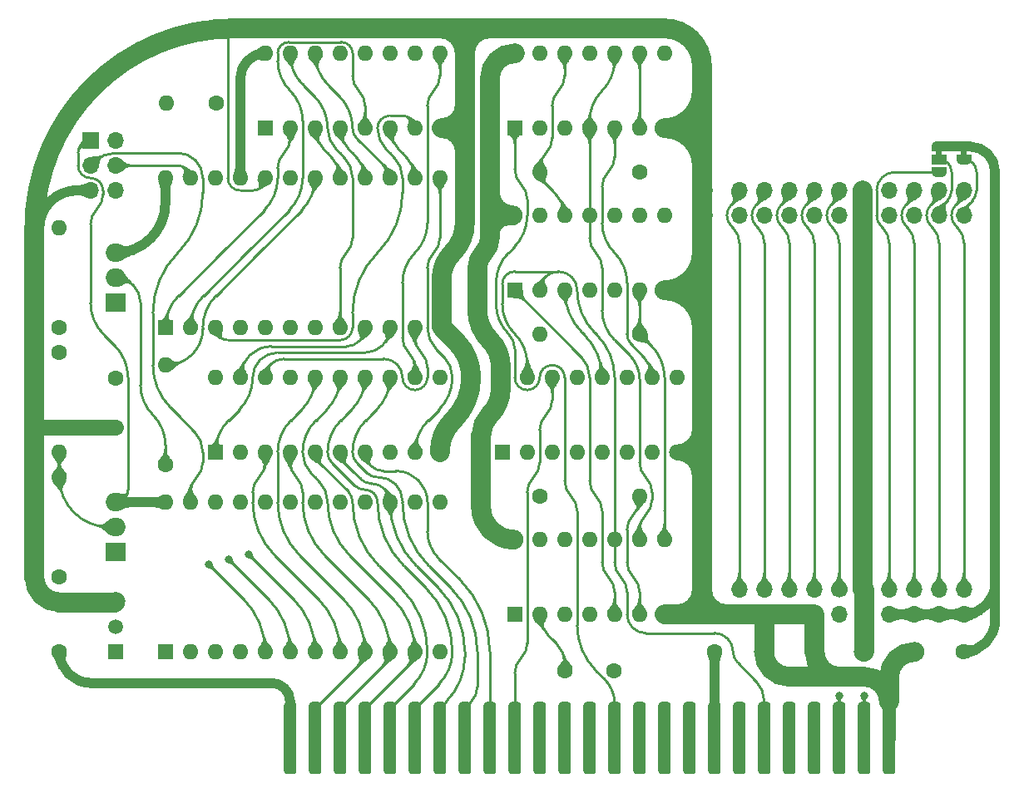
<source format=gbr>
%TF.GenerationSoftware,KiCad,Pcbnew,(6.0.8-1)-1*%
%TF.CreationDate,2022-11-07T14:14:19-08:00*%
%TF.ProjectId,DiskII,4469736b-4949-42e6-9b69-6361645f7063,1*%
%TF.SameCoordinates,Original*%
%TF.FileFunction,Copper,L2,Bot*%
%TF.FilePolarity,Positive*%
%FSLAX46Y46*%
G04 Gerber Fmt 4.6, Leading zero omitted, Abs format (unit mm)*
G04 Created by KiCad (PCBNEW (6.0.8-1)-1) date 2022-11-07 14:14:19*
%MOMM*%
%LPD*%
G01*
G04 APERTURE LIST*
G04 Aperture macros list*
%AMRoundRect*
0 Rectangle with rounded corners*
0 $1 Rounding radius*
0 $2 $3 $4 $5 $6 $7 $8 $9 X,Y pos of 4 corners*
0 Add a 4 corners polygon primitive as box body*
4,1,4,$2,$3,$4,$5,$6,$7,$8,$9,$2,$3,0*
0 Add four circle primitives for the rounded corners*
1,1,$1+$1,$2,$3*
1,1,$1+$1,$4,$5*
1,1,$1+$1,$6,$7*
1,1,$1+$1,$8,$9*
0 Add four rect primitives between the rounded corners*
20,1,$1+$1,$2,$3,$4,$5,0*
20,1,$1+$1,$4,$5,$6,$7,0*
20,1,$1+$1,$6,$7,$8,$9,0*
20,1,$1+$1,$8,$9,$2,$3,0*%
%AMHorizOval*
0 Thick line with rounded ends*
0 $1 width*
0 $2 $3 position (X,Y) of the first rounded end (center of the circle)*
0 $4 $5 position (X,Y) of the second rounded end (center of the circle)*
0 Add line between two ends*
20,1,$1,$2,$3,$4,$5,0*
0 Add two circle primitives to create the rounded ends*
1,1,$1,$2,$3*
1,1,$1,$4,$5*%
%AMFreePoly0*
4,1,20,0.000000,0.744959,0.073905,0.744508,0.209726,0.703889,0.328688,0.626782,0.421226,0.519385,0.479903,0.390333,0.500000,0.250000,0.500000,-0.250000,0.499851,-0.262216,0.476331,-0.402017,0.414519,-0.529596,0.319384,-0.634700,0.198574,-0.708877,0.061801,-0.746166,0.000000,-0.745033,0.000000,-0.750000,-0.550000,-0.750000,-0.550000,0.750000,0.000000,0.750000,0.000000,0.744959,
0.000000,0.744959,$1*%
%AMFreePoly1*
4,1,22,0.550000,-0.750000,0.000000,-0.750000,0.000000,-0.745033,-0.079941,-0.743568,-0.215256,-0.701293,-0.333266,-0.622738,-0.424486,-0.514219,-0.481581,-0.384460,-0.499164,-0.250000,-0.500000,-0.250000,-0.500000,0.250000,-0.499164,0.250000,-0.499963,0.256109,-0.478152,0.396186,-0.417904,0.524511,-0.324060,0.630769,-0.204165,0.706417,-0.067858,0.745374,0.000000,0.744959,0.000000,0.750000,
0.550000,0.750000,0.550000,-0.750000,0.550000,-0.750000,$1*%
%AMFreePoly2*
4,1,22,0.500000,-0.750000,0.000000,-0.750000,0.000000,-0.745033,-0.079941,-0.743568,-0.215256,-0.701293,-0.333266,-0.622738,-0.424486,-0.514219,-0.481581,-0.384460,-0.499164,-0.250000,-0.500000,-0.250000,-0.500000,0.250000,-0.499164,0.250000,-0.499963,0.256109,-0.478152,0.396186,-0.417904,0.524511,-0.324060,0.630769,-0.204165,0.706417,-0.067858,0.745374,0.000000,0.744959,0.000000,0.750000,
0.500000,0.750000,0.500000,-0.750000,0.500000,-0.750000,$1*%
%AMFreePoly3*
4,1,20,0.000000,0.744959,0.073905,0.744508,0.209726,0.703889,0.328688,0.626782,0.421226,0.519385,0.479903,0.390333,0.500000,0.250000,0.500000,-0.250000,0.499851,-0.262216,0.476331,-0.402017,0.414519,-0.529596,0.319384,-0.634700,0.198574,-0.708877,0.061801,-0.746166,0.000000,-0.745033,0.000000,-0.750000,-0.500000,-0.750000,-0.500000,0.750000,0.000000,0.750000,0.000000,0.744959,
0.000000,0.744959,$1*%
G04 Aperture macros list end*
%TA.AperFunction,ComponentPad*%
%ADD10C,1.600000*%
%TD*%
%TA.AperFunction,ComponentPad*%
%ADD11O,1.600000X1.600000*%
%TD*%
%TA.AperFunction,ConnectorPad*%
%ADD12RoundRect,0.317500X-0.317500X-3.365500X0.317500X-3.365500X0.317500X3.365500X-0.317500X3.365500X0*%
%TD*%
%TA.AperFunction,ComponentPad*%
%ADD13R,1.600000X1.600000*%
%TD*%
%TA.AperFunction,ComponentPad*%
%ADD14R,2.000000X1.905000*%
%TD*%
%TA.AperFunction,ComponentPad*%
%ADD15O,2.000000X1.905000*%
%TD*%
%TA.AperFunction,ComponentPad*%
%ADD16R,1.500000X1.500000*%
%TD*%
%TA.AperFunction,ComponentPad*%
%ADD17C,1.500000*%
%TD*%
%TA.AperFunction,ComponentPad*%
%ADD18O,1.700000X1.700000*%
%TD*%
%TA.AperFunction,ComponentPad*%
%ADD19R,1.700000X1.700000*%
%TD*%
%TA.AperFunction,ComponentPad*%
%ADD20C,1.700000*%
%TD*%
%TA.AperFunction,ComponentPad*%
%ADD21HorizOval,1.700000X0.000000X0.000000X0.000000X0.000000X0*%
%TD*%
%TA.AperFunction,SMDPad,CuDef*%
%ADD22FreePoly0,270.000000*%
%TD*%
%TA.AperFunction,SMDPad,CuDef*%
%ADD23R,1.500000X1.000000*%
%TD*%
%TA.AperFunction,SMDPad,CuDef*%
%ADD24FreePoly1,270.000000*%
%TD*%
%TA.AperFunction,SMDPad,CuDef*%
%ADD25FreePoly2,270.000000*%
%TD*%
%TA.AperFunction,SMDPad,CuDef*%
%ADD26FreePoly3,270.000000*%
%TD*%
%TA.AperFunction,ViaPad*%
%ADD27C,1.016000*%
%TD*%
%TA.AperFunction,ViaPad*%
%ADD28C,0.800000*%
%TD*%
%TA.AperFunction,Conductor*%
%ADD29C,1.016000*%
%TD*%
%TA.AperFunction,Conductor*%
%ADD30C,0.250000*%
%TD*%
%TA.AperFunction,Conductor*%
%ADD31C,2.032000*%
%TD*%
%TA.AperFunction,Conductor*%
%ADD32C,1.600000*%
%TD*%
%TA.AperFunction,Conductor*%
%ADD33C,1.270000*%
%TD*%
G04 APERTURE END LIST*
%TO.C,JP17*%
G36*
X204770000Y-77705000D02*
G01*
X204170000Y-77705000D01*
X204170000Y-77205000D01*
X204770000Y-77205000D01*
X204770000Y-77705000D01*
G37*
%TO.C,JP19*%
G36*
X207310000Y-77705000D02*
G01*
X206710000Y-77705000D01*
X206710000Y-77205000D01*
X207310000Y-77205000D01*
X207310000Y-77705000D01*
G37*
%TD*%
D10*
%TO.P,R2,1*%
%TO.N,+5V*%
X114935000Y-97790000D03*
D11*
%TO.P,R2,2*%
%TO.N,Net-(Q2-Pad2)*%
X114935000Y-107950000D03*
%TD*%
D10*
%TO.P,R3,1*%
%TO.N,+5V*%
X173990000Y-79375000D03*
D11*
%TO.P,R3,2*%
%TO.N,Net-(R3-Pad2)*%
X163830000Y-79375000D03*
%TD*%
D10*
%TO.P,C1,1*%
%TO.N,Net-(C1-Pad1)*%
X166410000Y-130175000D03*
%TO.P,C1,2*%
%TO.N,GND*%
X171410000Y-130175000D03*
%TD*%
%TO.P,R4,1*%
%TO.N,+5V*%
X163830000Y-112395000D03*
D11*
%TO.P,R4,2*%
%TO.N,Net-(C1-Pad1)*%
X173990000Y-112395000D03*
%TD*%
D10*
%TO.P,R1,1*%
%TO.N,Net-(Q1-Pad1)*%
X114935000Y-120650000D03*
D11*
%TO.P,R1,2*%
%TO.N,Net-(Q2-Pad2)*%
X114935000Y-110490000D03*
%TD*%
D12*
%TO.P,J1,26,Pin_26*%
%TO.N,GND*%
X199390000Y-137043000D03*
%TO.P,J1,27,Pin_27*%
%TO.N,Net-(J1-Pad24)*%
X196850000Y-137043000D03*
%TO.P,J1,28,Pin_28*%
%TO.N,Net-(J1-Pad23)*%
X194310000Y-137043000D03*
%TO.P,J1,29,Pin_29*%
%TO.N,unconnected-(J1-Pad29)*%
X191770000Y-137043000D03*
%TO.P,J1,30,Pin_30*%
%TO.N,unconnected-(J1-Pad30)*%
X189230000Y-137043000D03*
%TO.P,J1,31,Pin_31*%
%TO.N,/~{RES}*%
X186690000Y-137043000D03*
%TO.P,J1,32,Pin_32*%
%TO.N,unconnected-(J1-Pad32)*%
X184150000Y-137043000D03*
%TO.P,J1,33,Pin_33*%
%TO.N,-12V*%
X181610000Y-137043000D03*
%TO.P,J1,34,Pin_34*%
%TO.N,unconnected-(J1-Pad34)*%
X179070000Y-137043000D03*
%TO.P,J1,35,Pin_35*%
%TO.N,unconnected-(J1-Pad35)*%
X176530000Y-137043000D03*
%TO.P,J1,36,Pin_36*%
%TO.N,unconnected-(J1-Pad36)*%
X173990000Y-137043000D03*
%TO.P,J1,37,Pin_37*%
%TO.N,/Q3*%
X171450000Y-137043000D03*
%TO.P,J1,38,Pin_38*%
%TO.N,unconnected-(J1-Pad38)*%
X168910000Y-137043000D03*
%TO.P,J1,39,Pin_39*%
%TO.N,unconnected-(J1-Pad39)*%
X166370000Y-137043000D03*
%TO.P,J1,40,Pin_40*%
%TO.N,unconnected-(J1-Pad40)*%
X163830000Y-137043000D03*
%TO.P,J1,41,Pin_41*%
%TO.N,/DEV*%
X161290000Y-137043000D03*
%TO.P,J1,42,Pin_42*%
%TO.N,/D7*%
X158750000Y-137043000D03*
%TO.P,J1,43,Pin_43*%
%TO.N,/D6*%
X156210000Y-137043000D03*
%TO.P,J1,44,Pin_44*%
%TO.N,/D5*%
X153670000Y-137043000D03*
%TO.P,J1,45,Pin_45*%
%TO.N,/D4*%
X151130000Y-137043000D03*
%TO.P,J1,46,Pin_46*%
%TO.N,/D3*%
X148590000Y-137043000D03*
%TO.P,J1,47,Pin_47*%
%TO.N,/D2*%
X146050000Y-137043000D03*
%TO.P,J1,48,Pin_48*%
%TO.N,/D1*%
X143510000Y-137043000D03*
%TO.P,J1,49,Pin_49*%
%TO.N,/D0*%
X140970000Y-137043000D03*
%TO.P,J1,50,Pin_50*%
%TO.N,+12V*%
X138430000Y-137043000D03*
%TD*%
D10*
%TO.P,C4,1*%
%TO.N,+12V*%
X114935000Y-128230000D03*
%TO.P,C4,2*%
%TO.N,GND*%
X114935000Y-123230000D03*
%TD*%
D13*
%TO.P,UC2,1,A0*%
%TO.N,/A1*%
X160020000Y-107950000D03*
D11*
%TO.P,UC2,2,A1*%
%TO.N,/A2*%
X162560000Y-107950000D03*
%TO.P,UC2,3,A2*%
%TO.N,/A3*%
X165100000Y-107950000D03*
%TO.P,UC2,4,Q0*%
%TO.N,/PH0*%
X167640000Y-107950000D03*
%TO.P,UC2,5,Q1*%
%TO.N,/PH1*%
X170180000Y-107950000D03*
%TO.P,UC2,6,Q2*%
%TO.N,/PH2*%
X172720000Y-107950000D03*
%TO.P,UC2,7,Q3*%
%TO.N,/PH3*%
X175260000Y-107950000D03*
%TO.P,UC2,8,GND*%
%TO.N,GND*%
X177800000Y-107950000D03*
%TO.P,UC2,9,Q4*%
%TO.N,Net-(UB2-Pad5)*%
X177800000Y-100330000D03*
%TO.P,UC2,10,Q5*%
%TO.N,Net-(UA2-Pad5)*%
X175260000Y-100330000D03*
%TO.P,UC2,11,Q6*%
%TO.N,Net-(UB3-Pad6)*%
X172720000Y-100330000D03*
%TO.P,UC2,12,Q7*%
%TO.N,Net-(UB2-Pad3)*%
X170180000Y-100330000D03*
%TO.P,UC2,13,D*%
%TO.N,/A0*%
X167640000Y-100330000D03*
%TO.P,UC2,14,E*%
%TO.N,/DEV*%
X165100000Y-100330000D03*
%TO.P,UC2,15,Clr*%
%TO.N,/~{RES}*%
X162560000Y-100330000D03*
%TO.P,UC2,16,VCC*%
%TO.N,+5V*%
X160020000Y-100330000D03*
%TD*%
D13*
%TO.P,UD2,1,DIS*%
%TO.N,unconnected-(UD2-Pad1)*%
X161290000Y-124460000D03*
D11*
%TO.P,UD2,2,THR*%
%TO.N,Net-(C1-Pad1)*%
X163830000Y-124460000D03*
%TO.P,UD2,3,CV*%
%TO.N,unconnected-(UD2-Pad3)*%
X166370000Y-124460000D03*
%TO.P,UD2,4,R*%
%TO.N,+5V*%
X168910000Y-124460000D03*
%TO.P,UD2,5,Q*%
%TO.N,Net-(UB2-Pad1)*%
X171450000Y-124460000D03*
%TO.P,UD2,6,TR*%
%TO.N,Net-(C1-Pad1)*%
X173990000Y-124460000D03*
%TO.P,UD2,7,GND*%
%TO.N,GND*%
X176530000Y-124460000D03*
%TO.P,UD2,8,TR*%
%TO.N,Net-(C2-Pad2)*%
X176530000Y-116840000D03*
%TO.P,UD2,9,Q*%
%TO.N,Net-(UA2-Pad10)*%
X173990000Y-116840000D03*
%TO.P,UD2,10,R*%
%TO.N,/~{RES}*%
X171450000Y-116840000D03*
%TO.P,UD2,11,CV*%
%TO.N,unconnected-(UD2-Pad11)*%
X168910000Y-116840000D03*
%TO.P,UD2,12,THR*%
%TO.N,Net-(C2-Pad2)*%
X166370000Y-116840000D03*
%TO.P,UD2,13,DIS*%
%TO.N,unconnected-(UD2-Pad13)*%
X163830000Y-116840000D03*
%TO.P,UD2,14,VCC*%
%TO.N,+5V*%
X161290000Y-116840000D03*
%TD*%
D13*
%TO.P,UD3,1,A7*%
%TO.N,/A7*%
X125735000Y-128270000D03*
D11*
%TO.P,UD3,2,A6*%
%TO.N,/A6*%
X128275000Y-128270000D03*
%TO.P,UD3,3,A5*%
%TO.N,/A5*%
X130815000Y-128270000D03*
%TO.P,UD3,4,A4*%
%TO.N,/A4*%
X133355000Y-128270000D03*
%TO.P,UD3,5,A3*%
%TO.N,/A3*%
X135895000Y-128270000D03*
%TO.P,UD3,6,A2*%
%TO.N,/A2*%
X138435000Y-128270000D03*
%TO.P,UD3,7,A1*%
%TO.N,/A1*%
X140975000Y-128270000D03*
%TO.P,UD3,8,A0*%
%TO.N,/A0*%
X143515000Y-128270000D03*
%TO.P,UD3,9,D0*%
%TO.N,/D0*%
X146055000Y-128270000D03*
%TO.P,UD3,10,D1*%
%TO.N,/D1*%
X148595000Y-128270000D03*
%TO.P,UD3,11,D2*%
%TO.N,/D2*%
X151135000Y-128270000D03*
%TO.P,UD3,12,GND*%
%TO.N,GND*%
X153675000Y-128270000D03*
%TO.P,UD3,13,D3*%
%TO.N,/D3*%
X153675000Y-113030000D03*
%TO.P,UD3,14,D4*%
%TO.N,/D4*%
X151135000Y-113030000D03*
%TO.P,UD3,15,D5*%
%TO.N,/D5*%
X148595000Y-113030000D03*
%TO.P,UD3,16,D6*%
%TO.N,/D6*%
X146055000Y-113030000D03*
%TO.P,UD3,17,D7*%
%TO.N,/D7*%
X143515000Y-113030000D03*
%TO.P,UD3,18,~{CE}/PGM*%
%TO.N,/I{slash}~{OSEL}*%
X140975000Y-113030000D03*
%TO.P,UD3,19,A10*%
%TO.N,Net-(JP5A10-Pad2)*%
X138435000Y-113030000D03*
%TO.P,UD3,20,~{OE}*%
%TO.N,GND*%
X135895000Y-113030000D03*
%TO.P,UD3,21,VPP*%
%TO.N,Net-(JP5A10-Pad3)*%
X133355000Y-113030000D03*
%TO.P,UD3,22,A9*%
%TO.N,Net-(JP5A9-Pad2)*%
X130815000Y-113030000D03*
%TO.P,UD3,23,A8*%
%TO.N,Net-(SWA8-Pad2)*%
X128275000Y-113030000D03*
%TO.P,UD3,24,VCC*%
%TO.N,Net-(JP5A10-Pad3)*%
X125735000Y-113030000D03*
%TD*%
D10*
%TO.P,C6,1*%
%TO.N,+12V*%
X206970000Y-128270000D03*
%TO.P,C6,2*%
%TO.N,GND*%
X201970000Y-128270000D03*
%TD*%
D14*
%TO.P,Q2,1,E*%
%TO.N,+5V*%
X120650000Y-118110000D03*
D15*
%TO.P,Q2,2,B*%
%TO.N,Net-(Q2-Pad2)*%
X120650000Y-115570000D03*
%TO.P,Q2,3,C*%
%TO.N,Net-(JP5A10-Pad3)*%
X120650000Y-113030000D03*
%TD*%
D16*
%TO.P,Q1,1,E*%
%TO.N,Net-(Q1-Pad1)*%
X120650000Y-128270000D03*
D17*
%TO.P,Q1,2,B*%
%TO.N,/I{slash}~{OSEL}*%
X120650000Y-125730000D03*
%TO.P,Q1,3,C*%
%TO.N,GND*%
X120650000Y-123190000D03*
%TD*%
D10*
%TO.P,C7,1*%
%TO.N,-12V*%
X181650000Y-128270000D03*
%TO.P,C7,2*%
%TO.N,GND*%
X186650000Y-128270000D03*
%TD*%
%TO.P,R5,1*%
%TO.N,Net-(C2-Pad2)*%
X173990000Y-95885000D03*
D11*
%TO.P,R5,2*%
%TO.N,+5V*%
X163830000Y-95885000D03*
%TD*%
D18*
%TO.P,J3,1,Pin_1*%
%TO.N,GND*%
X184150000Y-83820000D03*
%TO.P,J3,2,Pin_2*%
%TO.N,/PH0*%
X184150000Y-81280000D03*
%TO.P,J3,3,Pin_3*%
%TO.N,GND*%
X186690000Y-83820000D03*
%TO.P,J3,4,Pin_4*%
%TO.N,/PH1*%
X186690000Y-81280000D03*
%TO.P,J3,5,Pin_5*%
%TO.N,GND*%
X189230000Y-83820000D03*
%TO.P,J3,6,Pin_6*%
%TO.N,/PH2*%
X189230000Y-81280000D03*
%TO.P,J3,7,Pin_7*%
%TO.N,GND*%
X191770000Y-83820000D03*
%TO.P,J3,8,Pin_8*%
%TO.N,/PH3*%
X191770000Y-81280000D03*
%TO.P,J3,9,Pin_9*%
%TO.N,-12V*%
X194310000Y-83820000D03*
%TO.P,J3,10,Pin_10*%
%TO.N,/WR REQ*%
X194310000Y-81280000D03*
%TO.P,J3,11,Pin_11*%
%TO.N,+5V*%
X196850000Y-83820000D03*
%TO.P,J3,12,Pin_12*%
X196850000Y-81280000D03*
%TO.P,J3,13,Pin_13*%
%TO.N,+12V*%
X199390000Y-83820000D03*
%TO.P,J3,14,Pin_14*%
%TO.N,/~{ENBL 1}*%
X199390000Y-81280000D03*
%TO.P,J3,15,Pin_15*%
%TO.N,+12V*%
X201930000Y-83820000D03*
%TO.P,J3,16,Pin_16*%
%TO.N,/RD DATA*%
X201930000Y-81280000D03*
%TO.P,J3,17,Pin_17*%
%TO.N,Net-(J3-Pad17)*%
X204470000Y-83820000D03*
%TO.P,J3,18,Pin_18*%
%TO.N,/WR DATA*%
X204470000Y-81280000D03*
%TO.P,J3,19,Pin_19*%
%TO.N,Net-(J3-Pad19)*%
X207010000Y-83820000D03*
%TO.P,J3,20,Pin_20*%
%TO.N,/W PROT*%
X207010000Y-81280000D03*
%TD*%
D19*
%TO.P,SWA8,1,A*%
%TO.N,Net-(JP5A10-Pad3)*%
X118110000Y-76200000D03*
D18*
%TO.P,SWA8,2,B*%
%TO.N,Net-(SWA8-Pad2)*%
X118110000Y-78740000D03*
%TO.P,SWA8,3,C*%
%TO.N,GND*%
X118110000Y-81280000D03*
%TO.P,SWA8,4,A*%
%TO.N,Net-(JP6A10-Pad3)*%
X120650000Y-76200000D03*
%TO.P,SWA8,5,B*%
%TO.N,Net-(SWA8-Pad5)*%
X120650000Y-78740000D03*
%TO.P,SWA8,6,C*%
%TO.N,GND*%
X120650000Y-81280000D03*
%TD*%
D13*
%TO.P,UA2,1*%
%TO.N,/Q3*%
X161290000Y-74930000D03*
D11*
%TO.P,UA2,2*%
%TO.N,Net-(UA2-Pad10)*%
X163830000Y-74930000D03*
%TO.P,UA2,3*%
%TO.N,Net-(UA2-Pad3)*%
X166370000Y-74930000D03*
%TO.P,UA2,4*%
%TO.N,Net-(UA2-Pad10)*%
X168910000Y-74930000D03*
%TO.P,UA2,5*%
%TO.N,Net-(UA2-Pad5)*%
X171450000Y-74930000D03*
%TO.P,UA2,6*%
%TO.N,/~{ENBL 2}*%
X173990000Y-74930000D03*
%TO.P,UA2,7,GND*%
%TO.N,GND*%
X176530000Y-74930000D03*
%TO.P,UA2,8*%
%TO.N,/~{ENBL 1}*%
X176530000Y-67310000D03*
%TO.P,UA2,9*%
%TO.N,/~{ENBL 2}*%
X173990000Y-67310000D03*
%TO.P,UA2,10*%
%TO.N,Net-(UA2-Pad10)*%
X171450000Y-67310000D03*
%TO.P,UA2,11*%
%TO.N,Net-(UA2-Pad11)*%
X168910000Y-67310000D03*
%TO.P,UA2,12*%
%TO.N,Net-(R3-Pad2)*%
X166370000Y-67310000D03*
%TO.P,UA2,13*%
%TO.N,Net-(UA2-Pad13)*%
X163830000Y-67310000D03*
%TO.P,UA2,14,VCC*%
%TO.N,+5V*%
X161290000Y-67310000D03*
%TD*%
D13*
%TO.P,UC3,1,S0*%
%TO.N,Net-(UB2-Pad8)*%
X130815000Y-107950000D03*
D11*
%TO.P,UC3,2,OE1*%
%TO.N,/DEV*%
X133355000Y-107950000D03*
%TO.P,UC3,3,OE2*%
%TO.N,/A0*%
X135895000Y-107950000D03*
%TO.P,UC3,4,IO6*%
%TO.N,/D1*%
X138435000Y-107950000D03*
%TO.P,UC3,5,IO4*%
%TO.N,/D3*%
X140975000Y-107950000D03*
%TO.P,UC3,6,IO2*%
%TO.N,/D5*%
X143515000Y-107950000D03*
%TO.P,UC3,7,IO0*%
%TO.N,/D7*%
X146055000Y-107950000D03*
%TO.P,UC3,8,Q0*%
%TO.N,Net-(UB3-Pad7)*%
X148595000Y-107950000D03*
%TO.P,UC3,9,SR*%
%TO.N,Net-(UB3-Pad13)*%
X151135000Y-107950000D03*
%TO.P,UC3,10,GND*%
%TO.N,GND*%
X153675000Y-107950000D03*
%TO.P,UC3,11,DS0*%
%TO.N,/W PROT*%
X153675000Y-100330000D03*
%TO.P,UC3,12,Cp*%
%TO.N,Net-(UA2-Pad3)*%
X151135000Y-100330000D03*
%TO.P,UC3,13,IO1*%
%TO.N,/D6*%
X148595000Y-100330000D03*
%TO.P,UC3,14,IO3*%
%TO.N,/D4*%
X146055000Y-100330000D03*
%TO.P,UC3,15,IO5*%
%TO.N,/D2*%
X143515000Y-100330000D03*
%TO.P,UC3,16,IO7*%
%TO.N,/D0*%
X140975000Y-100330000D03*
%TO.P,UC3,17,Q7*%
%TO.N,unconnected-(UC3-Pad17)*%
X138435000Y-100330000D03*
%TO.P,UC3,18,DS7*%
%TO.N,Net-(UB3-Pad11)*%
X135895000Y-100330000D03*
%TO.P,UC3,19,S1*%
%TO.N,Net-(UB3-Pad9)*%
X133355000Y-100330000D03*
%TO.P,UC3,20,VCC*%
%TO.N,+5V*%
X130815000Y-100330000D03*
%TD*%
D13*
%TO.P,UB3,1,A7*%
%TO.N,/WR DATA*%
X125730000Y-95250000D03*
D11*
%TO.P,UB3,2,A6*%
%TO.N,Net-(UA3-Pad5)*%
X128270000Y-95250000D03*
%TO.P,UB3,3,A5*%
%TO.N,Net-(UA3-Pad7)*%
X130810000Y-95250000D03*
%TO.P,UB3,4,A4*%
%TO.N,Net-(UA2-Pad11)*%
X133350000Y-95250000D03*
%TO.P,UB3,5,A3*%
%TO.N,Net-(UB2-Pad3)*%
X135890000Y-95250000D03*
%TO.P,UB3,6,A2*%
%TO.N,Net-(UB3-Pad6)*%
X138430000Y-95250000D03*
%TO.P,UB3,7,A1*%
%TO.N,Net-(UB3-Pad7)*%
X140970000Y-95250000D03*
%TO.P,UB3,8,A0*%
%TO.N,Net-(UA3-Pad15)*%
X143510000Y-95250000D03*
%TO.P,UB3,9,D0*%
%TO.N,Net-(UB3-Pad9)*%
X146050000Y-95250000D03*
%TO.P,UB3,10,D1*%
%TO.N,Net-(UB2-Pad8)*%
X148590000Y-95250000D03*
%TO.P,UB3,11,D2*%
%TO.N,Net-(UB3-Pad11)*%
X151130000Y-95250000D03*
%TO.P,UB3,12,GND*%
%TO.N,GND*%
X153670000Y-95250000D03*
%TO.P,UB3,13,D3*%
%TO.N,Net-(UB3-Pad13)*%
X153670000Y-80010000D03*
%TO.P,UB3,14,D4*%
%TO.N,Net-(UA3-Pad6)*%
X151130000Y-80010000D03*
%TO.P,UB3,15,D5*%
%TO.N,Net-(UA3-Pad14)*%
X148590000Y-80010000D03*
%TO.P,UB3,16,D6*%
%TO.N,Net-(UA3-Pad4)*%
X146050000Y-80010000D03*
%TO.P,UB3,17,D7*%
%TO.N,Net-(UA3-Pad3)*%
X143510000Y-80010000D03*
%TO.P,UB3,18,~{CE}*%
%TO.N,Net-(R6-Pad2)*%
X140970000Y-80010000D03*
%TO.P,UB3,19,AR/A10*%
%TO.N,Net-(JP6A10-Pad2)*%
X138430000Y-80010000D03*
%TO.P,UB3,20,~{OE}*%
%TO.N,GND*%
X135890000Y-80010000D03*
%TO.P,UB3,21,VPP/A11*%
%TO.N,Net-(JP6A10-Pad3)*%
X133350000Y-80010000D03*
%TO.P,UB3,22,A9*%
%TO.N,Net-(JP6A9-Pad2)*%
X130810000Y-80010000D03*
%TO.P,UB3,23,A8*%
%TO.N,Net-(SWA8-Pad5)*%
X128270000Y-80010000D03*
%TO.P,UB3,24,VCC*%
%TO.N,Net-(JP6A10-Pad3)*%
X125730000Y-80010000D03*
%TD*%
D10*
%TO.P,C3,1*%
%TO.N,+5V*%
X196810000Y-128270000D03*
%TO.P,C3,2*%
%TO.N,GND*%
X191810000Y-128270000D03*
%TD*%
%TO.P,R6,1*%
%TO.N,Net-(Q3-Pad2)*%
X125730000Y-109220000D03*
D11*
%TO.P,R6,2*%
%TO.N,Net-(R6-Pad2)*%
X125730000Y-99060000D03*
%TD*%
D14*
%TO.P,Q3,1,E*%
%TO.N,+5V*%
X120650000Y-92710000D03*
D15*
%TO.P,Q3,2,B*%
%TO.N,Net-(Q3-Pad2)*%
X120650000Y-90170000D03*
%TO.P,Q3,3,C*%
%TO.N,Net-(JP6A10-Pad3)*%
X120650000Y-87630000D03*
%TD*%
D10*
%TO.P,C5,1*%
%TO.N,+5V*%
X120650000Y-100370000D03*
%TO.P,C5,2*%
%TO.N,GND*%
X120650000Y-105370000D03*
%TD*%
D13*
%TO.P,UA3,1,~{Mr}*%
%TO.N,Net-(UA2-Pad10)*%
X135890000Y-74930000D03*
D11*
%TO.P,UA3,2,Q0*%
%TO.N,/WR DATA*%
X138430000Y-74930000D03*
%TO.P,UA3,3,D0*%
%TO.N,Net-(UA3-Pad3)*%
X140970000Y-74930000D03*
%TO.P,UA3,4,D1*%
%TO.N,Net-(UA3-Pad4)*%
X143510000Y-74930000D03*
%TO.P,UA3,5,Q1*%
%TO.N,Net-(UA3-Pad5)*%
X146050000Y-74930000D03*
%TO.P,UA3,6,D2*%
%TO.N,Net-(UA3-Pad6)*%
X148590000Y-74930000D03*
%TO.P,UA3,7,Q2*%
%TO.N,Net-(UA3-Pad7)*%
X151130000Y-74930000D03*
%TO.P,UA3,8,GND*%
%TO.N,GND*%
X153670000Y-74930000D03*
%TO.P,UA3,9,Cp*%
%TO.N,Net-(UA2-Pad3)*%
X153670000Y-67310000D03*
%TO.P,UA3,10,Q3*%
%TO.N,Net-(UA2-Pad13)*%
X151130000Y-67310000D03*
%TO.P,UA3,11,D3*%
%TO.N,Net-(UA3-Pad11)*%
X148590000Y-67310000D03*
%TO.P,UA3,12,Q4*%
X146050000Y-67310000D03*
%TO.P,UA3,13,D4*%
%TO.N,/RD DATA*%
X143510000Y-67310000D03*
%TO.P,UA3,14,D5*%
%TO.N,Net-(UA3-Pad14)*%
X140970000Y-67310000D03*
%TO.P,UA3,15,Q5*%
%TO.N,Net-(UA3-Pad15)*%
X138430000Y-67310000D03*
%TO.P,UA3,16,VCC*%
%TO.N,Net-(JP6A10-Pad3)*%
X135890000Y-67310000D03*
%TD*%
%TO.P,C2,1*%
%TO.N,+5V*%
X125867349Y-72390000D03*
D10*
%TO.P,C2,2*%
%TO.N,Net-(C2-Pad2)*%
X130867349Y-72390000D03*
%TD*%
D19*
%TO.P,J2,1,Pin_1*%
%TO.N,GND*%
X184150000Y-124460000D03*
D18*
%TO.P,J2,2,Pin_2*%
%TO.N,/PH0*%
X184150000Y-121920000D03*
%TO.P,J2,3,Pin_3*%
%TO.N,GND*%
X186690000Y-124460000D03*
%TO.P,J2,4,Pin_4*%
%TO.N,/PH1*%
X186690000Y-121920000D03*
%TO.P,J2,5,Pin_5*%
%TO.N,GND*%
X189230000Y-124460000D03*
%TO.P,J2,6,Pin_6*%
%TO.N,/PH2*%
X189230000Y-121920000D03*
%TO.P,J2,7,Pin_7*%
%TO.N,GND*%
X191770000Y-124460000D03*
%TO.P,J2,8,Pin_8*%
%TO.N,/PH3*%
X191770000Y-121920000D03*
%TO.P,J2,9,Pin_9*%
%TO.N,-12V*%
X194310000Y-124460000D03*
D20*
%TO.P,J2,10,Pin_10*%
%TO.N,/WR REQ*%
X194310000Y-121920000D03*
D21*
%TO.P,J2,11,Pin_11*%
%TO.N,+5V*%
X196850000Y-124460000D03*
D20*
%TO.P,J2,12,Pin_12*%
X196850000Y-121920000D03*
D18*
%TO.P,J2,13,Pin_13*%
%TO.N,+12V*%
X199390000Y-124460000D03*
%TO.P,J2,14,Pin_14*%
%TO.N,/~{ENBL 2}*%
X199390000Y-121920000D03*
%TO.P,J2,15,Pin_15*%
%TO.N,+12V*%
X201930000Y-124460000D03*
%TO.P,J2,16,Pin_16*%
%TO.N,/RD DATA*%
X201930000Y-121920000D03*
%TO.P,J2,17,Pin_17*%
%TO.N,+12V*%
X204470000Y-124460000D03*
%TO.P,J2,18,Pin_18*%
%TO.N,/WR DATA*%
X204470000Y-121920000D03*
%TO.P,J2,19,Pin_19*%
%TO.N,+12V*%
X207010000Y-124460000D03*
%TO.P,J2,20,Pin_20*%
%TO.N,/W PROT*%
X207010000Y-121920000D03*
%TD*%
D13*
%TO.P,UB2,1*%
%TO.N,Net-(UB2-Pad1)*%
X161290000Y-91440000D03*
D11*
%TO.P,UB2,2*%
%TO.N,/~{RES}*%
X163830000Y-91440000D03*
%TO.P,UB2,3*%
%TO.N,Net-(UB2-Pad3)*%
X166370000Y-91440000D03*
%TO.P,UB2,4*%
%TO.N,/WR REQ*%
X168910000Y-91440000D03*
%TO.P,UB2,5*%
%TO.N,Net-(UB2-Pad5)*%
X171450000Y-91440000D03*
%TO.P,UB2,6*%
%TO.N,Net-(C2-Pad2)*%
X173990000Y-91440000D03*
%TO.P,UB2,7,GND*%
%TO.N,GND*%
X176530000Y-91440000D03*
%TO.P,UB2,8*%
%TO.N,Net-(UB2-Pad8)*%
X176530000Y-83820000D03*
%TO.P,UB2,9*%
%TO.N,Net-(R6-Pad2)*%
X173990000Y-83820000D03*
%TO.P,UB2,10*%
X171450000Y-83820000D03*
%TO.P,UB2,11*%
%TO.N,Net-(UA2-Pad10)*%
X168910000Y-83820000D03*
%TO.P,UB2,12*%
%TO.N,Net-(R3-Pad2)*%
X166370000Y-83820000D03*
%TO.P,UB2,13*%
%TO.N,Net-(UA3-Pad11)*%
X163830000Y-83820000D03*
%TO.P,UB2,14,VCC*%
%TO.N,+5V*%
X161290000Y-83820000D03*
%TD*%
D10*
%TO.P,R7,1*%
%TO.N,+5V*%
X114935000Y-95250000D03*
D11*
%TO.P,R7,2*%
%TO.N,Net-(Q3-Pad2)*%
X114935000Y-85090000D03*
%TD*%
D22*
%TO.P,JP17,3,B*%
%TO.N,/~{ENBL 2}*%
X204470000Y-79405000D03*
D23*
%TO.P,JP17,2,C*%
%TO.N,Net-(J3-Pad17)*%
X204470000Y-78105000D03*
D24*
%TO.P,JP17,1,A*%
%TO.N,+12V*%
X204470000Y-76805000D03*
%TD*%
D25*
%TO.P,JP19,1,A*%
%TO.N,+12V*%
X207010000Y-76805000D03*
D26*
%TO.P,JP19,2,B*%
%TO.N,Net-(J3-Pad19)*%
X207010000Y-78105000D03*
%TD*%
D27*
%TO.N,GND*%
X180975000Y-83820000D03*
X180975000Y-81280000D03*
D28*
%TO.N,/A1*%
X134239000Y-118364000D03*
%TO.N,/A2*%
X132207000Y-118872000D03*
%TO.N,/A3*%
X130175000Y-119380000D03*
D27*
%TO.N,+12V*%
X210185000Y-81280000D03*
X210185000Y-83820000D03*
D28*
%TO.N,Net-(J1-Pad23)*%
X194310000Y-132715000D03*
%TO.N,Net-(J1-Pad24)*%
X196850000Y-132715000D03*
%TD*%
D29*
%TO.N,+12V*%
X210185000Y-121285000D02*
X210185000Y-125055000D01*
X210185000Y-83820000D02*
X210185000Y-121285000D01*
X210185000Y-81280000D02*
X210185000Y-83820000D01*
X210185000Y-81280000D02*
X210185000Y-79375000D01*
X210185000Y-79375000D02*
G75*
G03*
X207615000Y-76805000I-2570000J0D01*
G01*
X207010000Y-76805000D02*
X207615000Y-76805000D01*
X204470000Y-76805000D02*
X207010000Y-76805000D01*
D30*
%TO.N,Net-(J3-Pad19)*%
X208280007Y-81280000D02*
G75*
G02*
X207830987Y-82364013I-1533007J0D01*
G01*
X208280000Y-81280000D02*
X208280000Y-79375000D01*
X207645000Y-82550000D02*
X207830987Y-82364013D01*
X207010000Y-78105000D02*
G75*
G02*
X208280000Y-79375000I0J-1270000D01*
G01*
X207459013Y-82735987D02*
X207645000Y-82550000D01*
%TO.N,Net-(J3-Pad17)*%
X205740000Y-81280000D02*
X205740000Y-80645000D01*
X205740000Y-80645000D02*
X205740000Y-79375000D01*
X204470000Y-78105000D02*
G75*
G02*
X205740000Y-79375000I0J-1270000D01*
G01*
%TO.N,/~{ENBL 2}*%
X198120000Y-81915000D02*
X198120000Y-81280000D01*
X199995000Y-79405000D02*
G75*
G03*
X198120000Y-81280000I0J-1875000D01*
G01*
X199995000Y-79405000D02*
X204470000Y-79405000D01*
%TO.N,Net-(J3-Pad19)*%
X207459018Y-82735992D02*
G75*
G03*
X207010000Y-83820000I1083982J-1084008D01*
G01*
X207459013Y-82735987D02*
X207830987Y-82364013D01*
%TO.N,/~{ENBL 2}*%
X198120000Y-81915000D02*
X198120000Y-83820000D01*
D29*
%TO.N,GND*%
X180975000Y-81280000D02*
X180340000Y-81280000D01*
D31*
X180340000Y-86360000D02*
X180340000Y-87630000D01*
X180340000Y-84607400D02*
X180340000Y-86360000D01*
D29*
X180340000Y-83820000D02*
X180975000Y-83820000D01*
D30*
%TO.N,/~{ENBL 2}*%
X199389989Y-86623025D02*
G75*
G03*
X198755000Y-85090000I-2167989J25D01*
G01*
X199390000Y-86623025D02*
X199390000Y-121920000D01*
X198569018Y-84904008D02*
G75*
G02*
X198120000Y-83820000I1083982J1084008D01*
G01*
X198569013Y-84904013D02*
X198755000Y-85090000D01*
D31*
%TO.N,GND*%
X156210000Y-74930000D02*
X153875885Y-74930000D01*
X156210000Y-72556944D02*
X156210000Y-74930000D01*
X186690000Y-124460000D02*
X186690000Y-128230000D01*
X191770000Y-124460000D02*
X189230000Y-124460000D01*
X154940000Y-104775000D02*
X155048948Y-104666052D01*
X112395000Y-105410000D02*
X112395000Y-107696000D01*
X180340000Y-99593400D02*
X180340000Y-95250000D01*
X112395000Y-105410000D02*
X112395000Y-85090000D01*
D30*
X134620000Y-81280000D02*
X133350000Y-81280000D01*
D31*
X189230000Y-124460000D02*
X186690000Y-124460000D01*
X156210000Y-72556944D02*
X156210000Y-72595885D01*
X180340000Y-68580000D02*
X180340000Y-81483200D01*
X180340000Y-99593400D02*
X180340000Y-108585000D01*
X176530000Y-124460000D02*
X183881847Y-124460000D01*
X180340000Y-84607400D02*
X180340000Y-89921117D01*
D32*
X120650000Y-105370000D02*
X112435000Y-105370000D01*
D31*
X195580000Y-130810000D02*
X194350000Y-130810000D01*
X156210000Y-64770000D02*
X160655000Y-64770000D01*
X199390000Y-133350000D02*
X199390000Y-130850000D01*
X180340000Y-121920000D02*
X180340000Y-108585000D01*
X153675000Y-107950000D02*
X153675000Y-107828980D01*
D33*
X199390000Y-137043000D02*
X199390000Y-133876051D01*
D32*
X177800000Y-107950000D02*
X179705000Y-107950000D01*
D29*
X118110000Y-81280000D02*
X116713000Y-81280000D01*
D31*
X195580000Y-130810000D02*
X189190000Y-130810000D01*
X191770000Y-124460000D02*
X191770000Y-128230000D01*
X158750000Y-64770000D02*
X160655000Y-64770000D01*
X153670000Y-64770000D02*
X156210000Y-64770000D01*
X156210000Y-79375000D02*
X156210000Y-77264115D01*
X132715000Y-64770000D02*
X153670000Y-64770000D01*
X184150000Y-124460000D02*
X176530000Y-124460000D01*
X155334092Y-96682347D02*
X153839303Y-95187557D01*
X156210000Y-79375000D02*
X156210000Y-84563949D01*
X180340000Y-89921117D02*
X180340000Y-99593400D01*
D30*
X132080000Y-80010000D02*
X132080000Y-64770000D01*
D31*
X160655000Y-64770000D02*
X176530000Y-64770000D01*
X156210000Y-67310000D02*
X156210000Y-72556944D01*
X180340000Y-68580000D02*
X180340000Y-71120000D01*
X112395000Y-115570000D02*
X112395000Y-120690000D01*
X180340000Y-81483200D02*
X180340000Y-78740000D01*
X180340000Y-81483200D02*
X180340000Y-84607400D01*
D33*
X199390000Y-137043000D02*
X199390000Y-133350000D01*
D31*
X114935000Y-123230000D02*
X120610000Y-123230000D01*
X112395000Y-107696000D02*
X112395000Y-115570000D01*
X156210000Y-74930000D02*
X156210000Y-79375000D01*
X196850000Y-130810000D02*
X195580000Y-130810000D01*
X185420000Y-124460000D02*
X184150000Y-124460000D01*
X199390000Y-133350000D02*
X199390000Y-130810000D01*
X186690000Y-124460000D02*
X185420000Y-124460000D01*
X153839303Y-90287317D02*
X153839303Y-95187557D01*
X154940006Y-104775006D02*
G75*
G03*
X153675000Y-107828980I3053994J-3053994D01*
G01*
X154939986Y-87629986D02*
G75*
G03*
X156210000Y-84563949I-3066086J3066086D01*
G01*
X155334101Y-96682338D02*
G75*
G02*
X156845000Y-100330000I-3647701J-3647662D01*
G01*
X153875885Y-74930000D02*
G75*
G02*
X156210000Y-77264115I15J-2334100D01*
G01*
D32*
X112395000Y-105410000D02*
G75*
G02*
X112435000Y-105370000I40000J0D01*
G01*
X180136800Y-105613200D02*
G75*
G02*
X177800000Y-107950000I-2336800J0D01*
G01*
D31*
X196850000Y-130810000D02*
G75*
G02*
X199390000Y-133350000I0J-2540000D01*
G01*
D32*
X180340000Y-108585000D02*
G75*
G03*
X179705000Y-107950000I-635000J0D01*
G01*
D31*
X180340000Y-68580000D02*
G75*
G03*
X176530000Y-64770000I-3810000J0D01*
G01*
X176530000Y-74930000D02*
G75*
G02*
X180340000Y-78740000I0J-3810000D01*
G01*
X153839311Y-90287317D02*
G75*
G02*
X154940000Y-87630000I3757989J17D01*
G01*
X191810000Y-128270000D02*
G75*
G02*
X191770000Y-128230000I0J40000D01*
G01*
X153875885Y-74930000D02*
G75*
G03*
X156210000Y-72595885I15J2334100D01*
G01*
D30*
X134620000Y-81280000D02*
G75*
G03*
X135890000Y-80010000I0J1270000D01*
G01*
D31*
X156210000Y-67310000D02*
G75*
G03*
X153670000Y-64770000I-2540000J0D01*
G01*
X176530000Y-74930000D02*
G75*
G03*
X180340000Y-71120000I0J3810000D01*
G01*
D32*
X180111400Y-110261400D02*
G75*
G03*
X177800000Y-107950000I-2311400J0D01*
G01*
D31*
X158750000Y-64770000D02*
G75*
G03*
X156210000Y-67310000I0J-2540000D01*
G01*
X201970000Y-128270000D02*
G75*
G03*
X199390000Y-130850000I0J-2580000D01*
G01*
X176530000Y-91440000D02*
G75*
G02*
X180340000Y-95250000I0J-3810000D01*
G01*
D30*
X132080000Y-80010000D02*
G75*
G03*
X133350000Y-81280000I1270000J0D01*
G01*
D31*
X132715000Y-64770000D02*
G75*
G03*
X112395000Y-85090000I0J-20320000D01*
G01*
X153863400Y-74917483D02*
G75*
G03*
X153875885Y-74930000I12500J-17D01*
G01*
D29*
X112903000Y-85090000D02*
G75*
G02*
X116713000Y-81280000I3810000J0D01*
G01*
D31*
X186650000Y-128270000D02*
G75*
G03*
X189190000Y-130810000I2540000J0D01*
G01*
X180340000Y-121920000D02*
G75*
G03*
X182880000Y-124460000I2540000J0D01*
G01*
X156845000Y-100330000D02*
G75*
G02*
X155048947Y-104666051I-6132100J0D01*
G01*
X176530000Y-91440000D02*
G75*
G03*
X180340000Y-87630000I0J3810000D01*
G01*
X191810000Y-128270000D02*
G75*
G03*
X194350000Y-130810000I2540000J0D01*
G01*
X186650000Y-128270000D02*
G75*
G03*
X186690000Y-128230000I0J40000D01*
G01*
X114935000Y-123230000D02*
G75*
G02*
X112395000Y-120690000I0J2540000D01*
G01*
X180340000Y-121920000D02*
G75*
G02*
X177800000Y-124460000I-2540000J0D01*
G01*
D29*
X111887000Y-120182000D02*
G75*
G03*
X114935000Y-123230000I3048000J0D01*
G01*
D31*
X120650000Y-123190000D02*
G75*
G02*
X120610000Y-123230000I-40000J0D01*
G01*
D30*
%TO.N,Net-(Q2-Pad2)*%
X114935000Y-107950000D02*
X114935000Y-110490000D01*
X120650000Y-115570000D02*
X120015000Y-115570000D01*
X114935000Y-110490000D02*
G75*
G03*
X120015000Y-115570000I5080000J0D01*
G01*
D31*
%TO.N,+5V*%
X157861000Y-113538000D02*
X157861000Y-107696000D01*
X157480000Y-89163025D02*
X157480000Y-91440000D01*
X196723000Y-116078000D02*
X196723000Y-121613395D01*
X196850000Y-124460000D02*
X196850000Y-121920000D01*
X196850000Y-124460000D02*
X196850000Y-125300518D01*
X196850000Y-125300518D02*
X196850000Y-128230000D01*
X196723000Y-121920000D02*
X196723000Y-116078000D01*
X157861000Y-107696000D02*
X157861000Y-106286235D01*
X158750000Y-83820000D02*
X158750000Y-86096975D01*
X158750000Y-83820000D02*
X160655000Y-83820000D01*
X157480000Y-91440000D02*
X157480000Y-93453949D01*
X160655000Y-83820000D02*
X161074931Y-83820000D01*
X159858887Y-99197090D02*
X159858887Y-100331832D01*
X159863572Y-101451600D02*
X159863572Y-100327452D01*
X158750000Y-69850000D02*
X158750000Y-81440832D01*
X158750000Y-86096975D02*
X158750000Y-85725000D01*
X196723000Y-116078000D02*
X196723000Y-83820000D01*
X158750000Y-81440832D02*
X158750000Y-81495069D01*
X158750000Y-81440832D02*
X158750000Y-83820000D01*
X196723000Y-83820000D02*
X196723000Y-81280000D01*
X159863571Y-101451600D02*
G75*
G02*
X158749999Y-104139999I-3801971J0D01*
G01*
X160655000Y-83820000D02*
G75*
G03*
X158750000Y-85725000I0J-1905000D01*
G01*
X158115008Y-87630008D02*
G75*
G03*
X158750000Y-86096975I-1533008J1533008D01*
G01*
X196810000Y-128270000D02*
G75*
G03*
X196850000Y-128230000I0J40000D01*
G01*
X161075699Y-83819656D02*
G75*
G02*
X161074931Y-83820000I-799J756D01*
G01*
X161290000Y-67310000D02*
G75*
G03*
X158750000Y-69850000I0J-2540000D01*
G01*
X158750014Y-96519986D02*
G75*
G02*
X157480000Y-93453949I3066086J3066086D01*
G01*
X158749989Y-104139989D02*
G75*
G03*
X157861000Y-106286235I2146211J-2146211D01*
G01*
X157480011Y-89163025D02*
G75*
G02*
X158115000Y-87630000I2167989J25D01*
G01*
X161074931Y-83820000D02*
G75*
G02*
X158750000Y-81495069I-31J2324900D01*
G01*
X161163000Y-116840000D02*
G75*
G02*
X157861000Y-113538000I0J3302000D01*
G01*
X196849998Y-121920002D02*
G75*
G02*
X196723000Y-121613395I306602J306602D01*
G01*
X159858891Y-99197090D02*
G75*
G03*
X158750000Y-96520000I-3785991J-10D01*
G01*
D30*
%TO.N,Net-(Q3-Pad2)*%
X125730000Y-107206051D02*
X125730000Y-109220000D01*
X123190000Y-92710000D02*
X123190000Y-99060000D01*
X123190000Y-99060000D02*
X123190000Y-101073949D01*
X123190000Y-92710000D02*
G75*
G03*
X120650000Y-90170000I-2540000J0D01*
G01*
X124460014Y-104139986D02*
G75*
G02*
X123190000Y-101073949I3066086J3066086D01*
G01*
X125729978Y-107206051D02*
G75*
G03*
X124459999Y-104140001I-4335978J51D01*
G01*
%TO.N,Net-(C2-Pad2)*%
X175182962Y-97077961D02*
X173990000Y-95885000D01*
X176525000Y-116830000D02*
X176525000Y-113940096D01*
X173990000Y-95885000D02*
X173990000Y-92710000D01*
X173990000Y-92710000D02*
X173990000Y-91440000D01*
X176530000Y-113928025D02*
X176530000Y-100330000D01*
X175182966Y-97077957D02*
G75*
G02*
X176530000Y-100330000I-3252066J-3252043D01*
G01*
X176530009Y-113928025D02*
G75*
G02*
X176525000Y-113940096I-17109J25D01*
G01*
%TO.N,Net-(R3-Pad2)*%
X165100000Y-72653025D02*
X165100000Y-75936975D01*
X163830000Y-79003025D02*
X163830000Y-79375000D01*
X165471974Y-81651975D02*
X165100000Y-81280000D01*
X165100000Y-81280000D02*
X164279013Y-80459013D01*
X166370000Y-67310000D02*
X166370000Y-69586975D01*
X163829993Y-79375000D02*
G75*
G03*
X164279013Y-80459013I1533007J0D01*
G01*
X163830011Y-79003025D02*
G75*
G02*
X164465000Y-77470000I2167989J25D01*
G01*
X164465008Y-77470008D02*
G75*
G03*
X165100000Y-75936975I-1533008J1533008D01*
G01*
X165471964Y-81651985D02*
G75*
G02*
X166370000Y-83820000I-2167964J-2168015D01*
G01*
X165100011Y-72653025D02*
G75*
G02*
X165735000Y-71120000I2167989J25D01*
G01*
X165735008Y-71120008D02*
G75*
G03*
X166370000Y-69586975I-1533008J1533008D01*
G01*
%TO.N,/WR DATA*%
X204470000Y-98679000D02*
X204470000Y-121920000D01*
X127077038Y-91997961D02*
X131445000Y-87630000D01*
X203835000Y-85090000D02*
X203649013Y-84904013D01*
X137160000Y-79003025D02*
X137160000Y-80010000D01*
X204470000Y-98679000D02*
X204470000Y-86623025D01*
X203649013Y-82735987D02*
X204020987Y-82364013D01*
X131445000Y-87630000D02*
X135812961Y-83262039D01*
X138430000Y-74930000D02*
X138430000Y-75936975D01*
X204470007Y-81280000D02*
G75*
G02*
X204020987Y-82364013I-1533007J0D01*
G01*
X127077034Y-91997957D02*
G75*
G03*
X125730000Y-95250000I3252066J-3252043D01*
G01*
X203649018Y-82735992D02*
G75*
G03*
X203200000Y-83820000I1083982J-1084008D01*
G01*
X203199993Y-83820000D02*
G75*
G03*
X203649013Y-84904013I1533007J0D01*
G01*
X137795008Y-77470008D02*
G75*
G03*
X138430000Y-75936975I-1533008J1533008D01*
G01*
X137159993Y-80010000D02*
G75*
G02*
X135812961Y-83262039I-4599093J0D01*
G01*
X203835008Y-85089992D02*
G75*
G02*
X204470000Y-86623025I-1533008J-1533008D01*
G01*
X137160011Y-79003025D02*
G75*
G02*
X137795000Y-77470000I2167989J25D01*
G01*
%TO.N,/A0*%
X136865064Y-118450064D02*
X141273471Y-122858471D01*
X135895000Y-107950000D02*
X135895000Y-108944904D01*
X134620000Y-112023025D02*
X134620000Y-113030000D01*
X136865070Y-118450058D02*
G75*
G02*
X134620000Y-113030000I5420030J5420058D01*
G01*
X134620011Y-112023025D02*
G75*
G02*
X135255000Y-110490000I2167989J25D01*
G01*
X135254999Y-110489999D02*
G75*
G03*
X135895000Y-108944904I-1545099J1545099D01*
G01*
X143514987Y-128270000D02*
G75*
G03*
X141273471Y-122858471I-7653087J0D01*
G01*
%TO.N,/A1*%
X136525000Y-120650000D02*
X138733472Y-122858471D01*
X134325064Y-118450064D02*
X134747000Y-118872000D01*
X134747000Y-118872000D02*
X136525000Y-120650000D01*
X140974988Y-128270000D02*
G75*
G03*
X138733472Y-122858471I-7653088J0D01*
G01*
%TO.N,/A2*%
X132207000Y-118872000D02*
X136193472Y-122858471D01*
X138434988Y-128270000D02*
G75*
G03*
X136193472Y-122858471I-7653088J0D01*
G01*
%TO.N,/A3*%
X131445000Y-120650000D02*
X133653472Y-122858471D01*
X130175000Y-119380000D02*
X131445000Y-120650000D01*
X135894988Y-128270000D02*
G75*
G03*
X133653472Y-122858471I-7653088J0D01*
G01*
%TO.N,/D0*%
X139631496Y-103573504D02*
X139065000Y-104140000D01*
X139405064Y-118450064D02*
X143813471Y-122858471D01*
X137160000Y-107950000D02*
X137160000Y-113030000D01*
X139065000Y-104140000D02*
X138507038Y-104697961D01*
X140970000Y-133985000D02*
X146055000Y-128900000D01*
X139631495Y-103573503D02*
G75*
G03*
X140975000Y-100330000I-3243495J3243503D01*
G01*
X146054987Y-128270000D02*
G75*
G03*
X143813471Y-122858471I-7653087J0D01*
G01*
X137160007Y-107950000D02*
G75*
G02*
X138507039Y-104697962I4599093J0D01*
G01*
X139405070Y-118450058D02*
G75*
G02*
X137160000Y-113030000I5420030J5420058D01*
G01*
%TO.N,/D1*%
X138435000Y-107950000D02*
X138435000Y-108969046D01*
X143510000Y-133985000D02*
X148595000Y-128900000D01*
X139700000Y-112023025D02*
X139700000Y-113030000D01*
X141945064Y-118450064D02*
X146353471Y-122858471D01*
X139699989Y-112023025D02*
G75*
G03*
X139065000Y-110490000I-2167989J25D01*
G01*
X141945070Y-118450058D02*
G75*
G02*
X139700000Y-113030000I5420030J5420058D01*
G01*
X139065013Y-110489987D02*
G75*
G02*
X138435000Y-108969046I1520987J1520987D01*
G01*
X148594987Y-128270000D02*
G75*
G03*
X146353471Y-122858471I-7653087J0D01*
G01*
%TO.N,/D2*%
X146050000Y-133985000D02*
X151135000Y-128900000D01*
X144485064Y-118450064D02*
X148893471Y-122858471D01*
X140970000Y-110490000D02*
X141341974Y-110861974D01*
X140598026Y-110118025D02*
X140970000Y-110490000D01*
X142171497Y-103573503D02*
X141047039Y-104697961D01*
X139700007Y-107950000D02*
G75*
G02*
X141047039Y-104697961I4599093J0D01*
G01*
X142239985Y-113030000D02*
G75*
G03*
X141341973Y-110861975I-3066085J0D01*
G01*
X151134987Y-128270000D02*
G75*
G03*
X148893471Y-122858471I-7653087J0D01*
G01*
X142171496Y-103573502D02*
G75*
G03*
X143515000Y-100330000I-3243496J3243502D01*
G01*
X144485070Y-118450058D02*
G75*
G02*
X142240000Y-113030000I5420030J5420058D01*
G01*
X140598036Y-110118015D02*
G75*
G02*
X139700000Y-107950000I2167964J2168015D01*
G01*
%TO.N,/D3*%
X149705923Y-121765923D02*
X147474077Y-119534077D01*
X144330987Y-111945987D02*
X141427549Y-109042549D01*
X148590000Y-133985000D02*
X151052961Y-131522039D01*
X152399993Y-128270000D02*
G75*
G02*
X151052961Y-131522039I-4599093J0D01*
G01*
X144330982Y-111945992D02*
G75*
G02*
X144780000Y-113030000I-1083982J-1084008D01*
G01*
X144779985Y-113030000D02*
G75*
G03*
X147474078Y-119534076I9198115J0D01*
G01*
X149705933Y-121765913D02*
G75*
G02*
X152400000Y-128270000I-6504133J-6504087D01*
G01*
X140975001Y-107950000D02*
G75*
G03*
X141427549Y-109042549I1545099J0D01*
G01*
%TO.N,/D7*%
X158750000Y-137043000D02*
X158750000Y-128270000D01*
X155696713Y-120898713D02*
X153543000Y-118745000D01*
X149225000Y-109855000D02*
X147960000Y-109855000D01*
X152400000Y-115985554D02*
X152400000Y-113030000D01*
X155696718Y-120898708D02*
G75*
G02*
X158750000Y-128270000I-7371318J-7371292D01*
G01*
X152400020Y-115985554D02*
G75*
G03*
X153543001Y-118744999I3902380J-46D01*
G01*
X146055000Y-107950000D02*
G75*
G03*
X147960000Y-109855000I1905000J0D01*
G01*
X149225000Y-109855000D02*
G75*
G02*
X152400000Y-113030000I0J-3175000D01*
G01*
%TO.N,/D6*%
X146127038Y-104697961D02*
X146685000Y-104140000D01*
X156210000Y-137043000D02*
X156210000Y-134883025D01*
X147447000Y-110490000D02*
X147320000Y-110490000D01*
X149860000Y-113030000D02*
X149860000Y-112903000D01*
X157480000Y-131816975D02*
X157480000Y-128270000D01*
X146235987Y-110040987D02*
X145229013Y-109034013D01*
X146685000Y-104140000D02*
X147251496Y-103573504D01*
X154785923Y-121765923D02*
X152554077Y-119534077D01*
X149859985Y-113030000D02*
G75*
G03*
X152554078Y-119534076I9198115J0D01*
G01*
X157479989Y-131816975D02*
G75*
G02*
X156845000Y-133350000I-2167989J-25D01*
G01*
X144779993Y-107950000D02*
G75*
G03*
X145229013Y-109034013I1533007J0D01*
G01*
X146127034Y-104697957D02*
G75*
G03*
X144780000Y-107950000I3252066J-3252043D01*
G01*
X148595001Y-100330000D02*
G75*
G02*
X147251496Y-103573504I-4587001J0D01*
G01*
X156844992Y-133349992D02*
G75*
G03*
X156210000Y-134883025I1533008J-1533008D01*
G01*
X154785933Y-121765913D02*
G75*
G02*
X157480000Y-128270000I-6504133J-6504087D01*
G01*
X146235992Y-110040982D02*
G75*
G03*
X147320000Y-110490000I1084008J1083982D01*
G01*
X147447000Y-110490000D02*
G75*
G02*
X149860000Y-112903000I0J-2413000D01*
G01*
%TO.N,/D5*%
X153670000Y-133985000D02*
X154305000Y-133350000D01*
X144780000Y-109855000D02*
X145600987Y-110675987D01*
X146685000Y-111125000D02*
X146690000Y-111125000D01*
X153515923Y-121765923D02*
X151292613Y-119542613D01*
X143967548Y-109042549D02*
X144780000Y-109855000D01*
X156210000Y-128750924D02*
X156210000Y-128270000D01*
X146685000Y-111125007D02*
G75*
G02*
X145600987Y-110675987I0J1533007D01*
G01*
X148595000Y-113030000D02*
G75*
G03*
X146690000Y-111125000I-1905000J0D01*
G01*
X148594993Y-113030000D02*
G75*
G03*
X151292613Y-119542613I9210207J0D01*
G01*
X153515933Y-121765913D02*
G75*
G02*
X156210000Y-128270000I-6504133J-6504087D01*
G01*
X143967548Y-109042549D02*
G75*
G02*
X143515000Y-107950000I1092552J1092549D01*
G01*
X156210009Y-128750924D02*
G75*
G02*
X154305000Y-133350000I-6504109J24D01*
G01*
%TO.N,/D4*%
X144965987Y-111310987D02*
X142689013Y-109034013D01*
X151130000Y-133985000D02*
X153592962Y-131522038D01*
X144145000Y-104140000D02*
X144711496Y-103573504D01*
X143587038Y-104697961D02*
X144145000Y-104140000D01*
X152245923Y-121765923D02*
X150014077Y-119534077D01*
X142239993Y-107950000D02*
G75*
G03*
X142689013Y-109034013I1533007J0D01*
G01*
X147319985Y-113030000D02*
G75*
G03*
X150014078Y-119534076I9198115J0D01*
G01*
X146050000Y-111760000D02*
G75*
G02*
X147320000Y-113030000I0J-1270000D01*
G01*
X146055001Y-100330000D02*
G75*
G02*
X144711496Y-103573504I-4587001J0D01*
G01*
X154939993Y-128270000D02*
G75*
G02*
X153592962Y-131522038I-4599093J0D01*
G01*
X152245933Y-121765913D02*
G75*
G02*
X154940000Y-128270000I-6504133J-6504087D01*
G01*
X144965992Y-111310982D02*
G75*
G03*
X146050000Y-111760000I1084008J1083982D01*
G01*
X143587034Y-104697957D02*
G75*
G03*
X142240000Y-107950000I3252066J-3252043D01*
G01*
%TO.N,Net-(C1-Pad1)*%
X173990000Y-112395000D02*
X173990000Y-112766975D01*
X172720000Y-115833025D02*
X172720000Y-119116975D01*
X173990000Y-122183025D02*
X173990000Y-124460000D01*
X164728026Y-126628025D02*
X165100000Y-127000000D01*
X165100000Y-127000000D02*
X165540258Y-127440258D01*
X173989989Y-122183025D02*
G75*
G03*
X173355000Y-120650000I-2167989J25D01*
G01*
X173355008Y-114300008D02*
G75*
G03*
X173990000Y-112766975I-1533008J1533008D01*
G01*
X172720011Y-115833025D02*
G75*
G02*
X173355000Y-114300000I2167989J25D01*
G01*
X164728036Y-126628015D02*
G75*
G02*
X163830000Y-124460000I2167964J2168015D01*
G01*
X173354992Y-120650008D02*
G75*
G02*
X172720000Y-119116975I1533008J1533008D01*
G01*
X166409994Y-129540000D02*
G75*
G03*
X165540257Y-127440259I-2969494J0D01*
G01*
D29*
%TO.N,+12V*%
X138430000Y-137043000D02*
X138430000Y-133350000D01*
X201930000Y-124460000D02*
X199390000Y-124460000D01*
X204470000Y-124460000D02*
X201930000Y-124460000D01*
X207010000Y-124460000D02*
X204470000Y-124460000D01*
X136525000Y-131445000D02*
X118150000Y-131445000D01*
X114935000Y-128230000D02*
G75*
G03*
X118150000Y-131445000I3215000J0D01*
G01*
X210185000Y-121285000D02*
G75*
G02*
X207010000Y-124460000I-3175000J0D01*
G01*
X210185000Y-125055000D02*
G75*
G02*
X206970000Y-128270000I-3215000J0D01*
G01*
X136525000Y-131445000D02*
G75*
G02*
X138430000Y-133350000I0J-1905000D01*
G01*
%TO.N,-12V*%
X181610000Y-137043000D02*
X181610000Y-133350000D01*
X181610000Y-133350000D02*
X181610000Y-128366568D01*
X181650009Y-128270009D02*
G75*
G03*
X181610000Y-128366568I96591J-96591D01*
G01*
D30*
%TO.N,/PH0*%
X184150000Y-101981000D02*
X184150000Y-121920000D01*
X183329013Y-84904013D02*
X183515000Y-85090000D01*
X184150000Y-86623025D02*
X184150000Y-88265000D01*
X183700987Y-82364013D02*
X183329013Y-82735987D01*
X184150000Y-88265000D02*
X184150000Y-101981000D01*
X183329018Y-84904008D02*
G75*
G02*
X182880000Y-83820000I1083982J1084008D01*
G01*
X183700982Y-82364008D02*
G75*
G03*
X184150000Y-81280000I-1083982J1084008D01*
G01*
X182879993Y-83820000D02*
G75*
G02*
X183329013Y-82735987I1533007J0D01*
G01*
X184149989Y-86623025D02*
G75*
G03*
X183515000Y-85090000I-2167989J25D01*
G01*
%TO.N,/PH1*%
X186690000Y-101981000D02*
X186690000Y-121920000D01*
X186055000Y-85090000D02*
X185869013Y-84904013D01*
X186690000Y-101981000D02*
X186690000Y-86623025D01*
X185869013Y-82735987D02*
X186240987Y-82364013D01*
X186690007Y-81280000D02*
G75*
G02*
X186240987Y-82364013I-1533007J0D01*
G01*
X186055008Y-85089992D02*
G75*
G02*
X186690000Y-86623025I-1533008J-1533008D01*
G01*
X185419993Y-83820000D02*
G75*
G03*
X185869013Y-84904013I1533007J0D01*
G01*
X185869018Y-82735992D02*
G75*
G03*
X185420000Y-83820000I1083982J-1084008D01*
G01*
%TO.N,/PH2*%
X189230000Y-101981000D02*
X189230000Y-86623025D01*
X188409013Y-82735987D02*
X188780987Y-82364013D01*
X189230000Y-101981000D02*
X189230000Y-121920000D01*
X188595000Y-85090000D02*
X188409013Y-84904013D01*
X188595008Y-85089992D02*
G75*
G02*
X189230000Y-86623025I-1533008J-1533008D01*
G01*
X187959993Y-83820000D02*
G75*
G03*
X188409013Y-84904013I1533007J0D01*
G01*
X189230007Y-81280000D02*
G75*
G02*
X188780987Y-82364013I-1533007J0D01*
G01*
X188409018Y-82735992D02*
G75*
G03*
X187960000Y-83820000I1083982J-1084008D01*
G01*
%TO.N,/PH3*%
X191770000Y-101981000D02*
X191770000Y-86623025D01*
X191770000Y-101981000D02*
X191770000Y-121920000D01*
X190949013Y-82735987D02*
X191320987Y-82364013D01*
X191135000Y-85090000D02*
X190949013Y-84904013D01*
X190949018Y-82735992D02*
G75*
G03*
X190500000Y-83820000I1083982J-1084008D01*
G01*
X190499993Y-83820000D02*
G75*
G03*
X190949013Y-84904013I1533007J0D01*
G01*
X191135008Y-85089992D02*
G75*
G02*
X191770000Y-86623025I-1533008J-1533008D01*
G01*
X191770007Y-81280000D02*
G75*
G02*
X191320987Y-82364013I-1533007J0D01*
G01*
%TO.N,/WR REQ*%
X194310000Y-100203000D02*
X194310000Y-86623025D01*
X193489013Y-82735987D02*
X193860987Y-82364013D01*
X194310000Y-100203000D02*
X194310000Y-121920000D01*
X193675000Y-85090000D02*
X193489013Y-84904013D01*
X193489018Y-82735992D02*
G75*
G03*
X193040000Y-83820000I1083982J-1084008D01*
G01*
X193039993Y-83820000D02*
G75*
G03*
X193489013Y-84904013I1533007J0D01*
G01*
X194310007Y-81280000D02*
G75*
G02*
X193860987Y-82364013I-1533007J0D01*
G01*
X193675008Y-85089992D02*
G75*
G02*
X194310000Y-86623025I-1533008J-1533008D01*
G01*
%TO.N,/~{ENBL 2}*%
X173990000Y-67310000D02*
X173990000Y-68567929D01*
X173985000Y-68580000D02*
X173990000Y-74930000D01*
X173984992Y-68579992D02*
G75*
G03*
X173990000Y-68567929I-12092J12092D01*
G01*
%TO.N,/RD DATA*%
X201930000Y-99441000D02*
X201930000Y-121920000D01*
X201930000Y-99441000D02*
X201930000Y-86623025D01*
X201295000Y-85090000D02*
X201109013Y-84904013D01*
X201109013Y-82735987D02*
X201480987Y-82364013D01*
X201109018Y-82735992D02*
G75*
G03*
X200660000Y-83820000I1083982J-1084008D01*
G01*
X201295008Y-85089992D02*
G75*
G02*
X201930000Y-86623025I-1533008J-1533008D01*
G01*
X200659993Y-83820000D02*
G75*
G03*
X201109013Y-84904013I1533007J0D01*
G01*
X201930007Y-81280000D02*
G75*
G02*
X201480987Y-82364013I-1533007J0D01*
G01*
%TO.N,/W PROT*%
X206375000Y-85090000D02*
X206189013Y-84904013D01*
X207010000Y-100965000D02*
X207010000Y-86623025D01*
X206189013Y-82735987D02*
X206560987Y-82364013D01*
X207010000Y-100965000D02*
X207010000Y-121920000D01*
X207010007Y-81280000D02*
G75*
G02*
X206560987Y-82364013I-1533007J0D01*
G01*
X206189018Y-82735992D02*
G75*
G03*
X205740000Y-83820000I1083982J-1084008D01*
G01*
X206375008Y-85089992D02*
G75*
G02*
X207010000Y-86623025I-1533008J-1533008D01*
G01*
X205739993Y-83820000D02*
G75*
G03*
X206189013Y-84904013I1533007J0D01*
G01*
%TO.N,/Q3*%
X166370000Y-110861975D02*
X166370000Y-100330000D01*
X167640000Y-125575924D02*
X167640000Y-113928025D01*
X171450000Y-137043000D02*
X171450000Y-133504076D01*
X161290000Y-100330000D02*
X161290000Y-97418025D01*
X160655000Y-87630000D02*
X161212962Y-87072039D01*
X170443026Y-131073026D02*
X169545000Y-130175000D01*
X161290000Y-79111975D02*
X161290000Y-74930000D01*
X159385000Y-92818949D02*
X159385000Y-90696051D01*
X162560000Y-83820000D02*
X162560000Y-82178025D01*
X160655008Y-95884992D02*
G75*
G02*
X161290000Y-97418025I-1533008J-1533008D01*
G01*
X163830000Y-100330000D02*
G75*
G02*
X165100000Y-99060000I1270000J0D01*
G01*
X167005008Y-112394992D02*
G75*
G02*
X167640000Y-113928025I-1533008J-1533008D01*
G01*
X162559993Y-83820000D02*
G75*
G02*
X161212961Y-87072038I-4599093J0D01*
G01*
X166370011Y-110861975D02*
G75*
G03*
X167005000Y-112395000I2167989J-25D01*
G01*
X165100000Y-99060000D02*
G75*
G02*
X166370000Y-100330000I0J-1270000D01*
G01*
X161925008Y-80644992D02*
G75*
G02*
X162560000Y-82178025I-1533008J-1533008D01*
G01*
X170443009Y-131073043D02*
G75*
G02*
X171450000Y-133504076I-2431009J-2431057D01*
G01*
X161290011Y-79111975D02*
G75*
G03*
X161925000Y-80645000I2167989J-25D01*
G01*
X162560000Y-101600000D02*
G75*
G03*
X163830000Y-100330000I0J1270000D01*
G01*
X161290000Y-100330000D02*
G75*
G03*
X162560000Y-101600000I1270000J0D01*
G01*
X160654985Y-87629985D02*
G75*
G03*
X159385000Y-90696051I3066015J-3066015D01*
G01*
X167639991Y-125575924D02*
G75*
G03*
X169545000Y-130175000I6504109J24D01*
G01*
X159385022Y-92818949D02*
G75*
G03*
X160655001Y-95884999I4335978J-51D01*
G01*
%TO.N,Net-(UA2-Pad10)*%
X171450000Y-67310000D02*
X171450000Y-68053949D01*
X168910000Y-74186051D02*
X168910000Y-74930000D01*
X175260000Y-112766975D02*
X175260000Y-112023025D01*
X173990000Y-116840000D02*
X173990000Y-115833025D01*
X172983026Y-98053026D02*
X171450000Y-96520000D01*
X173990000Y-107950000D02*
X173990000Y-100484076D01*
X170180000Y-93453949D02*
X170180000Y-89163025D01*
X173990000Y-108956975D02*
X173990000Y-107950000D01*
X168905000Y-86084904D02*
X168905000Y-74942071D01*
X169545008Y-87629992D02*
G75*
G02*
X170180000Y-89163025I-1533008J-1533008D01*
G01*
X170180022Y-93453949D02*
G75*
G03*
X171450001Y-96519999I4335978J-51D01*
G01*
X174625008Y-110489992D02*
G75*
G02*
X175260000Y-112023025I-1533008J-1533008D01*
G01*
X172983009Y-98053043D02*
G75*
G02*
X173990000Y-100484076I-2431009J-2431057D01*
G01*
X170179986Y-71119986D02*
G75*
G03*
X171450000Y-68053949I-3066086J3066086D01*
G01*
X168910008Y-74930008D02*
G75*
G03*
X168905000Y-74942071I12092J-12092D01*
G01*
X168910022Y-74186051D02*
G75*
G02*
X170180001Y-71120001I4335978J51D01*
G01*
X168904999Y-86084904D02*
G75*
G03*
X169545000Y-87630000I2185101J4D01*
G01*
X175259989Y-112766975D02*
G75*
G02*
X174625000Y-114300000I-2167989J-25D01*
G01*
X174624992Y-114299992D02*
G75*
G03*
X173990000Y-115833025I1533008J-1533008D01*
G01*
X173990011Y-108956975D02*
G75*
G03*
X174625000Y-110490000I2167989J-25D01*
G01*
%TO.N,Net-(UA2-Pad3)*%
X149860000Y-90696051D02*
X149860000Y-96256975D01*
X152400000Y-72653025D02*
X152400000Y-84563949D01*
X151135000Y-99335096D02*
X151135000Y-100330000D01*
X153670000Y-67310000D02*
X153670000Y-69586975D01*
X153035008Y-71120008D02*
G75*
G03*
X153670000Y-69586975I-1533008J1533008D01*
G01*
X152400011Y-72653025D02*
G75*
G02*
X153035000Y-71120000I2167989J25D01*
G01*
X150494992Y-97790008D02*
G75*
G02*
X149860000Y-96256975I1533008J1533008D01*
G01*
X151130015Y-87630015D02*
G75*
G03*
X152400000Y-84563949I-3066015J3066015D01*
G01*
X149859980Y-90696051D02*
G75*
G02*
X151130000Y-87630000I4336120J-49D01*
G01*
X151135001Y-99335096D02*
G75*
G03*
X150495000Y-97790000I-2185101J-4D01*
G01*
%TO.N,Net-(UA2-Pad5)*%
X171445000Y-74942071D02*
X171445000Y-77854046D01*
X173169013Y-96969013D02*
X174361974Y-98161974D01*
X172720000Y-90696051D02*
X172720000Y-95885000D01*
X170180000Y-80908025D02*
X170180000Y-84563949D01*
X170180011Y-80908025D02*
G75*
G02*
X170815000Y-79375000I2167989J25D01*
G01*
X171450014Y-87629986D02*
G75*
G02*
X170180000Y-84563949I3066086J3066086D01*
G01*
X175259985Y-100330000D02*
G75*
G03*
X174361973Y-98161975I-3066085J0D01*
G01*
X171444989Y-74942071D02*
G75*
G02*
X171450001Y-74930001I17111J-29D01*
G01*
X173169018Y-96969008D02*
G75*
G02*
X172720000Y-95885000I1083982J1084008D01*
G01*
X170814966Y-79374966D02*
G75*
G03*
X171445000Y-77854046I-1520866J1520966D01*
G01*
X172719978Y-90696051D02*
G75*
G03*
X171449999Y-87630001I-4335978J51D01*
G01*
%TO.N,Net-(UB2-Pad1)*%
X168011974Y-98161975D02*
X161290000Y-91440000D01*
X168910000Y-100330000D02*
X168910000Y-110861975D01*
X170180000Y-113928025D02*
X170180000Y-119116975D01*
X171445000Y-122170954D02*
X171445000Y-124450000D01*
X168011964Y-98161985D02*
G75*
G02*
X168910000Y-100330000I-2167964J-2168015D01*
G01*
X169544992Y-112395008D02*
G75*
G02*
X168910000Y-110861975I1533008J1533008D01*
G01*
X171445018Y-122170954D02*
G75*
G03*
X170814999Y-120650001I-2151018J-46D01*
G01*
X170179989Y-113928025D02*
G75*
G03*
X169545000Y-112395000I-2167989J25D01*
G01*
X170814992Y-120650008D02*
G75*
G02*
X170180000Y-119116975I1533008J1533008D01*
G01*
%TO.N,/~{RES}*%
X171450000Y-100330000D02*
X171450000Y-114282929D01*
X169653949Y-95993949D02*
X169436052Y-95776052D01*
X183964013Y-129354013D02*
X185791974Y-131181974D01*
X172720000Y-122183025D02*
X172720000Y-124460000D01*
X160020000Y-90805000D02*
X160020000Y-92818949D01*
X162560000Y-98951051D02*
X162560000Y-100330000D01*
X174625000Y-126365000D02*
X181610000Y-126365000D01*
X186690000Y-133350000D02*
X186690000Y-137043000D01*
X171445000Y-114295000D02*
X171445000Y-119104904D01*
X165735000Y-89535000D02*
X161290000Y-89535000D01*
X161290014Y-95884986D02*
G75*
G02*
X160020000Y-92818949I3066086J3066086D01*
G01*
X165735000Y-89535000D02*
G75*
G02*
X167640000Y-91440000I0J-1905000D01*
G01*
X167640000Y-91440000D02*
G75*
G03*
X169436053Y-95776051I6132100J0D01*
G01*
X172085001Y-120649999D02*
G75*
G02*
X171445000Y-119104904I1545099J1545099D01*
G01*
X186689985Y-133350000D02*
G75*
G03*
X185791973Y-131181975I-3066085J0D01*
G01*
X172719989Y-122183025D02*
G75*
G03*
X172085000Y-120650000I-2167989J25D01*
G01*
X163830000Y-91440000D02*
G75*
G02*
X165735000Y-89535000I1905000J0D01*
G01*
X171444992Y-114294992D02*
G75*
G03*
X171450000Y-114282929I-12092J12092D01*
G01*
X169653948Y-95993950D02*
G75*
G02*
X171450000Y-100330000I-4336048J-4336050D01*
G01*
X183964018Y-129354008D02*
G75*
G02*
X183515000Y-128270000I1083982J1084008D01*
G01*
X160020000Y-90805000D02*
G75*
G02*
X161290000Y-89535000I1270000J0D01*
G01*
X162559978Y-98951051D02*
G75*
G03*
X161289999Y-95885001I-4335978J51D01*
G01*
X174625000Y-126365000D02*
G75*
G02*
X172720000Y-124460000I0J1905000D01*
G01*
X183515000Y-128270000D02*
G75*
G03*
X181610000Y-126365000I-1905000J0D01*
G01*
%TO.N,/DEV*%
X161290000Y-137043000D02*
X161290000Y-130438025D01*
X163830000Y-108956975D02*
X163830000Y-105673025D01*
X162560000Y-127371975D02*
X162560000Y-112023025D01*
X165100000Y-102606975D02*
X165100000Y-100330000D01*
X161924992Y-128904992D02*
G75*
G03*
X161290000Y-130438025I1533008J-1533008D01*
G01*
X163194992Y-110489992D02*
G75*
G03*
X162560000Y-112023025I1533008J-1533008D01*
G01*
X163829989Y-108956975D02*
G75*
G02*
X163195000Y-110490000I-2167989J-25D01*
G01*
X164464992Y-104139992D02*
G75*
G03*
X163830000Y-105673025I1533008J-1533008D01*
G01*
X162559989Y-127371975D02*
G75*
G02*
X161925000Y-128905000I-2167989J-25D01*
G01*
X165099989Y-102606975D02*
G75*
G02*
X164465000Y-104140000I-2167989J-25D01*
G01*
%TO.N,Net-(J1-Pad23)*%
X194310000Y-137043000D02*
X194310000Y-132715000D01*
%TO.N,Net-(J1-Pad24)*%
X196850000Y-132715000D02*
X196850000Y-137043000D01*
D29*
%TO.N,Net-(JP6A10-Pad3)*%
X133350000Y-80010000D02*
X133350000Y-69850000D01*
X125730000Y-82550000D02*
X125730000Y-80010000D01*
X135890000Y-67310000D02*
G75*
G03*
X133350000Y-69850000I0J-2540000D01*
G01*
X125730000Y-82550000D02*
G75*
G02*
X120650000Y-87630000I-5080000J0D01*
G01*
D30*
%TO.N,Net-(R6-Pad2)*%
X135255000Y-87630000D02*
X139622961Y-83262039D01*
X130887038Y-91997961D02*
X135255000Y-87630000D01*
X129540000Y-95250000D02*
X129540000Y-95377000D01*
X140969993Y-80010000D02*
G75*
G02*
X139622961Y-83262039I-4599093J0D01*
G01*
X130887034Y-91997957D02*
G75*
G03*
X129540000Y-95250000I3252066J-3252043D01*
G01*
X125857000Y-99060000D02*
G75*
G03*
X129540000Y-95377000I0J3683000D01*
G01*
%TO.N,Net-(SWA8-Pad5)*%
X120650000Y-78740000D02*
X127000000Y-78740000D01*
X128270000Y-80010000D02*
G75*
G03*
X127000000Y-78740000I-1270000J0D01*
G01*
%TO.N,Net-(UA3-Pad3)*%
X142240000Y-77470000D02*
X142611974Y-77841974D01*
X141868026Y-77098025D02*
X142240000Y-77470000D01*
X141868036Y-77098015D02*
G75*
G02*
X140970000Y-74930000I2167964J2168015D01*
G01*
X143509985Y-80010000D02*
G75*
G03*
X142611973Y-77841975I-3066085J0D01*
G01*
%TO.N,Net-(UA3-Pad4)*%
X144408026Y-77098025D02*
X144780000Y-77470000D01*
X144780000Y-77470000D02*
X145151974Y-77841974D01*
X146049985Y-80010000D02*
G75*
G03*
X145151973Y-77841975I-3066085J0D01*
G01*
X144408036Y-77098015D02*
G75*
G02*
X143510000Y-74930000I2167964J2168015D01*
G01*
%TO.N,Net-(UA3-Pad5)*%
X138303000Y-66167000D02*
X143637000Y-66167000D01*
X129617038Y-91997961D02*
X133985000Y-87630000D01*
X137160000Y-68053949D02*
X137160000Y-67310000D01*
X146050000Y-72653025D02*
X146050000Y-74930000D01*
X133985000Y-87630000D02*
X138352961Y-83262039D01*
X139700000Y-80010000D02*
X139700000Y-74186051D01*
X144780000Y-67310000D02*
X144780000Y-69586975D01*
X138303000Y-66167000D02*
G75*
G03*
X137160000Y-67310000I0J-1143000D01*
G01*
X137159980Y-68053949D02*
G75*
G03*
X138430000Y-71120000I4336120J49D01*
G01*
X144780000Y-67310000D02*
G75*
G03*
X143637000Y-66167000I-1143000J0D01*
G01*
X146049989Y-72653025D02*
G75*
G03*
X145415000Y-71120000I-2167989J25D01*
G01*
X145414992Y-71120008D02*
G75*
G02*
X144780000Y-69586975I1533008J1533008D01*
G01*
X129617034Y-91997957D02*
G75*
G03*
X128270000Y-95250000I3252066J-3252043D01*
G01*
X139699993Y-80010000D02*
G75*
G02*
X138352961Y-83262039I-4599093J0D01*
G01*
X138430015Y-71119985D02*
G75*
G02*
X139700000Y-74186051I-3066015J-3066015D01*
G01*
%TO.N,Net-(UA3-Pad6)*%
X149488026Y-77098025D02*
X149860000Y-77470000D01*
X149860000Y-77470000D02*
X150231974Y-77841974D01*
X151129985Y-80010000D02*
G75*
G03*
X150231973Y-77841975I-3066085J0D01*
G01*
X149488036Y-77098015D02*
G75*
G02*
X148590000Y-74930000I2167964J2168015D01*
G01*
%TO.N,Net-(UA3-Pad7)*%
X149860000Y-81497898D02*
X149860000Y-80010000D01*
X148590000Y-73660000D02*
X149860000Y-73660000D01*
X148961974Y-77841975D02*
X148590000Y-77470000D01*
X148590000Y-77470000D02*
X148218026Y-77098026D01*
X144780000Y-95250000D02*
X144780000Y-93762102D01*
X132080000Y-96520000D02*
X143510000Y-96520000D01*
X148590000Y-73660000D02*
G75*
G03*
X147320000Y-74930000I0J-1270000D01*
G01*
X132080000Y-96520000D02*
G75*
G02*
X130810000Y-95250000I0J1270000D01*
G01*
X148961964Y-77841985D02*
G75*
G02*
X149860000Y-80010000I-2167964J-2168015D01*
G01*
X151130000Y-74930000D02*
G75*
G03*
X149860000Y-73660000I-1270000J0D01*
G01*
X149859998Y-81497898D02*
G75*
G02*
X147319999Y-87629999I-8672098J-2D01*
G01*
X147319985Y-74930000D02*
G75*
G03*
X148218026Y-77098026I3066015J0D01*
G01*
X147319999Y-87629999D02*
G75*
G03*
X144780000Y-93762102I6132101J-6132101D01*
G01*
X144780000Y-95250000D02*
G75*
G02*
X143510000Y-96520000I-1270000J0D01*
G01*
%TO.N,Net-(UA3-Pad14)*%
X143432962Y-71677961D02*
X142875000Y-71120000D01*
X142875000Y-71120000D02*
X142317039Y-70562039D01*
X148140987Y-78925987D02*
X145229013Y-76014013D01*
X143432966Y-71677957D02*
G75*
G02*
X144780000Y-74930000I-3252066J-3252043D01*
G01*
X140970007Y-67310000D02*
G75*
G03*
X142317039Y-70562039I4599093J0D01*
G01*
X148140982Y-78925992D02*
G75*
G02*
X148590000Y-80010000I-1083982J-1084008D01*
G01*
X144779993Y-74930000D02*
G75*
G03*
X145229013Y-76014013I1533007J0D01*
G01*
%TO.N,Net-(UA3-Pad15)*%
X143138026Y-77098025D02*
X143510000Y-77470000D01*
X139777038Y-70562039D02*
X140335000Y-71120000D01*
X143510000Y-95250000D02*
X143510000Y-89163025D01*
X144780000Y-86096975D02*
X144780000Y-80010000D01*
X143510000Y-77470000D02*
X143881974Y-77841974D01*
X140335000Y-71120000D02*
X139687236Y-70472236D01*
X140335000Y-71120000D02*
X140892961Y-71677961D01*
X144779989Y-86096975D02*
G75*
G02*
X144145000Y-87630000I-2167989J-25D01*
G01*
X143138036Y-77098015D02*
G75*
G02*
X142240000Y-74930000I2167964J2168015D01*
G01*
X144144992Y-87629992D02*
G75*
G03*
X143510000Y-89163025I1533008J-1533008D01*
G01*
X142239993Y-74930000D02*
G75*
G03*
X140892961Y-71677961I-4599093J0D01*
G01*
X138430009Y-67437000D02*
G75*
G03*
X139687237Y-70472235I4292491J0D01*
G01*
X144779985Y-80010000D02*
G75*
G03*
X143881973Y-77841975I-3066085J0D01*
G01*
%TO.N,Net-(UB2-Pad3)*%
X168164587Y-95774587D02*
X168383948Y-95993948D01*
X168164582Y-95774592D02*
G75*
G02*
X166365000Y-91430000I4344618J4344592D01*
G01*
X170180000Y-100330000D02*
G75*
G03*
X168383947Y-95993949I-6132100J0D01*
G01*
%TO.N,Net-(UB2-Pad8)*%
X137160000Y-97790000D02*
X146050000Y-97790000D01*
X132165574Y-104689426D02*
X133272961Y-103582039D01*
X148590000Y-95250000D02*
G75*
G02*
X146050000Y-97790000I-2540000J0D01*
G01*
X134619993Y-100330000D02*
G75*
G02*
X133272961Y-103582039I-4599093J0D01*
G01*
X137160000Y-97790000D02*
G75*
G03*
X134620000Y-100330000I0J-2540000D01*
G01*
X132165563Y-104689415D02*
G75*
G03*
X130815000Y-107950000I3260637J-3260585D01*
G01*
%TO.N,Net-(UB3-Pad9)*%
X136530000Y-97155000D02*
X144150000Y-97155000D01*
X136530000Y-97155000D02*
G75*
G03*
X133355000Y-100330000I0J-3175000D01*
G01*
X146055000Y-95250000D02*
G75*
G02*
X144150000Y-97155000I-1905000J0D01*
G01*
%TO.N,Net-(UB3-Pad11)*%
X151135000Y-95250000D02*
X151135000Y-96269046D01*
X147955000Y-98425000D02*
X137800000Y-98425000D01*
X152400000Y-99323025D02*
X152400000Y-100330000D01*
X151765013Y-97789987D02*
G75*
G02*
X151135000Y-96269046I1520987J1520987D01*
G01*
X149860000Y-100330000D02*
G75*
G03*
X151130000Y-101600000I1270000J0D01*
G01*
X147955000Y-98425000D02*
G75*
G02*
X149860000Y-100330000I0J-1905000D01*
G01*
X151130000Y-101600000D02*
G75*
G03*
X152400000Y-100330000I0J1270000D01*
G01*
X152399989Y-99323025D02*
G75*
G03*
X151765000Y-97790000I-2167989J25D01*
G01*
X135895000Y-100330000D02*
G75*
G02*
X137800000Y-98425000I1905000J0D01*
G01*
%TO.N,Net-(UB3-Pad13)*%
X152485574Y-104689426D02*
X153592962Y-103582039D01*
X153298026Y-97418025D02*
X154041974Y-98161974D01*
X153675000Y-86084904D02*
X153675000Y-80010000D01*
X152400000Y-95250000D02*
X152400000Y-89163025D01*
X154939985Y-100330000D02*
G75*
G03*
X154041973Y-98161975I-3066085J0D01*
G01*
X153034992Y-87629992D02*
G75*
G03*
X152400000Y-89163025I1533008J-1533008D01*
G01*
X153675001Y-86084904D02*
G75*
G02*
X153035000Y-87630000I-2185101J4D01*
G01*
X153592966Y-103582043D02*
G75*
G03*
X154940000Y-100330000I-3252066J3252043D01*
G01*
X153298036Y-97418015D02*
G75*
G02*
X152400000Y-95250000I2167964J2168015D01*
G01*
X151135016Y-107950000D02*
G75*
G02*
X152485575Y-104689427I4611184J0D01*
G01*
%TO.N,Net-(SWA8-Pad2)*%
X129540000Y-108956975D02*
X129540000Y-107950000D01*
X128641974Y-105781975D02*
X127000000Y-104140000D01*
X124460000Y-99060000D02*
X124460000Y-93762102D01*
X118496974Y-78353026D02*
X118110000Y-78740000D01*
X126985000Y-77455000D02*
X120665000Y-77455000D01*
X127000000Y-104140000D02*
X126256052Y-103396052D01*
X129540000Y-81497898D02*
X129540000Y-80010000D01*
X128275000Y-113030000D02*
X128275000Y-112010954D01*
X129539998Y-81497898D02*
G75*
G02*
X126999999Y-87629999I-8672098J-2D01*
G01*
X118496985Y-78353037D02*
G75*
G02*
X120665000Y-77455000I2168015J-2167963D01*
G01*
X128641964Y-105781985D02*
G75*
G02*
X129540000Y-107950000I-2167964J-2168015D01*
G01*
X126985000Y-77455000D02*
G75*
G02*
X129540000Y-80010000I0J-2555000D01*
G01*
X129539989Y-108956975D02*
G75*
G02*
X128905000Y-110490000I-2167989J-25D01*
G01*
X124460000Y-99060000D02*
G75*
G03*
X126256053Y-103396051I6132100J0D01*
G01*
X128905013Y-110490013D02*
G75*
G03*
X128275000Y-112010954I1520987J-1520987D01*
G01*
X126999999Y-87629999D02*
G75*
G03*
X124460000Y-93762102I6132101J-6132101D01*
G01*
%TO.N,Net-(JP5A10-Pad3)*%
X121920000Y-111760000D02*
X121920000Y-100330000D01*
X119380000Y-81651975D02*
X119380000Y-81280000D01*
X118110000Y-92710000D02*
X118110000Y-84718025D01*
X120572962Y-97077961D02*
X120015000Y-96520000D01*
X116840000Y-78740000D02*
X116840000Y-77470000D01*
X120015000Y-96520000D02*
X119457039Y-95962039D01*
D29*
X125735000Y-113030000D02*
X120650000Y-113030000D01*
D30*
X121920000Y-111760000D02*
G75*
G02*
X120650000Y-113030000I-1270000J0D01*
G01*
X119379989Y-81651975D02*
G75*
G02*
X118745000Y-83185000I-2167989J-25D01*
G01*
X120572966Y-97077957D02*
G75*
G02*
X121920000Y-100330000I-3252066J-3252043D01*
G01*
X118744992Y-83184992D02*
G75*
G03*
X118110000Y-84718025I1533008J-1533008D01*
G01*
X118110007Y-92710000D02*
G75*
G03*
X119457039Y-95962039I4599093J0D01*
G01*
X118110000Y-80010000D02*
G75*
G02*
X119380000Y-81280000I0J-1270000D01*
G01*
X118110000Y-76200000D02*
G75*
G03*
X116840000Y-77470000I0J-1270000D01*
G01*
X116840000Y-78740000D02*
G75*
G03*
X118110000Y-80010000I1270000J0D01*
G01*
%TO.N,Net-(J3-Pad17)*%
X204919013Y-82735987D02*
X205290987Y-82364013D01*
X204919018Y-82735992D02*
G75*
G03*
X204470000Y-83820000I1083982J-1084008D01*
G01*
X205740007Y-81280000D02*
G75*
G02*
X205290987Y-82364013I-1533007J0D01*
G01*
%TD*%
%TA.AperFunction,Conductor*%
%TO.N,Net-(J3-Pad19)*%
G36*
X207378719Y-82655691D02*
G01*
X207540087Y-82817063D01*
X207543514Y-82825336D01*
X207541035Y-82832536D01*
X207514671Y-82866287D01*
X207495698Y-82910584D01*
X207495584Y-82911298D01*
X207495583Y-82911301D01*
X207490068Y-82945804D01*
X207488434Y-82956027D01*
X207488466Y-82956636D01*
X207488466Y-82956639D01*
X207490138Y-82988322D01*
X207490826Y-83001368D01*
X207500825Y-83045363D01*
X207500961Y-83045724D01*
X207500963Y-83045732D01*
X207512685Y-83076938D01*
X207516377Y-83086766D01*
X207516522Y-83087051D01*
X207535304Y-83124080D01*
X207535310Y-83124091D01*
X207535432Y-83124331D01*
X207555939Y-83156812D01*
X207575845Y-83182964D01*
X207576036Y-83183170D01*
X207576038Y-83183172D01*
X207586751Y-83194705D01*
X207589871Y-83203099D01*
X207587850Y-83209253D01*
X206913513Y-84199641D01*
X206906024Y-84204551D01*
X206897257Y-84202727D01*
X206892347Y-84195238D01*
X206892153Y-84193563D01*
X206849495Y-83209253D01*
X206840285Y-82996735D01*
X206843350Y-82988322D01*
X206849130Y-82984880D01*
X206876075Y-82978128D01*
X206876084Y-82978125D01*
X206876297Y-82978072D01*
X206876506Y-82978002D01*
X206876520Y-82977998D01*
X206917065Y-82964432D01*
X206917067Y-82964431D01*
X206917265Y-82964365D01*
X206917446Y-82964290D01*
X206917455Y-82964287D01*
X206962272Y-82945804D01*
X206962273Y-82945803D01*
X206962461Y-82945726D01*
X207011568Y-82921804D01*
X207064269Y-82892246D01*
X207064396Y-82892165D01*
X207064405Y-82892160D01*
X207120134Y-82856774D01*
X207120133Y-82856774D01*
X207120249Y-82856701D01*
X207179192Y-82814816D01*
X207240780Y-82766240D01*
X207259911Y-82749592D01*
X207304569Y-82710732D01*
X207304586Y-82710717D01*
X207304698Y-82710619D01*
X207362362Y-82655506D01*
X207370711Y-82652267D01*
X207378719Y-82655691D01*
G37*
%TD.AperFunction*%
%TD*%
%TA.AperFunction,Conductor*%
%TO.N,/~{ENBL 2}*%
G36*
X199512162Y-120233427D02*
G01*
X199515573Y-120241096D01*
X199525302Y-120429398D01*
X199554473Y-120592872D01*
X199599914Y-120728273D01*
X199659021Y-120843451D01*
X199729195Y-120946258D01*
X199807832Y-121044544D01*
X199807864Y-121044582D01*
X199892213Y-121146015D01*
X199892451Y-121146311D01*
X199979850Y-121258642D01*
X199980317Y-121259286D01*
X200048492Y-121360926D01*
X200068218Y-121390336D01*
X200068775Y-121391255D01*
X200150898Y-121541966D01*
X200151847Y-121550870D01*
X200149057Y-121555674D01*
X199398433Y-122336231D01*
X199390229Y-122339819D01*
X199381567Y-122336231D01*
X198630943Y-121555674D01*
X198627678Y-121547335D01*
X198629102Y-121541966D01*
X198711224Y-121391255D01*
X198711781Y-121390336D01*
X198731508Y-121360926D01*
X198799682Y-121259286D01*
X198800149Y-121258642D01*
X198887548Y-121146311D01*
X198887786Y-121146015D01*
X198972135Y-121044582D01*
X198972167Y-121044544D01*
X199050804Y-120946258D01*
X199120978Y-120843451D01*
X199180085Y-120728273D01*
X199225526Y-120592872D01*
X199254697Y-120429398D01*
X199264427Y-120241096D01*
X199268276Y-120233011D01*
X199276111Y-120230000D01*
X199503889Y-120230000D01*
X199512162Y-120233427D01*
G37*
%TD.AperFunction*%
%TD*%
%TA.AperFunction,Conductor*%
%TO.N,GND*%
G36*
X117745110Y-80520401D02*
G01*
X118526231Y-81271567D01*
X118529819Y-81279771D01*
X118526231Y-81288433D01*
X117823105Y-81964596D01*
X117745298Y-82039419D01*
X117736959Y-82042684D01*
X117732208Y-82041573D01*
X117568550Y-81964596D01*
X117568531Y-81964587D01*
X117568445Y-81964547D01*
X117568370Y-81964515D01*
X117568350Y-81964506D01*
X117410291Y-81897050D01*
X117410125Y-81896979D01*
X117409962Y-81896920D01*
X117409946Y-81896914D01*
X117259589Y-81842788D01*
X117259586Y-81842787D01*
X117259372Y-81842710D01*
X117259169Y-81842655D01*
X117259158Y-81842651D01*
X117151062Y-81813098D01*
X117111024Y-81802151D01*
X117110749Y-81802103D01*
X117110745Y-81802102D01*
X117047992Y-81791124D01*
X116959922Y-81775716D01*
X116905228Y-81771623D01*
X116801175Y-81763837D01*
X116801166Y-81763837D01*
X116800902Y-81763817D01*
X116652482Y-81766447D01*
X116629028Y-81766862D01*
X116629027Y-81766862D01*
X116628804Y-81766866D01*
X116585398Y-81771065D01*
X116438638Y-81785260D01*
X116438627Y-81785261D01*
X116438466Y-81785277D01*
X116438303Y-81785303D01*
X116438288Y-81785305D01*
X116224865Y-81819439D01*
X116224861Y-81819440D01*
X116224728Y-81819461D01*
X116224603Y-81819487D01*
X116224592Y-81819489D01*
X115993677Y-81867494D01*
X115984880Y-81865823D01*
X115979886Y-81858628D01*
X115760292Y-80890710D01*
X115761803Y-80881883D01*
X115769396Y-80876650D01*
X116033204Y-80823620D01*
X116033770Y-80823521D01*
X116275385Y-80787275D01*
X116275884Y-80787211D01*
X116490066Y-80764472D01*
X116490406Y-80764441D01*
X116683465Y-80749626D01*
X116683543Y-80749621D01*
X116861383Y-80737177D01*
X116861398Y-80737176D01*
X116861495Y-80737169D01*
X116917826Y-80731946D01*
X117030317Y-80721515D01*
X117030319Y-80721515D01*
X117030489Y-80721499D01*
X117030649Y-80721475D01*
X117030661Y-80721474D01*
X117196380Y-80697067D01*
X117196379Y-80697067D01*
X117196618Y-80697032D01*
X117366050Y-80658182D01*
X117366296Y-80658101D01*
X117366300Y-80658100D01*
X117544694Y-80599451D01*
X117544697Y-80599450D01*
X117544952Y-80599366D01*
X117545199Y-80599259D01*
X117545204Y-80599257D01*
X117641229Y-80557614D01*
X117732346Y-80518100D01*
X117741299Y-80517952D01*
X117745110Y-80520401D01*
G37*
%TD.AperFunction*%
%TD*%
%TA.AperFunction,Conductor*%
%TO.N,GND*%
G36*
X136014426Y-79642662D02*
G01*
X136015738Y-79646936D01*
X136105224Y-80492438D01*
X136133811Y-80762544D01*
X136131274Y-80771131D01*
X136126187Y-80774765D01*
X135995007Y-80822621D01*
X135994795Y-80822720D01*
X135994789Y-80822722D01*
X135880271Y-80875940D01*
X135880041Y-80876047D01*
X135783155Y-80931468D01*
X135726637Y-80969119D01*
X135697736Y-80988371D01*
X135697723Y-80988380D01*
X135697630Y-80988442D01*
X135697523Y-80988519D01*
X135616811Y-81046480D01*
X135616748Y-81046525D01*
X135533999Y-81105126D01*
X135533563Y-81105420D01*
X135497052Y-81128888D01*
X135442374Y-81164033D01*
X135441684Y-81164443D01*
X135335181Y-81222783D01*
X135334349Y-81223197D01*
X135205674Y-81280923D01*
X135204845Y-81281257D01*
X135058216Y-81333999D01*
X135049271Y-81333575D01*
X135043117Y-81326570D01*
X134973560Y-81110132D01*
X134974291Y-81101207D01*
X134979989Y-81095842D01*
X135089239Y-81047802D01*
X135089976Y-81047478D01*
X135091132Y-81046525D01*
X135119978Y-81022732D01*
X135170147Y-80981351D01*
X135216737Y-80902978D01*
X135222407Y-80876173D01*
X135235492Y-80814313D01*
X135235492Y-80814310D01*
X135235635Y-80813635D01*
X135232733Y-80714594D01*
X135213921Y-80607130D01*
X135185091Y-80492516D01*
X135152168Y-80372158D01*
X135152101Y-80371902D01*
X135121027Y-80247297D01*
X135120871Y-80246576D01*
X135098937Y-80126926D01*
X135100816Y-80118170D01*
X135104938Y-80114494D01*
X135998597Y-79637845D01*
X136007509Y-79636975D01*
X136014426Y-79642662D01*
G37*
%TD.AperFunction*%
%TD*%
%TA.AperFunction,Conductor*%
%TO.N,GND*%
G36*
X113672044Y-122385367D02*
G01*
X113788737Y-122448034D01*
X113788745Y-122448038D01*
X113788937Y-122448141D01*
X113904744Y-122499328D01*
X114011571Y-122535000D01*
X114071305Y-122547903D01*
X114111171Y-122556515D01*
X114111175Y-122556516D01*
X114111510Y-122556588D01*
X114206649Y-122565525D01*
X114279474Y-122563726D01*
X114298760Y-122563250D01*
X114298762Y-122563250D01*
X114299079Y-122563242D01*
X114299386Y-122563202D01*
X114299394Y-122563201D01*
X114350248Y-122556515D01*
X114390889Y-122551172D01*
X114484170Y-122530747D01*
X114581012Y-122503399D01*
X114675823Y-122473021D01*
X114684746Y-122473760D01*
X114688535Y-122476862D01*
X115312113Y-123257982D01*
X115323969Y-123272833D01*
X115326452Y-123281437D01*
X115321762Y-123289555D01*
X114954991Y-123559577D01*
X114501425Y-123893498D01*
X114492732Y-123895643D01*
X114488351Y-123894037D01*
X114365333Y-123818233D01*
X114244157Y-123753532D01*
X114127958Y-123699694D01*
X114013153Y-123652341D01*
X113896157Y-123607095D01*
X113773524Y-123559630D01*
X113773309Y-123559545D01*
X113763007Y-123555321D01*
X113641421Y-123505474D01*
X113641089Y-123505330D01*
X113496391Y-123440299D01*
X113496004Y-123440116D01*
X113334814Y-123359711D01*
X113334379Y-123359482D01*
X113177548Y-123272833D01*
X113163338Y-123264981D01*
X113157754Y-123257982D01*
X113158871Y-123248877D01*
X113656384Y-122389811D01*
X113663496Y-122384370D01*
X113672044Y-122385367D01*
G37*
%TD.AperFunction*%
%TD*%
%TA.AperFunction,Conductor*%
%TO.N,Net-(Q2-Pad2)*%
G36*
X114943433Y-107558769D02*
G01*
X115649063Y-108292538D01*
X115652328Y-108300877D01*
X115650909Y-108306236D01*
X115574331Y-108447102D01*
X115573789Y-108448001D01*
X115491792Y-108571072D01*
X115491326Y-108571722D01*
X115409981Y-108677382D01*
X115409759Y-108677663D01*
X115331317Y-108773306D01*
X115258331Y-108866015D01*
X115258210Y-108866196D01*
X115258203Y-108866205D01*
X115230814Y-108907036D01*
X115193278Y-108962991D01*
X115193115Y-108963315D01*
X115138730Y-109071173D01*
X115138727Y-109071180D01*
X115138538Y-109071555D01*
X115096492Y-109199031D01*
X115069519Y-109352738D01*
X115060000Y-109540000D01*
X114810000Y-109540000D01*
X114800480Y-109352738D01*
X114773507Y-109199031D01*
X114731461Y-109071555D01*
X114731272Y-109071180D01*
X114731269Y-109071173D01*
X114676884Y-108963315D01*
X114676721Y-108962991D01*
X114639185Y-108907036D01*
X114611796Y-108866205D01*
X114611789Y-108866196D01*
X114611668Y-108866015D01*
X114538682Y-108773306D01*
X114460240Y-108677663D01*
X114460018Y-108677382D01*
X114378673Y-108571722D01*
X114378207Y-108571072D01*
X114362363Y-108547291D01*
X114296202Y-108447989D01*
X114295676Y-108447116D01*
X114219091Y-108306236D01*
X114218150Y-108297331D01*
X114220937Y-108292538D01*
X114926567Y-107558769D01*
X114934771Y-107555181D01*
X114943433Y-107558769D01*
G37*
%TD.AperFunction*%
%TD*%
%TA.AperFunction,Conductor*%
%TO.N,Net-(Q2-Pad2)*%
G36*
X115069519Y-109087261D02*
G01*
X115096492Y-109240968D01*
X115138538Y-109368444D01*
X115138727Y-109368819D01*
X115138730Y-109368826D01*
X115172723Y-109436242D01*
X115193278Y-109477008D01*
X115230814Y-109532963D01*
X115258203Y-109573794D01*
X115258210Y-109573803D01*
X115258331Y-109573984D01*
X115331317Y-109666693D01*
X115331349Y-109666732D01*
X115409757Y-109762334D01*
X115409981Y-109762617D01*
X115491326Y-109868277D01*
X115491792Y-109868927D01*
X115573789Y-109991998D01*
X115574331Y-109992897D01*
X115650909Y-110133764D01*
X115651850Y-110142669D01*
X115649063Y-110147462D01*
X115336419Y-110472573D01*
X115336418Y-110472574D01*
X114935000Y-110890000D01*
X114551402Y-110491105D01*
X114220937Y-110147462D01*
X114217672Y-110139123D01*
X114219091Y-110133764D01*
X114295669Y-109992896D01*
X114296211Y-109991997D01*
X114378207Y-109868927D01*
X114378673Y-109868277D01*
X114460018Y-109762617D01*
X114460242Y-109762334D01*
X114538650Y-109666732D01*
X114538682Y-109666693D01*
X114611668Y-109573984D01*
X114611789Y-109573803D01*
X114611796Y-109573794D01*
X114639185Y-109532963D01*
X114676721Y-109477008D01*
X114697276Y-109436242D01*
X114731269Y-109368826D01*
X114731272Y-109368819D01*
X114731461Y-109368444D01*
X114773507Y-109240968D01*
X114800480Y-109087261D01*
X114810000Y-108900000D01*
X115060000Y-108900000D01*
X115069519Y-109087261D01*
G37*
%TD.AperFunction*%
%TD*%
%TA.AperFunction,Conductor*%
%TO.N,Net-(Q2-Pad2)*%
G36*
X115334805Y-110474252D02*
G01*
X115336637Y-110475879D01*
X115673766Y-110775285D01*
X115677677Y-110783341D01*
X115676664Y-110788839D01*
X115625931Y-110901421D01*
X115613809Y-110928320D01*
X115613327Y-110929271D01*
X115541881Y-111055644D01*
X115541525Y-111056232D01*
X115468949Y-111168222D01*
X115399697Y-111271429D01*
X115338345Y-111371366D01*
X115289283Y-111473832D01*
X115256901Y-111584625D01*
X115245590Y-111709544D01*
X115245643Y-111710086D01*
X115245643Y-111710089D01*
X115250851Y-111763396D01*
X115259740Y-111854388D01*
X115259854Y-111854829D01*
X115300998Y-112014313D01*
X115299747Y-112023180D01*
X115293294Y-112028359D01*
X115171524Y-112068032D01*
X115076746Y-112098911D01*
X115067819Y-112098216D01*
X115062145Y-112091836D01*
X114996931Y-111915048D01*
X114996841Y-111914804D01*
X114924961Y-111763396D01*
X114850329Y-111640170D01*
X114772869Y-111537121D01*
X114692510Y-111446244D01*
X114609179Y-111359534D01*
X114522956Y-111269149D01*
X114522645Y-111268808D01*
X114433567Y-111166896D01*
X114433058Y-111166271D01*
X114340899Y-111044731D01*
X114340364Y-111043964D01*
X114249235Y-110901421D01*
X114247666Y-110892605D01*
X114250048Y-110887698D01*
X114903537Y-110091240D01*
X115334805Y-110474252D01*
G37*
%TD.AperFunction*%
%TD*%
%TA.AperFunction,Conductor*%
%TO.N,Net-(Q2-Pad2)*%
G36*
X120267991Y-114706337D02*
G01*
X120879077Y-115332089D01*
X121117515Y-115576249D01*
X121120843Y-115584562D01*
X121116985Y-115593107D01*
X120652866Y-116012188D01*
X120214399Y-116408107D01*
X120205962Y-116411108D01*
X120200744Y-116409576D01*
X120025196Y-116309053D01*
X120024437Y-116308579D01*
X119874707Y-116206891D01*
X119874085Y-116206438D01*
X119747609Y-116107813D01*
X119747249Y-116107520D01*
X119634532Y-116012188D01*
X119634529Y-116012186D01*
X119526371Y-115920653D01*
X119526254Y-115920554D01*
X119490754Y-115893104D01*
X119413380Y-115833274D01*
X119413367Y-115833265D01*
X119413194Y-115833131D01*
X119285932Y-115750268D01*
X119135053Y-115672317D01*
X119027934Y-115629979D01*
X118951387Y-115599725D01*
X118951383Y-115599723D01*
X118951141Y-115599628D01*
X118868490Y-115575137D01*
X118735584Y-115535754D01*
X118728625Y-115530118D01*
X118727573Y-115521636D01*
X118784039Y-115300953D01*
X118789410Y-115293787D01*
X118797504Y-115292348D01*
X118997262Y-115329328D01*
X118997265Y-115329328D01*
X118997744Y-115329417D01*
X119174080Y-115332089D01*
X119323464Y-115303845D01*
X119453604Y-115250158D01*
X119504256Y-115218700D01*
X119571956Y-115176655D01*
X119571963Y-115176650D01*
X119572208Y-115176498D01*
X119686982Y-115088338D01*
X119805517Y-114991246D01*
X119805763Y-114991050D01*
X119935532Y-114890669D01*
X119936226Y-114890172D01*
X120084888Y-114791919D01*
X120085958Y-114791291D01*
X120254241Y-114704123D01*
X120263162Y-114703361D01*
X120267991Y-114706337D01*
G37*
%TD.AperFunction*%
%TD*%
%TA.AperFunction,Conductor*%
%TO.N,Net-(Q3-Pad2)*%
G36*
X125852153Y-107633427D02*
G01*
X125855564Y-107641105D01*
X125864519Y-107817261D01*
X125891492Y-107970968D01*
X125933538Y-108098444D01*
X125933727Y-108098819D01*
X125933730Y-108098826D01*
X125967723Y-108166242D01*
X125988278Y-108207008D01*
X126025814Y-108262963D01*
X126053203Y-108303794D01*
X126053210Y-108303803D01*
X126053331Y-108303984D01*
X126126317Y-108396693D01*
X126126349Y-108396732D01*
X126204757Y-108492334D01*
X126204981Y-108492617D01*
X126286326Y-108598277D01*
X126286792Y-108598927D01*
X126368789Y-108721998D01*
X126369331Y-108722897D01*
X126445909Y-108863764D01*
X126446850Y-108872669D01*
X126444063Y-108877462D01*
X125738433Y-109611231D01*
X125730229Y-109614819D01*
X125721567Y-109611231D01*
X125015937Y-108877462D01*
X125012672Y-108869123D01*
X125014091Y-108863764D01*
X125090669Y-108722896D01*
X125091211Y-108721997D01*
X125173207Y-108598927D01*
X125173673Y-108598277D01*
X125255018Y-108492617D01*
X125255242Y-108492334D01*
X125333650Y-108396732D01*
X125333682Y-108396693D01*
X125406668Y-108303984D01*
X125406789Y-108303803D01*
X125406796Y-108303794D01*
X125434185Y-108262963D01*
X125471721Y-108207008D01*
X125492276Y-108166242D01*
X125526269Y-108098826D01*
X125526272Y-108098819D01*
X125526461Y-108098444D01*
X125568507Y-107970968D01*
X125595480Y-107817261D01*
X125604435Y-107641105D01*
X125608278Y-107633017D01*
X125616120Y-107630000D01*
X125843880Y-107630000D01*
X125852153Y-107633427D01*
G37*
%TD.AperFunction*%
%TD*%
%TA.AperFunction,Conductor*%
%TO.N,Net-(Q3-Pad2)*%
G36*
X121307481Y-89480984D02*
G01*
X121453454Y-89622959D01*
X121453789Y-89623297D01*
X121577932Y-89754271D01*
X121578252Y-89754623D01*
X121682069Y-89873477D01*
X121682320Y-89873775D01*
X121773385Y-89985316D01*
X121773492Y-89985450D01*
X121859373Y-90094487D01*
X121947501Y-90205646D01*
X122045341Y-90323591D01*
X122160412Y-90453049D01*
X122300231Y-90598750D01*
X122373442Y-90669658D01*
X122464049Y-90757415D01*
X122467608Y-90765632D01*
X122464446Y-90773819D01*
X122308740Y-90939972D01*
X122300583Y-90943666D01*
X122292926Y-90941134D01*
X122153785Y-90830624D01*
X122153304Y-90830242D01*
X122152756Y-90829969D01*
X122152752Y-90829967D01*
X122046405Y-90777089D01*
X122015675Y-90761809D01*
X121950443Y-90748447D01*
X121885959Y-90735238D01*
X121885957Y-90735238D01*
X121885211Y-90735085D01*
X121884450Y-90735130D01*
X121884447Y-90735130D01*
X121759247Y-90742578D01*
X121759245Y-90742578D01*
X121758645Y-90742614D01*
X121758067Y-90742771D01*
X121758064Y-90742772D01*
X121674973Y-90765421D01*
X121632710Y-90776941D01*
X121583751Y-90797378D01*
X121504299Y-90830543D01*
X121504288Y-90830548D01*
X121504137Y-90830611D01*
X121503997Y-90830679D01*
X121503982Y-90830686D01*
X121369661Y-90896168D01*
X121369659Y-90896169D01*
X121226253Y-90966040D01*
X121225741Y-90966274D01*
X121070384Y-91032926D01*
X121069446Y-91033281D01*
X120979854Y-91062740D01*
X120906312Y-91086921D01*
X120897382Y-91086249D01*
X120893117Y-91082580D01*
X120189746Y-90091996D01*
X120187751Y-90083266D01*
X120192512Y-90075682D01*
X120193714Y-90074934D01*
X120359036Y-89985385D01*
X121293753Y-89479083D01*
X121302658Y-89478156D01*
X121307481Y-89480984D01*
G37*
%TD.AperFunction*%
%TD*%
%TA.AperFunction,Conductor*%
%TO.N,Net-(C2-Pad2)*%
G36*
X174669679Y-95620974D02*
G01*
X174737130Y-95622293D01*
X174745334Y-95625881D01*
X174748121Y-95630674D01*
X174793581Y-95784435D01*
X174793833Y-95785454D01*
X174822876Y-95930454D01*
X174823006Y-95931243D01*
X174840202Y-96063496D01*
X174840241Y-96063835D01*
X174852404Y-96186926D01*
X174866350Y-96304090D01*
X174888923Y-96418662D01*
X174926983Y-96534135D01*
X174987390Y-96654004D01*
X175077005Y-96781764D01*
X175077245Y-96782030D01*
X175077254Y-96782041D01*
X175195234Y-96912658D01*
X175198237Y-96921094D01*
X175194825Y-96928773D01*
X175033774Y-97089824D01*
X175025501Y-97093251D01*
X175017660Y-97090234D01*
X174886765Y-96972005D01*
X174759005Y-96882390D01*
X174639135Y-96821982D01*
X174523662Y-96783922D01*
X174409090Y-96761349D01*
X174291926Y-96747404D01*
X174168835Y-96735241D01*
X174168522Y-96735205D01*
X174036240Y-96718005D01*
X174035457Y-96717877D01*
X174010619Y-96712902D01*
X173890454Y-96688833D01*
X173889435Y-96688581D01*
X173735674Y-96643121D01*
X173728712Y-96637489D01*
X173727293Y-96632130D01*
X173714958Y-96001152D01*
X173714915Y-95998945D01*
X173707158Y-95602158D01*
X174669679Y-95620974D01*
G37*
%TD.AperFunction*%
%TD*%
%TA.AperFunction,Conductor*%
%TO.N,Net-(C2-Pad2)*%
G36*
X176647147Y-115243427D02*
G01*
X176650559Y-115251112D01*
X176657078Y-115380587D01*
X176659473Y-115428145D01*
X176659533Y-115428492D01*
X176659534Y-115428498D01*
X176659611Y-115428939D01*
X176686342Y-115582652D01*
X176686470Y-115583045D01*
X176686472Y-115583051D01*
X176686962Y-115584548D01*
X176728273Y-115710848D01*
X176728471Y-115711244D01*
X176729347Y-115712993D01*
X176782938Y-115820057D01*
X176783142Y-115820363D01*
X176783145Y-115820368D01*
X176784799Y-115822847D01*
X176848005Y-115917604D01*
X176921144Y-116010814D01*
X176999912Y-116106876D01*
X177000113Y-116107128D01*
X177004101Y-116112290D01*
X177082078Y-116213220D01*
X177082532Y-116213850D01*
X177165396Y-116337248D01*
X177165932Y-116338127D01*
X177243678Y-116479299D01*
X177244667Y-116488199D01*
X177241913Y-116493000D01*
X176540877Y-117231170D01*
X176532695Y-117234809D01*
X176524011Y-117231275D01*
X175813806Y-116501927D01*
X175810489Y-116493609D01*
X175811871Y-116488248D01*
X175888149Y-116345604D01*
X175888678Y-116344712D01*
X175970301Y-116220054D01*
X175970756Y-116219407D01*
X175974958Y-116213850D01*
X176051740Y-116112290D01*
X176051959Y-116112009D01*
X176067106Y-116093195D01*
X176130016Y-116015052D01*
X176202649Y-115921077D01*
X176267384Y-115822847D01*
X176321853Y-115712993D01*
X176363690Y-115584147D01*
X176390528Y-115428939D01*
X176399443Y-115251114D01*
X176403279Y-115243023D01*
X176411128Y-115240000D01*
X176638874Y-115240000D01*
X176647147Y-115243427D01*
G37*
%TD.AperFunction*%
%TD*%
%TA.AperFunction,Conductor*%
%TO.N,Net-(C2-Pad2)*%
G36*
X174112153Y-94298427D02*
G01*
X174115564Y-94306105D01*
X174124519Y-94482261D01*
X174151492Y-94635968D01*
X174193538Y-94763444D01*
X174193727Y-94763819D01*
X174193730Y-94763826D01*
X174227723Y-94831242D01*
X174248278Y-94872008D01*
X174285814Y-94927963D01*
X174313203Y-94968794D01*
X174313210Y-94968803D01*
X174313331Y-94968984D01*
X174386317Y-95061693D01*
X174386349Y-95061732D01*
X174464757Y-95157334D01*
X174464981Y-95157617D01*
X174546326Y-95263277D01*
X174546792Y-95263927D01*
X174628789Y-95386998D01*
X174629331Y-95387897D01*
X174705909Y-95528764D01*
X174706850Y-95537669D01*
X174704063Y-95542462D01*
X174630935Y-95618506D01*
X174630934Y-95618507D01*
X173990000Y-96285000D01*
X173714915Y-95998946D01*
X173714915Y-95998945D01*
X173362295Y-95632264D01*
X173275937Y-95542462D01*
X173272672Y-95534123D01*
X173274091Y-95528764D01*
X173350669Y-95387896D01*
X173351211Y-95386997D01*
X173433207Y-95263927D01*
X173433673Y-95263277D01*
X173515018Y-95157617D01*
X173515242Y-95157334D01*
X173593650Y-95061732D01*
X173593682Y-95061693D01*
X173666668Y-94968984D01*
X173666789Y-94968803D01*
X173666796Y-94968794D01*
X173694185Y-94927963D01*
X173731721Y-94872008D01*
X173752276Y-94831242D01*
X173786269Y-94763826D01*
X173786272Y-94763819D01*
X173786461Y-94763444D01*
X173828507Y-94635968D01*
X173855480Y-94482261D01*
X173864435Y-94306105D01*
X173868278Y-94298017D01*
X173876120Y-94295000D01*
X174103880Y-94295000D01*
X174112153Y-94298427D01*
G37*
%TD.AperFunction*%
%TD*%
%TA.AperFunction,Conductor*%
%TO.N,Net-(C2-Pad2)*%
G36*
X173998433Y-91048769D02*
G01*
X174704068Y-91782542D01*
X174707333Y-91790881D01*
X174705918Y-91796233D01*
X174628904Y-91938139D01*
X174628372Y-91939024D01*
X174546124Y-92063055D01*
X174545669Y-92063694D01*
X174464185Y-92170308D01*
X174463969Y-92170581D01*
X174385568Y-92267073D01*
X174312681Y-92360665D01*
X174312559Y-92360850D01*
X174312554Y-92360856D01*
X174247984Y-92458242D01*
X174247980Y-92458248D01*
X174247779Y-92458552D01*
X174247617Y-92458877D01*
X174247613Y-92458884D01*
X174206803Y-92540800D01*
X174193211Y-92568082D01*
X174151326Y-92696602D01*
X174124473Y-92851458D01*
X174124455Y-92851807D01*
X174124455Y-92851811D01*
X174115558Y-93028887D01*
X174111721Y-93036978D01*
X174103873Y-93040000D01*
X173876127Y-93040000D01*
X173867854Y-93036573D01*
X173864442Y-93028887D01*
X173855544Y-92851811D01*
X173855544Y-92851807D01*
X173855526Y-92851458D01*
X173828673Y-92696602D01*
X173786788Y-92568082D01*
X173773196Y-92540800D01*
X173732386Y-92458884D01*
X173732382Y-92458877D01*
X173732220Y-92458552D01*
X173732019Y-92458248D01*
X173732015Y-92458242D01*
X173667445Y-92360856D01*
X173667440Y-92360850D01*
X173667318Y-92360665D01*
X173594431Y-92267073D01*
X173516030Y-92170581D01*
X173515814Y-92170308D01*
X173434330Y-92063694D01*
X173433875Y-92063055D01*
X173351627Y-91939024D01*
X173351095Y-91938139D01*
X173274082Y-91796233D01*
X173273147Y-91787327D01*
X173275932Y-91782542D01*
X173981567Y-91048769D01*
X173989771Y-91045181D01*
X173998433Y-91048769D01*
G37*
%TD.AperFunction*%
%TD*%
%TA.AperFunction,Conductor*%
%TO.N,Net-(R3-Pad2)*%
G36*
X166378433Y-66918769D02*
G01*
X167084063Y-67652538D01*
X167087328Y-67660877D01*
X167085909Y-67666236D01*
X167009331Y-67807102D01*
X167008789Y-67808001D01*
X166926792Y-67931072D01*
X166926326Y-67931722D01*
X166844981Y-68037382D01*
X166844759Y-68037663D01*
X166766317Y-68133306D01*
X166693331Y-68226015D01*
X166693210Y-68226196D01*
X166693203Y-68226205D01*
X166665814Y-68267036D01*
X166628278Y-68322991D01*
X166628115Y-68323315D01*
X166573730Y-68431173D01*
X166573727Y-68431180D01*
X166573538Y-68431555D01*
X166531492Y-68559031D01*
X166504519Y-68712738D01*
X166504501Y-68713090D01*
X166504501Y-68713091D01*
X166495565Y-68888894D01*
X166491723Y-68896982D01*
X166483880Y-68900000D01*
X166256120Y-68900000D01*
X166247847Y-68896573D01*
X166244435Y-68888894D01*
X166235498Y-68713091D01*
X166235498Y-68713090D01*
X166235480Y-68712738D01*
X166208507Y-68559031D01*
X166166461Y-68431555D01*
X166166272Y-68431180D01*
X166166269Y-68431173D01*
X166111884Y-68323315D01*
X166111721Y-68322991D01*
X166074185Y-68267036D01*
X166046796Y-68226205D01*
X166046789Y-68226196D01*
X166046668Y-68226015D01*
X165973682Y-68133306D01*
X165895240Y-68037663D01*
X165895018Y-68037382D01*
X165813673Y-67931722D01*
X165813207Y-67931072D01*
X165797363Y-67907291D01*
X165731202Y-67807989D01*
X165730676Y-67807116D01*
X165654091Y-67666236D01*
X165653150Y-67657331D01*
X165655937Y-67652538D01*
X166361567Y-66918769D01*
X166369771Y-66915181D01*
X166378433Y-66918769D01*
G37*
%TD.AperFunction*%
%TD*%
%TA.AperFunction,Conductor*%
%TO.N,Net-(R3-Pad2)*%
G36*
X164302675Y-79336884D02*
G01*
X164608310Y-79521765D01*
X164613615Y-79528979D01*
X164613645Y-79534448D01*
X164583058Y-79664861D01*
X164582868Y-79665570D01*
X164544779Y-79791749D01*
X164544681Y-79792056D01*
X164505993Y-79908524D01*
X164505974Y-79908582D01*
X164471769Y-80017751D01*
X164447214Y-80121817D01*
X164447177Y-80122203D01*
X164447176Y-80122207D01*
X164443373Y-80161503D01*
X164437402Y-80223209D01*
X164437458Y-80223774D01*
X164437458Y-80223777D01*
X164438879Y-80238117D01*
X164447422Y-80324355D01*
X164447637Y-80324990D01*
X164447637Y-80324991D01*
X164480119Y-80421042D01*
X164482365Y-80427685D01*
X164547323Y-80535627D01*
X164640221Y-80642376D01*
X164643067Y-80650866D01*
X164639668Y-80658329D01*
X164478633Y-80819364D01*
X164470360Y-80822791D01*
X164462345Y-80819615D01*
X164320948Y-80686665D01*
X164320808Y-80686533D01*
X164186690Y-80576705D01*
X164186537Y-80576597D01*
X164186524Y-80576587D01*
X164064955Y-80490720D01*
X164064950Y-80490717D01*
X164064806Y-80490615D01*
X163951705Y-80420979D01*
X163951631Y-80420938D01*
X163951610Y-80420925D01*
X163843937Y-80360510D01*
X163738235Y-80302026D01*
X163737913Y-80301842D01*
X163630903Y-80238117D01*
X163630298Y-80237731D01*
X163609831Y-80223777D01*
X163518484Y-80161501D01*
X163517774Y-80160976D01*
X163397526Y-80064878D01*
X163396850Y-80064294D01*
X163270635Y-79946579D01*
X163266922Y-79938430D01*
X163268091Y-79932911D01*
X163336510Y-79792056D01*
X163726811Y-78988540D01*
X164302675Y-79336884D01*
G37*
%TD.AperFunction*%
%TD*%
%TA.AperFunction,Conductor*%
%TO.N,Net-(R3-Pad2)*%
G36*
X164079609Y-77768096D02*
G01*
X164271089Y-77891354D01*
X164276190Y-77898713D01*
X164275078Y-77906699D01*
X164201973Y-78043675D01*
X164164578Y-78173173D01*
X164164559Y-78173923D01*
X164164559Y-78173926D01*
X164161714Y-78289124D01*
X164161696Y-78289869D01*
X164187057Y-78397948D01*
X164209183Y-78446398D01*
X164234248Y-78501284D01*
X164234252Y-78501292D01*
X164234392Y-78501598D01*
X164297431Y-78605003D01*
X164339526Y-78667356D01*
X164369871Y-78712305D01*
X164369961Y-78712441D01*
X164445334Y-78827518D01*
X164445722Y-78828154D01*
X164517764Y-78955088D01*
X164518307Y-78956172D01*
X164577727Y-79091940D01*
X164577905Y-79100893D01*
X164574591Y-79105541D01*
X163790069Y-79773001D01*
X163517986Y-79415661D01*
X163517986Y-79415660D01*
X163162396Y-78948647D01*
X163160111Y-78939989D01*
X163161995Y-78935032D01*
X163258303Y-78791755D01*
X163258595Y-78791339D01*
X163349994Y-78667356D01*
X163350304Y-78666955D01*
X163434959Y-78561968D01*
X163435224Y-78561651D01*
X163515960Y-78468463D01*
X163516103Y-78468301D01*
X163595687Y-78379804D01*
X163676780Y-78288997D01*
X163762029Y-78188880D01*
X163854158Y-78072374D01*
X163854219Y-78072290D01*
X163854232Y-78072273D01*
X163955806Y-77932511D01*
X163955809Y-77932507D01*
X163955888Y-77932398D01*
X164063551Y-77771429D01*
X164070999Y-77766458D01*
X164079609Y-77768096D01*
G37*
%TD.AperFunction*%
%TD*%
%TA.AperFunction,Conductor*%
%TO.N,Net-(R3-Pad2)*%
G36*
X166076224Y-82238984D02*
G01*
X166178655Y-82405048D01*
X166279980Y-82546252D01*
X166375928Y-82660833D01*
X166468183Y-82756686D01*
X166558430Y-82841705D01*
X166583350Y-82864451D01*
X166648246Y-82923687D01*
X166648432Y-82923860D01*
X166739426Y-83010615D01*
X166739842Y-83011033D01*
X166833699Y-83110411D01*
X166834220Y-83111002D01*
X166932772Y-83231004D01*
X166933285Y-83231678D01*
X167033641Y-83373687D01*
X167035617Y-83382421D01*
X167033503Y-83387383D01*
X166429257Y-84206808D01*
X166421589Y-84211433D01*
X166412533Y-84209002D01*
X165617484Y-83573300D01*
X165613163Y-83565457D01*
X165613896Y-83559896D01*
X165667475Y-83423058D01*
X165667901Y-83422101D01*
X165731503Y-83294618D01*
X165731800Y-83294060D01*
X165767256Y-83231678D01*
X165797337Y-83178751D01*
X165821957Y-83136150D01*
X165859282Y-83071568D01*
X165859286Y-83071560D01*
X165859358Y-83071436D01*
X165912336Y-82967971D01*
X165950899Y-82863943D01*
X165969674Y-82754939D01*
X165969639Y-82754283D01*
X165963323Y-82637187D01*
X165963322Y-82637183D01*
X165963288Y-82636547D01*
X165926369Y-82504354D01*
X165858293Y-82363756D01*
X165857772Y-82354817D01*
X165862992Y-82348515D01*
X166060434Y-82234983D01*
X166069314Y-82233830D01*
X166076224Y-82238984D01*
G37*
%TD.AperFunction*%
%TD*%
%TA.AperFunction,Conductor*%
%TO.N,/WR DATA*%
G36*
X204592162Y-120233427D02*
G01*
X204595573Y-120241096D01*
X204605302Y-120429398D01*
X204634473Y-120592872D01*
X204679914Y-120728273D01*
X204739021Y-120843451D01*
X204809195Y-120946258D01*
X204887832Y-121044544D01*
X204887864Y-121044582D01*
X204972213Y-121146015D01*
X204972451Y-121146311D01*
X205059850Y-121258642D01*
X205060317Y-121259286D01*
X205128492Y-121360926D01*
X205148218Y-121390336D01*
X205148775Y-121391255D01*
X205230898Y-121541966D01*
X205231847Y-121550870D01*
X205229057Y-121555674D01*
X204478433Y-122336231D01*
X204470229Y-122339819D01*
X204461567Y-122336231D01*
X203710943Y-121555674D01*
X203707678Y-121547335D01*
X203709102Y-121541966D01*
X203791224Y-121391255D01*
X203791781Y-121390336D01*
X203811508Y-121360926D01*
X203879682Y-121259286D01*
X203880149Y-121258642D01*
X203967548Y-121146311D01*
X203967786Y-121146015D01*
X204052135Y-121044582D01*
X204052167Y-121044544D01*
X204130804Y-120946258D01*
X204200978Y-120843451D01*
X204260085Y-120728273D01*
X204305526Y-120592872D01*
X204334697Y-120429398D01*
X204344427Y-120241096D01*
X204348276Y-120233011D01*
X204356111Y-120230000D01*
X204583889Y-120230000D01*
X204592162Y-120233427D01*
G37*
%TD.AperFunction*%
%TD*%
%TA.AperFunction,Conductor*%
%TO.N,/WR DATA*%
G36*
X138438433Y-74538769D02*
G01*
X139144273Y-75272756D01*
X139147538Y-75281094D01*
X139146304Y-75286100D01*
X139059524Y-75459570D01*
X139059383Y-75459843D01*
X138978191Y-75612015D01*
X138978062Y-75612249D01*
X138903936Y-75743859D01*
X138903857Y-75743997D01*
X138834566Y-75863184D01*
X138791008Y-75938230D01*
X138767983Y-75977899D01*
X138701987Y-76096092D01*
X138634418Y-76225781D01*
X138563115Y-76374988D01*
X138485916Y-76551730D01*
X138485893Y-76551787D01*
X138485878Y-76551823D01*
X138404964Y-76753310D01*
X138398701Y-76759710D01*
X138389887Y-76759862D01*
X138177695Y-76677807D01*
X138171215Y-76671627D01*
X138170745Y-76663413D01*
X138226489Y-76484606D01*
X138226490Y-76484600D01*
X138226635Y-76484136D01*
X138248663Y-76321747D01*
X138238749Y-76180625D01*
X138202073Y-76054705D01*
X138163757Y-75977899D01*
X138143967Y-75938230D01*
X138143964Y-75938225D01*
X138143812Y-75937920D01*
X138069146Y-75824205D01*
X137983253Y-75707492D01*
X137913631Y-75612249D01*
X137891485Y-75581953D01*
X137891159Y-75581484D01*
X137798766Y-75441214D01*
X137798268Y-75440385D01*
X137714112Y-75286243D01*
X137713155Y-75277339D01*
X137715948Y-75272526D01*
X138421567Y-74538769D01*
X138429771Y-74535181D01*
X138438433Y-74538769D01*
G37*
%TD.AperFunction*%
%TD*%
%TA.AperFunction,Conductor*%
%TO.N,/WR DATA*%
G36*
X204591366Y-80881828D02*
G01*
X204591806Y-80882657D01*
X205067299Y-81873247D01*
X205067790Y-81882188D01*
X205064689Y-81886905D01*
X204928342Y-82012837D01*
X204927565Y-82013495D01*
X204862833Y-82063592D01*
X204797171Y-82114408D01*
X204796350Y-82114988D01*
X204674331Y-82193564D01*
X204673631Y-82193981D01*
X204556330Y-82258442D01*
X204555957Y-82258638D01*
X204514839Y-82279344D01*
X204439790Y-82317137D01*
X204321434Y-82377729D01*
X204197614Y-82448468D01*
X204064861Y-82537507D01*
X203919705Y-82652999D01*
X203854193Y-82714066D01*
X203766942Y-82795395D01*
X203758553Y-82798530D01*
X203750691Y-82795110D01*
X203589633Y-82634052D01*
X203586206Y-82625779D01*
X203589091Y-82618085D01*
X203659535Y-82537378D01*
X203688933Y-82503697D01*
X203758965Y-82388714D01*
X203797378Y-82278729D01*
X203809552Y-82171103D01*
X203800865Y-82063194D01*
X203776697Y-81952361D01*
X203742428Y-81835965D01*
X203703487Y-81711524D01*
X203703395Y-81711216D01*
X203665200Y-81576262D01*
X203665024Y-81575556D01*
X203634607Y-81435291D01*
X203636202Y-81426479D01*
X203640149Y-81422703D01*
X204067146Y-81173828D01*
X204575367Y-80877612D01*
X204584240Y-80876406D01*
X204591366Y-80881828D01*
G37*
%TD.AperFunction*%
%TD*%
%TA.AperFunction,Conductor*%
%TO.N,/WR DATA*%
G36*
X126112713Y-93720952D02*
G01*
X126119321Y-93726994D01*
X126119954Y-93735229D01*
X126074051Y-93892440D01*
X126056018Y-94035556D01*
X126064362Y-94159638D01*
X126094515Y-94270279D01*
X126141907Y-94373074D01*
X126142069Y-94373346D01*
X126142070Y-94373347D01*
X126197612Y-94466319D01*
X126201971Y-94473616D01*
X126270138Y-94577500D01*
X126341652Y-94690027D01*
X126342008Y-94690626D01*
X126412245Y-94817204D01*
X126412719Y-94818158D01*
X126474094Y-94957275D01*
X126474298Y-94966228D01*
X126471086Y-94970810D01*
X125704418Y-95640484D01*
X125695933Y-95643345D01*
X125687615Y-95639019D01*
X125048341Y-94846670D01*
X125045813Y-94838079D01*
X125047636Y-94832948D01*
X125057247Y-94818158D01*
X125092169Y-94764413D01*
X125140237Y-94690438D01*
X125140770Y-94689685D01*
X125233947Y-94568394D01*
X125234465Y-94567767D01*
X125324275Y-94466319D01*
X125324632Y-94465933D01*
X125411561Y-94376210D01*
X125411614Y-94376155D01*
X125495943Y-94290238D01*
X125496002Y-94290178D01*
X125514119Y-94270279D01*
X125577816Y-94200314D01*
X125577950Y-94200167D01*
X125657791Y-94098107D01*
X125657944Y-94097868D01*
X125735710Y-93976215D01*
X125735715Y-93976206D01*
X125735859Y-93975981D01*
X125812487Y-93825773D01*
X125883773Y-93649913D01*
X125890057Y-93643533D01*
X125898605Y-93643309D01*
X126112713Y-93720952D01*
G37*
%TD.AperFunction*%
%TD*%
%TA.AperFunction,Conductor*%
%TO.N,/A0*%
G36*
X135903433Y-107558769D02*
G01*
X136609267Y-108292750D01*
X136612532Y-108301089D01*
X136611293Y-108306104D01*
X136524980Y-108478243D01*
X136524828Y-108478536D01*
X136443767Y-108629416D01*
X136443638Y-108629649D01*
X136369322Y-108760158D01*
X136299716Y-108878247D01*
X136232820Y-108991812D01*
X136166573Y-109108856D01*
X136098917Y-109237384D01*
X136027792Y-109385398D01*
X135951138Y-109560902D01*
X135951105Y-109560984D01*
X135951104Y-109560987D01*
X135871174Y-109761182D01*
X135864924Y-109767595D01*
X135856120Y-109767769D01*
X135643681Y-109686319D01*
X135637183Y-109680157D01*
X135636689Y-109671946D01*
X135670904Y-109560987D01*
X135691591Y-109493901D01*
X135712860Y-109332682D01*
X135702428Y-109192692D01*
X135665452Y-109067877D01*
X135607090Y-108952185D01*
X135532500Y-108839563D01*
X135446838Y-108723957D01*
X135446810Y-108723918D01*
X135355430Y-108599542D01*
X135355098Y-108599065D01*
X135263203Y-108459995D01*
X135262698Y-108459157D01*
X135179118Y-108306245D01*
X135178157Y-108297341D01*
X135180951Y-108292523D01*
X135886567Y-107558769D01*
X135894771Y-107555181D01*
X135903433Y-107558769D01*
G37*
%TD.AperFunction*%
%TD*%
%TA.AperFunction,Conductor*%
%TO.N,/A0*%
G36*
X143468454Y-126659649D02*
G01*
X143473409Y-126666547D01*
X143519470Y-126845876D01*
X143576052Y-127000052D01*
X143639606Y-127126107D01*
X143639791Y-127126388D01*
X143639793Y-127126391D01*
X143664054Y-127163192D01*
X143709371Y-127231935D01*
X143784587Y-127325428D01*
X143784692Y-127325545D01*
X143829129Y-127375069D01*
X143864492Y-127414481D01*
X143948177Y-127506822D01*
X143948444Y-127507127D01*
X144004322Y-127573825D01*
X144035077Y-127610536D01*
X144035574Y-127611174D01*
X144124454Y-127733534D01*
X144124993Y-127734345D01*
X144211384Y-127876867D01*
X144212742Y-127885718D01*
X144210224Y-127890590D01*
X143543859Y-128660255D01*
X143535853Y-128664267D01*
X143527016Y-128661136D01*
X143526076Y-128660255D01*
X143397186Y-128539536D01*
X142784036Y-127965251D01*
X142780340Y-127957095D01*
X142781491Y-127951639D01*
X142849103Y-127811139D01*
X142849607Y-127810202D01*
X142924822Y-127684559D01*
X142925221Y-127683938D01*
X143000966Y-127573825D01*
X143001105Y-127573628D01*
X143073564Y-127472795D01*
X143073604Y-127472740D01*
X143138987Y-127374837D01*
X143193404Y-127273624D01*
X143233087Y-127162697D01*
X143234981Y-127151339D01*
X143254187Y-127036150D01*
X143254187Y-127036146D01*
X143254270Y-127035650D01*
X143253185Y-126886077D01*
X143227722Y-126718484D01*
X143229867Y-126709790D01*
X143236860Y-126705282D01*
X143459651Y-126658014D01*
X143468454Y-126659649D01*
G37*
%TD.AperFunction*%
%TD*%
%TA.AperFunction,Conductor*%
%TO.N,/A1*%
G36*
X134608455Y-118232566D02*
G01*
X134616659Y-118236154D01*
X134619380Y-118240730D01*
X134640964Y-118308856D01*
X134641122Y-118309403D01*
X134658984Y-118377052D01*
X134659066Y-118377379D01*
X134673433Y-118438917D01*
X134686870Y-118495965D01*
X134701970Y-118550194D01*
X134721358Y-118603417D01*
X134747658Y-118657447D01*
X134783496Y-118714096D01*
X134783680Y-118714331D01*
X134783687Y-118714340D01*
X134815233Y-118754483D01*
X134831496Y-118775179D01*
X134831658Y-118775352D01*
X134831671Y-118775368D01*
X134886578Y-118834247D01*
X134889714Y-118842634D01*
X134886294Y-118850499D01*
X134725499Y-119011294D01*
X134717226Y-119014721D01*
X134709247Y-119011578D01*
X134650368Y-118956671D01*
X134650352Y-118956658D01*
X134650179Y-118956496D01*
X134629483Y-118940233D01*
X134589340Y-118908687D01*
X134589331Y-118908680D01*
X134589096Y-118908496D01*
X134532447Y-118872658D01*
X134478417Y-118846358D01*
X134478140Y-118846257D01*
X134478135Y-118846255D01*
X134425404Y-118827046D01*
X134425393Y-118827043D01*
X134425194Y-118826970D01*
X134385021Y-118815784D01*
X134371102Y-118811908D01*
X134371096Y-118811906D01*
X134370965Y-118811870D01*
X134313917Y-118798433D01*
X134252379Y-118784066D01*
X134252052Y-118783984D01*
X134218705Y-118775179D01*
X134184386Y-118766117D01*
X134183871Y-118765968D01*
X134152415Y-118756003D01*
X134115730Y-118744380D01*
X134108878Y-118738614D01*
X134107566Y-118733455D01*
X134097817Y-118234744D01*
X134101082Y-118226405D01*
X134109744Y-118222817D01*
X134608455Y-118232566D01*
G37*
%TD.AperFunction*%
%TD*%
%TA.AperFunction,Conductor*%
%TO.N,/A1*%
G36*
X140928455Y-126659649D02*
G01*
X140933410Y-126666547D01*
X140979471Y-126845876D01*
X141036053Y-127000052D01*
X141099607Y-127126107D01*
X141099792Y-127126388D01*
X141099794Y-127126391D01*
X141123389Y-127162182D01*
X141169372Y-127231935D01*
X141244587Y-127325428D01*
X141244692Y-127325545D01*
X141289129Y-127375069D01*
X141324492Y-127414481D01*
X141408178Y-127506822D01*
X141408445Y-127507127D01*
X141464156Y-127573627D01*
X141495077Y-127610536D01*
X141495574Y-127611174D01*
X141584454Y-127733534D01*
X141584993Y-127734345D01*
X141671384Y-127876867D01*
X141672742Y-127885718D01*
X141670224Y-127890590D01*
X141003859Y-128660255D01*
X140995853Y-128664267D01*
X140987016Y-128661136D01*
X140986076Y-128660255D01*
X140857186Y-128539536D01*
X140244036Y-127965251D01*
X140240340Y-127957095D01*
X140241491Y-127951639D01*
X140309103Y-127811139D01*
X140309607Y-127810202D01*
X140384823Y-127684559D01*
X140385222Y-127683938D01*
X140460966Y-127573824D01*
X140461105Y-127573627D01*
X140533564Y-127472795D01*
X140533604Y-127472740D01*
X140598987Y-127374837D01*
X140653404Y-127273624D01*
X140693088Y-127162698D01*
X140714271Y-127035650D01*
X140713186Y-126886077D01*
X140687723Y-126718484D01*
X140689868Y-126709790D01*
X140696861Y-126705282D01*
X140919652Y-126658014D01*
X140928455Y-126659649D01*
G37*
%TD.AperFunction*%
%TD*%
%TA.AperFunction,Conductor*%
%TO.N,/A2*%
G36*
X132576443Y-118740566D02*
G01*
X132584647Y-118744154D01*
X132587373Y-118748747D01*
X132608458Y-118815637D01*
X132608624Y-118816217D01*
X132625899Y-118882843D01*
X132625987Y-118883202D01*
X132639699Y-118943910D01*
X132639698Y-118943910D01*
X132639700Y-118943914D01*
X132652407Y-119000254D01*
X132666706Y-119053846D01*
X132666783Y-119054065D01*
X132666784Y-119054068D01*
X132685118Y-119106155D01*
X132685121Y-119106163D01*
X132685222Y-119106449D01*
X132710583Y-119159824D01*
X132710756Y-119160102D01*
X132710760Y-119160109D01*
X132745251Y-119215474D01*
X132745415Y-119215737D01*
X132745601Y-119215975D01*
X132745604Y-119215980D01*
X132792195Y-119275756D01*
X132792201Y-119275763D01*
X132792346Y-119275949D01*
X132806254Y-119290899D01*
X132846315Y-119333963D01*
X132849441Y-119342354D01*
X132846022Y-119350205D01*
X132685205Y-119511022D01*
X132676932Y-119514449D01*
X132668963Y-119511315D01*
X132638318Y-119482807D01*
X132610949Y-119457346D01*
X132610763Y-119457201D01*
X132610756Y-119457195D01*
X132550980Y-119410604D01*
X132550975Y-119410601D01*
X132550737Y-119410415D01*
X132550474Y-119410251D01*
X132495109Y-119375760D01*
X132495102Y-119375756D01*
X132494824Y-119375583D01*
X132441449Y-119350222D01*
X132441163Y-119350121D01*
X132441155Y-119350118D01*
X132389068Y-119331784D01*
X132389065Y-119331783D01*
X132388846Y-119331706D01*
X132335254Y-119317407D01*
X132278914Y-119304700D01*
X132278910Y-119304697D01*
X132278910Y-119304699D01*
X132218202Y-119290987D01*
X132217843Y-119290899D01*
X132151217Y-119273624D01*
X132150637Y-119273458D01*
X132083747Y-119252373D01*
X132076886Y-119246617D01*
X132075566Y-119241443D01*
X132065817Y-118742744D01*
X132069082Y-118734405D01*
X132077744Y-118730817D01*
X132576443Y-118740566D01*
G37*
%TD.AperFunction*%
%TD*%
%TA.AperFunction,Conductor*%
%TO.N,/A2*%
G36*
X138388455Y-126659649D02*
G01*
X138393410Y-126666547D01*
X138439471Y-126845876D01*
X138496053Y-127000052D01*
X138559607Y-127126107D01*
X138559792Y-127126388D01*
X138559794Y-127126391D01*
X138583389Y-127162182D01*
X138629372Y-127231935D01*
X138704587Y-127325428D01*
X138704692Y-127325545D01*
X138749129Y-127375069D01*
X138784492Y-127414481D01*
X138868178Y-127506822D01*
X138868445Y-127507127D01*
X138924156Y-127573627D01*
X138955077Y-127610536D01*
X138955574Y-127611174D01*
X139044454Y-127733534D01*
X139044993Y-127734345D01*
X139131384Y-127876867D01*
X139132742Y-127885718D01*
X139130224Y-127890590D01*
X138463859Y-128660255D01*
X138455853Y-128664267D01*
X138447016Y-128661136D01*
X138446076Y-128660255D01*
X138317186Y-128539536D01*
X137704036Y-127965251D01*
X137700340Y-127957095D01*
X137701491Y-127951639D01*
X137769103Y-127811139D01*
X137769607Y-127810202D01*
X137844823Y-127684559D01*
X137845222Y-127683938D01*
X137920966Y-127573824D01*
X137921105Y-127573627D01*
X137993564Y-127472795D01*
X137993604Y-127472740D01*
X138058987Y-127374837D01*
X138113404Y-127273624D01*
X138153088Y-127162698D01*
X138174271Y-127035650D01*
X138173186Y-126886077D01*
X138147723Y-126718484D01*
X138149868Y-126709790D01*
X138156861Y-126705282D01*
X138379652Y-126658014D01*
X138388455Y-126659649D01*
G37*
%TD.AperFunction*%
%TD*%
%TA.AperFunction,Conductor*%
%TO.N,/A3*%
G36*
X130544443Y-119248566D02*
G01*
X130552647Y-119252154D01*
X130555373Y-119256747D01*
X130576458Y-119323637D01*
X130576624Y-119324217D01*
X130593899Y-119390843D01*
X130593987Y-119391202D01*
X130607699Y-119451910D01*
X130607698Y-119451910D01*
X130607700Y-119451914D01*
X130620407Y-119508254D01*
X130634706Y-119561846D01*
X130634783Y-119562065D01*
X130634784Y-119562068D01*
X130653118Y-119614155D01*
X130653121Y-119614163D01*
X130653222Y-119614449D01*
X130678583Y-119667824D01*
X130678756Y-119668102D01*
X130678760Y-119668109D01*
X130713251Y-119723474D01*
X130713415Y-119723737D01*
X130713601Y-119723975D01*
X130713604Y-119723980D01*
X130760195Y-119783756D01*
X130760201Y-119783763D01*
X130760346Y-119783949D01*
X130774254Y-119798899D01*
X130814315Y-119841963D01*
X130817441Y-119850354D01*
X130814022Y-119858205D01*
X130653205Y-120019022D01*
X130644932Y-120022449D01*
X130636963Y-120019315D01*
X130606318Y-119990807D01*
X130578949Y-119965346D01*
X130578763Y-119965201D01*
X130578756Y-119965195D01*
X130518980Y-119918604D01*
X130518975Y-119918601D01*
X130518737Y-119918415D01*
X130518474Y-119918251D01*
X130463109Y-119883760D01*
X130463102Y-119883756D01*
X130462824Y-119883583D01*
X130409449Y-119858222D01*
X130409163Y-119858121D01*
X130409155Y-119858118D01*
X130357068Y-119839784D01*
X130357065Y-119839783D01*
X130356846Y-119839706D01*
X130303254Y-119825407D01*
X130246914Y-119812700D01*
X130246910Y-119812697D01*
X130246910Y-119812699D01*
X130186202Y-119798987D01*
X130185843Y-119798899D01*
X130119217Y-119781624D01*
X130118637Y-119781458D01*
X130051747Y-119760373D01*
X130044886Y-119754617D01*
X130043566Y-119749443D01*
X130033817Y-119250744D01*
X130037082Y-119242405D01*
X130045744Y-119238817D01*
X130544443Y-119248566D01*
G37*
%TD.AperFunction*%
%TD*%
%TA.AperFunction,Conductor*%
%TO.N,/A3*%
G36*
X135848455Y-126659649D02*
G01*
X135853410Y-126666547D01*
X135899471Y-126845876D01*
X135956053Y-127000052D01*
X136019607Y-127126107D01*
X136019792Y-127126388D01*
X136019794Y-127126391D01*
X136043389Y-127162182D01*
X136089372Y-127231935D01*
X136164587Y-127325428D01*
X136164692Y-127325545D01*
X136209129Y-127375069D01*
X136244492Y-127414481D01*
X136328178Y-127506822D01*
X136328445Y-127507127D01*
X136384156Y-127573627D01*
X136415077Y-127610536D01*
X136415574Y-127611174D01*
X136504454Y-127733534D01*
X136504993Y-127734345D01*
X136591384Y-127876867D01*
X136592742Y-127885718D01*
X136590224Y-127890590D01*
X135923859Y-128660255D01*
X135915853Y-128664267D01*
X135907016Y-128661136D01*
X135906076Y-128660255D01*
X135777186Y-128539536D01*
X135164036Y-127965251D01*
X135160340Y-127957095D01*
X135161491Y-127951639D01*
X135229103Y-127811139D01*
X135229607Y-127810202D01*
X135304823Y-127684559D01*
X135305222Y-127683938D01*
X135380966Y-127573824D01*
X135381105Y-127573627D01*
X135453564Y-127472795D01*
X135453604Y-127472740D01*
X135518987Y-127374837D01*
X135573404Y-127273624D01*
X135613088Y-127162698D01*
X135634271Y-127035650D01*
X135633186Y-126886077D01*
X135607723Y-126718484D01*
X135609868Y-126709790D01*
X135616861Y-126705282D01*
X135839652Y-126658014D01*
X135848455Y-126659649D01*
G37*
%TD.AperFunction*%
%TD*%
%TA.AperFunction,Conductor*%
%TO.N,/D0*%
G36*
X146365589Y-128334851D02*
G01*
X146561865Y-128720202D01*
X146616681Y-128827824D01*
X146617382Y-128836751D01*
X146614227Y-128841697D01*
X146489282Y-128958021D01*
X146488605Y-128958604D01*
X146397342Y-129031119D01*
X146369221Y-129053463D01*
X146368487Y-129054001D01*
X146257363Y-129128995D01*
X146256742Y-129129386D01*
X146150289Y-129191888D01*
X146149958Y-129192076D01*
X146044721Y-129249351D01*
X145937448Y-129308584D01*
X145937365Y-129308634D01*
X145937364Y-129308635D01*
X145825084Y-129376863D01*
X145825071Y-129376872D01*
X145824932Y-129376956D01*
X145703794Y-129461739D01*
X145703637Y-129461867D01*
X145617138Y-129532339D01*
X145570656Y-129570208D01*
X145430679Y-129701620D01*
X145430405Y-129701877D01*
X145422028Y-129705041D01*
X145414124Y-129701620D01*
X145253116Y-129540612D01*
X145249689Y-129532339D01*
X145252595Y-129524621D01*
X145340729Y-129424204D01*
X145340975Y-129423809D01*
X145340979Y-129423804D01*
X145404186Y-129322415D01*
X145404186Y-129322414D01*
X145404497Y-129321916D01*
X145440868Y-129223822D01*
X145454038Y-129127753D01*
X145448207Y-129031534D01*
X145427574Y-128932996D01*
X145396335Y-128829966D01*
X145358691Y-128720271D01*
X145318910Y-128601955D01*
X145318770Y-128601508D01*
X145303605Y-128549625D01*
X145283334Y-128480270D01*
X145284302Y-128471369D01*
X145287867Y-128467395D01*
X145613859Y-128239822D01*
X145615767Y-128238490D01*
X146132702Y-127877620D01*
X146365589Y-128334851D01*
G37*
%TD.AperFunction*%
%TD*%
%TA.AperFunction,Conductor*%
%TO.N,/D0*%
G36*
X141017474Y-99940991D02*
G01*
X141656567Y-100733487D01*
X141659092Y-100742079D01*
X141657268Y-100747209D01*
X141564628Y-100889712D01*
X141564096Y-100890464D01*
X141470894Y-101011744D01*
X141470376Y-101012372D01*
X141380529Y-101113826D01*
X141380173Y-101114210D01*
X141293176Y-101203964D01*
X141208760Y-101289921D01*
X141208659Y-101290032D01*
X141126914Y-101379746D01*
X141126905Y-101379756D01*
X141126768Y-101379907D01*
X141046860Y-101481938D01*
X140968696Y-101604032D01*
X140968568Y-101604283D01*
X140926102Y-101687363D01*
X140891936Y-101754204D01*
X140820484Y-101930030D01*
X140814195Y-101936404D01*
X140805646Y-101936620D01*
X140591610Y-101858780D01*
X140585006Y-101852732D01*
X140584381Y-101844496D01*
X140630282Y-101687805D01*
X140630283Y-101687799D01*
X140630411Y-101687363D01*
X140630469Y-101686907D01*
X140648479Y-101544858D01*
X140648479Y-101544855D01*
X140648550Y-101544296D01*
X140640288Y-101420239D01*
X140610197Y-101309603D01*
X140562852Y-101206800D01*
X140561127Y-101203909D01*
X140502883Y-101106340D01*
X140502824Y-101106241D01*
X140434688Y-101002338D01*
X140385916Y-100925554D01*
X140363209Y-100889805D01*
X140362853Y-100889207D01*
X140292643Y-100762612D01*
X140292169Y-100761657D01*
X140282662Y-100740093D01*
X140230838Y-100622554D01*
X140230636Y-100613602D01*
X140233849Y-100609020D01*
X141000671Y-99939522D01*
X141009157Y-99936663D01*
X141017474Y-99940991D01*
G37*
%TD.AperFunction*%
%TD*%
%TA.AperFunction,Conductor*%
%TO.N,/D0*%
G36*
X146008454Y-126659649D02*
G01*
X146013409Y-126666547D01*
X146059470Y-126845876D01*
X146116052Y-127000052D01*
X146179606Y-127126107D01*
X146179791Y-127126388D01*
X146179793Y-127126391D01*
X146204054Y-127163192D01*
X146249371Y-127231935D01*
X146324587Y-127325428D01*
X146324692Y-127325545D01*
X146369129Y-127375069D01*
X146404492Y-127414481D01*
X146488177Y-127506822D01*
X146488444Y-127507127D01*
X146544322Y-127573825D01*
X146575077Y-127610536D01*
X146575574Y-127611174D01*
X146664454Y-127733534D01*
X146664993Y-127734345D01*
X146751384Y-127876867D01*
X146752742Y-127885718D01*
X146750224Y-127890590D01*
X146685584Y-127965251D01*
X146365589Y-128334851D01*
X146075896Y-128669453D01*
X145614619Y-128237415D01*
X145324036Y-127965251D01*
X145320340Y-127957095D01*
X145321491Y-127951639D01*
X145389103Y-127811139D01*
X145389607Y-127810202D01*
X145464822Y-127684559D01*
X145465221Y-127683938D01*
X145540966Y-127573825D01*
X145541105Y-127573628D01*
X145613564Y-127472795D01*
X145613604Y-127472740D01*
X145678987Y-127374837D01*
X145733404Y-127273624D01*
X145773087Y-127162697D01*
X145774981Y-127151339D01*
X145794187Y-127036150D01*
X145794187Y-127036146D01*
X145794270Y-127035650D01*
X145793185Y-126886077D01*
X145767722Y-126718484D01*
X145769867Y-126709790D01*
X145776860Y-126705282D01*
X145999651Y-126658014D01*
X146008454Y-126659649D01*
G37*
%TD.AperFunction*%
%TD*%
%TA.AperFunction,Conductor*%
%TO.N,/D1*%
G36*
X138443433Y-107558769D02*
G01*
X139149055Y-108292529D01*
X139152320Y-108300868D01*
X139150895Y-108306239D01*
X139066149Y-108461632D01*
X139065670Y-108462430D01*
X139053522Y-108480931D01*
X138972790Y-108603884D01*
X138972479Y-108604333D01*
X138880327Y-108731029D01*
X138794201Y-108848850D01*
X138794117Y-108848980D01*
X138794106Y-108848995D01*
X138719648Y-108963368D01*
X138719458Y-108963660D01*
X138719304Y-108963971D01*
X138719304Y-108963972D01*
X138699556Y-109003999D01*
X138661300Y-109081537D01*
X138624928Y-109208561D01*
X138615541Y-109350809D01*
X138615623Y-109351397D01*
X138615623Y-109351398D01*
X138623038Y-109404587D01*
X138638341Y-109514362D01*
X138638487Y-109514827D01*
X138638488Y-109514829D01*
X138695238Y-109694858D01*
X138694457Y-109703779D01*
X138688331Y-109709276D01*
X138605492Y-109741592D01*
X138476394Y-109791953D01*
X138467442Y-109791767D01*
X138461295Y-109785436D01*
X138428918Y-109705298D01*
X138379332Y-109582563D01*
X138379273Y-109582427D01*
X138301608Y-109404668D01*
X138301572Y-109404587D01*
X138230080Y-109254191D01*
X138230026Y-109254086D01*
X138162652Y-109123456D01*
X138162645Y-109123443D01*
X138162592Y-109123340D01*
X138139840Y-109082040D01*
X138096846Y-109003999D01*
X138030576Y-108888132D01*
X137961549Y-108767754D01*
X137961478Y-108767628D01*
X137887467Y-108634777D01*
X137887350Y-108634561D01*
X137806051Y-108481134D01*
X137805962Y-108480963D01*
X137718686Y-108306096D01*
X137718058Y-108297163D01*
X137720722Y-108292761D01*
X138426567Y-107558769D01*
X138434771Y-107555181D01*
X138443433Y-107558769D01*
G37*
%TD.AperFunction*%
%TD*%
%TA.AperFunction,Conductor*%
%TO.N,/D1*%
G36*
X148905589Y-128334851D02*
G01*
X149101865Y-128720202D01*
X149156681Y-128827824D01*
X149157382Y-128836751D01*
X149154227Y-128841697D01*
X149029282Y-128958021D01*
X149028605Y-128958604D01*
X148937342Y-129031119D01*
X148909221Y-129053463D01*
X148908487Y-129054001D01*
X148797363Y-129128995D01*
X148796742Y-129129386D01*
X148690289Y-129191888D01*
X148689958Y-129192076D01*
X148584721Y-129249351D01*
X148477448Y-129308584D01*
X148477365Y-129308634D01*
X148477364Y-129308635D01*
X148365084Y-129376863D01*
X148365071Y-129376872D01*
X148364932Y-129376956D01*
X148243794Y-129461739D01*
X148243637Y-129461867D01*
X148157138Y-129532339D01*
X148110656Y-129570208D01*
X147970679Y-129701620D01*
X147970405Y-129701877D01*
X147962028Y-129705041D01*
X147954124Y-129701620D01*
X147793116Y-129540612D01*
X147789689Y-129532339D01*
X147792595Y-129524621D01*
X147880729Y-129424204D01*
X147880975Y-129423809D01*
X147880979Y-129423804D01*
X147944186Y-129322415D01*
X147944186Y-129322414D01*
X147944497Y-129321916D01*
X147980868Y-129223822D01*
X147994038Y-129127753D01*
X147988207Y-129031534D01*
X147967574Y-128932996D01*
X147936335Y-128829966D01*
X147898691Y-128720271D01*
X147858910Y-128601955D01*
X147858770Y-128601508D01*
X147843605Y-128549625D01*
X147823334Y-128480270D01*
X147824302Y-128471369D01*
X147827867Y-128467395D01*
X148153859Y-128239822D01*
X148155767Y-128238490D01*
X148672702Y-127877620D01*
X148905589Y-128334851D01*
G37*
%TD.AperFunction*%
%TD*%
%TA.AperFunction,Conductor*%
%TO.N,/D1*%
G36*
X148548454Y-126659649D02*
G01*
X148553409Y-126666547D01*
X148599470Y-126845876D01*
X148656052Y-127000052D01*
X148719606Y-127126107D01*
X148719791Y-127126388D01*
X148719793Y-127126391D01*
X148744054Y-127163192D01*
X148789371Y-127231935D01*
X148864587Y-127325428D01*
X148864692Y-127325545D01*
X148909129Y-127375069D01*
X148944492Y-127414481D01*
X149028177Y-127506822D01*
X149028444Y-127507127D01*
X149084322Y-127573825D01*
X149115077Y-127610536D01*
X149115574Y-127611174D01*
X149204454Y-127733534D01*
X149204993Y-127734345D01*
X149291384Y-127876867D01*
X149292742Y-127885718D01*
X149290224Y-127890590D01*
X149225584Y-127965251D01*
X148905589Y-128334851D01*
X148615896Y-128669453D01*
X148154619Y-128237415D01*
X147864036Y-127965251D01*
X147860340Y-127957095D01*
X147861491Y-127951639D01*
X147929103Y-127811139D01*
X147929607Y-127810202D01*
X148004822Y-127684559D01*
X148005221Y-127683938D01*
X148080966Y-127573825D01*
X148081105Y-127573628D01*
X148153564Y-127472795D01*
X148153604Y-127472740D01*
X148218987Y-127374837D01*
X148273404Y-127273624D01*
X148313087Y-127162697D01*
X148314981Y-127151339D01*
X148334187Y-127036150D01*
X148334187Y-127036146D01*
X148334270Y-127035650D01*
X148333185Y-126886077D01*
X148307722Y-126718484D01*
X148309867Y-126709790D01*
X148316860Y-126705282D01*
X148539651Y-126658014D01*
X148548454Y-126659649D01*
G37*
%TD.AperFunction*%
%TD*%
%TA.AperFunction,Conductor*%
%TO.N,/D2*%
G36*
X151445589Y-128334851D02*
G01*
X151641865Y-128720202D01*
X151696681Y-128827824D01*
X151697382Y-128836751D01*
X151694227Y-128841697D01*
X151569282Y-128958021D01*
X151568605Y-128958604D01*
X151477342Y-129031119D01*
X151449221Y-129053463D01*
X151448487Y-129054001D01*
X151337363Y-129128995D01*
X151336742Y-129129386D01*
X151230289Y-129191888D01*
X151229958Y-129192076D01*
X151124721Y-129249351D01*
X151017448Y-129308584D01*
X151017365Y-129308634D01*
X151017364Y-129308635D01*
X150905084Y-129376863D01*
X150905071Y-129376872D01*
X150904932Y-129376956D01*
X150783794Y-129461739D01*
X150783637Y-129461867D01*
X150697138Y-129532339D01*
X150650656Y-129570208D01*
X150510679Y-129701620D01*
X150510405Y-129701877D01*
X150502028Y-129705041D01*
X150494124Y-129701620D01*
X150333116Y-129540612D01*
X150329689Y-129532339D01*
X150332595Y-129524621D01*
X150420729Y-129424204D01*
X150420975Y-129423809D01*
X150420979Y-129423804D01*
X150484186Y-129322415D01*
X150484186Y-129322414D01*
X150484497Y-129321916D01*
X150520868Y-129223822D01*
X150534038Y-129127753D01*
X150528207Y-129031534D01*
X150507574Y-128932996D01*
X150476335Y-128829966D01*
X150438691Y-128720271D01*
X150398910Y-128601955D01*
X150398770Y-128601508D01*
X150383605Y-128549625D01*
X150363334Y-128480270D01*
X150364302Y-128471369D01*
X150367867Y-128467395D01*
X150693859Y-128239822D01*
X150695767Y-128238490D01*
X151212702Y-127877620D01*
X151445589Y-128334851D01*
G37*
%TD.AperFunction*%
%TD*%
%TA.AperFunction,Conductor*%
%TO.N,/D2*%
G36*
X151088454Y-126659649D02*
G01*
X151093409Y-126666547D01*
X151139470Y-126845876D01*
X151196052Y-127000052D01*
X151259606Y-127126107D01*
X151259791Y-127126388D01*
X151259793Y-127126391D01*
X151284054Y-127163192D01*
X151329371Y-127231935D01*
X151404587Y-127325428D01*
X151404692Y-127325545D01*
X151449129Y-127375069D01*
X151484492Y-127414481D01*
X151568177Y-127506822D01*
X151568444Y-127507127D01*
X151624322Y-127573825D01*
X151655077Y-127610536D01*
X151655574Y-127611174D01*
X151744454Y-127733534D01*
X151744993Y-127734345D01*
X151831384Y-127876867D01*
X151832742Y-127885718D01*
X151830224Y-127890590D01*
X151765584Y-127965251D01*
X151445589Y-128334851D01*
X151155896Y-128669453D01*
X150694619Y-128237415D01*
X150404036Y-127965251D01*
X150400340Y-127957095D01*
X150401491Y-127951639D01*
X150469103Y-127811139D01*
X150469607Y-127810202D01*
X150544822Y-127684559D01*
X150545221Y-127683938D01*
X150620966Y-127573825D01*
X150621105Y-127573628D01*
X150693564Y-127472795D01*
X150693604Y-127472740D01*
X150758987Y-127374837D01*
X150813404Y-127273624D01*
X150853087Y-127162697D01*
X150854981Y-127151339D01*
X150874187Y-127036150D01*
X150874187Y-127036146D01*
X150874270Y-127035650D01*
X150873185Y-126886077D01*
X150847722Y-126718484D01*
X150849867Y-126709790D01*
X150856860Y-126705282D01*
X151079651Y-126658014D01*
X151088454Y-126659649D01*
G37*
%TD.AperFunction*%
%TD*%
%TA.AperFunction,Conductor*%
%TO.N,/D2*%
G36*
X143557474Y-99940991D02*
G01*
X144196567Y-100733487D01*
X144199092Y-100742079D01*
X144197268Y-100747209D01*
X144104628Y-100889712D01*
X144104096Y-100890464D01*
X144010894Y-101011744D01*
X144010376Y-101012372D01*
X143920529Y-101113826D01*
X143920173Y-101114210D01*
X143833176Y-101203964D01*
X143748760Y-101289921D01*
X143748659Y-101290032D01*
X143666914Y-101379746D01*
X143666905Y-101379756D01*
X143666768Y-101379907D01*
X143586860Y-101481938D01*
X143508696Y-101604032D01*
X143508568Y-101604283D01*
X143466102Y-101687363D01*
X143431936Y-101754204D01*
X143360484Y-101930030D01*
X143354195Y-101936404D01*
X143345646Y-101936620D01*
X143131610Y-101858780D01*
X143125006Y-101852732D01*
X143124381Y-101844496D01*
X143170282Y-101687805D01*
X143170283Y-101687799D01*
X143170411Y-101687363D01*
X143170469Y-101686907D01*
X143188479Y-101544858D01*
X143188479Y-101544855D01*
X143188550Y-101544296D01*
X143180288Y-101420239D01*
X143150197Y-101309603D01*
X143102852Y-101206800D01*
X143101127Y-101203909D01*
X143042883Y-101106340D01*
X143042824Y-101106241D01*
X142974688Y-101002338D01*
X142925916Y-100925554D01*
X142903209Y-100889805D01*
X142902853Y-100889207D01*
X142832643Y-100762612D01*
X142832169Y-100761657D01*
X142822662Y-100740093D01*
X142770838Y-100622554D01*
X142770636Y-100613602D01*
X142773849Y-100609020D01*
X143540671Y-99939522D01*
X143549157Y-99936663D01*
X143557474Y-99940991D01*
G37*
%TD.AperFunction*%
%TD*%
%TA.AperFunction,Conductor*%
%TO.N,/D3*%
G36*
X140882619Y-107569479D02*
G01*
X140883577Y-107570001D01*
X141753007Y-108098353D01*
X141758297Y-108105578D01*
X141758316Y-108111049D01*
X141727424Y-108241434D01*
X141727231Y-108242148D01*
X141688789Y-108368293D01*
X141688690Y-108368603D01*
X141649593Y-108485170D01*
X141649568Y-108485248D01*
X141638058Y-108521583D01*
X141615003Y-108594366D01*
X141590079Y-108698469D01*
X141579928Y-108799903D01*
X141589659Y-108901093D01*
X141615087Y-108976798D01*
X141621961Y-108997260D01*
X141624380Y-109004463D01*
X141689198Y-109112439D01*
X141689539Y-109112831D01*
X141782060Y-109219211D01*
X141784904Y-109227702D01*
X141781505Y-109235162D01*
X141620471Y-109396196D01*
X141612198Y-109399623D01*
X141604180Y-109396443D01*
X141463000Y-109263577D01*
X141462844Y-109263430D01*
X141329009Y-109153503D01*
X141328859Y-109153397D01*
X141328848Y-109153388D01*
X141258346Y-109103325D01*
X141207466Y-109067195D01*
X141094746Y-108997260D01*
X140987377Y-108936451D01*
X140882065Y-108877620D01*
X140881748Y-108877437D01*
X140775106Y-108813405D01*
X140774512Y-108813023D01*
X140726942Y-108780399D01*
X140663021Y-108736562D01*
X140662334Y-108736052D01*
X140542327Y-108639822D01*
X140541668Y-108639251D01*
X140415633Y-108521583D01*
X140411924Y-108513432D01*
X140413096Y-108507913D01*
X140866980Y-107574882D01*
X140873680Y-107568941D01*
X140882619Y-107569479D01*
G37*
%TD.AperFunction*%
%TD*%
%TA.AperFunction,Conductor*%
%TO.N,/D7*%
G36*
X145981384Y-107565586D02*
G01*
X145983082Y-107566539D01*
X146824738Y-108136154D01*
X146829669Y-108143629D01*
X146829381Y-108149224D01*
X146789864Y-108280182D01*
X146789551Y-108281086D01*
X146739214Y-108409022D01*
X146739026Y-108409472D01*
X146686252Y-108528750D01*
X146637288Y-108641111D01*
X146637222Y-108641293D01*
X146637220Y-108641298D01*
X146630451Y-108659964D01*
X146598415Y-108748298D01*
X146575814Y-108852274D01*
X146575668Y-108955003D01*
X146575879Y-108955768D01*
X146603138Y-109054742D01*
X146604158Y-109058447D01*
X146667467Y-109164572D01*
X146764406Y-109267514D01*
X146767583Y-109275885D01*
X146764600Y-109283344D01*
X146612656Y-109452822D01*
X146604581Y-109456695D01*
X146596186Y-109453770D01*
X146458742Y-109332019D01*
X146334007Y-109224442D01*
X146225803Y-109133700D01*
X146129245Y-109054742D01*
X146039450Y-108982519D01*
X145951533Y-108911980D01*
X145931456Y-108895660D01*
X145860651Y-108838106D01*
X145860542Y-108838016D01*
X145761889Y-108755828D01*
X145761757Y-108755717D01*
X145753557Y-108748678D01*
X145650236Y-108659985D01*
X145650119Y-108659882D01*
X145527460Y-108551399D01*
X145523533Y-108543351D01*
X145524568Y-108537775D01*
X145965881Y-107571369D01*
X145972435Y-107565267D01*
X145981384Y-107565586D01*
G37*
%TD.AperFunction*%
%TD*%
%TA.AperFunction,Conductor*%
%TO.N,/D6*%
G36*
X148637474Y-99940991D02*
G01*
X149276567Y-100733487D01*
X149279092Y-100742079D01*
X149277268Y-100747209D01*
X149184628Y-100889712D01*
X149184096Y-100890464D01*
X149090895Y-101011744D01*
X149090377Y-101012372D01*
X149000529Y-101113826D01*
X149000173Y-101114210D01*
X148913177Y-101203964D01*
X148828761Y-101289921D01*
X148828660Y-101290032D01*
X148746915Y-101379746D01*
X148746906Y-101379756D01*
X148746769Y-101379907D01*
X148666861Y-101481938D01*
X148588698Y-101604032D01*
X148588570Y-101604283D01*
X148546104Y-101687363D01*
X148511938Y-101754204D01*
X148440486Y-101930030D01*
X148434197Y-101936404D01*
X148425648Y-101936620D01*
X148211612Y-101858780D01*
X148205008Y-101852732D01*
X148204383Y-101844496D01*
X148250284Y-101687805D01*
X148250285Y-101687799D01*
X148250413Y-101687363D01*
X148250471Y-101686907D01*
X148268481Y-101544858D01*
X148268481Y-101544855D01*
X148268552Y-101544296D01*
X148260290Y-101420239D01*
X148230199Y-101309603D01*
X148221135Y-101289921D01*
X148182988Y-101207094D01*
X148182853Y-101206800D01*
X148181128Y-101203909D01*
X148122884Y-101106340D01*
X148122825Y-101106241D01*
X148054689Y-101002339D01*
X148006047Y-100925759D01*
X147983210Y-100889805D01*
X147982854Y-100889207D01*
X147912644Y-100762612D01*
X147912170Y-100761657D01*
X147850838Y-100622554D01*
X147850636Y-100613602D01*
X147853849Y-100609020D01*
X148620671Y-99939522D01*
X148629157Y-99936663D01*
X148637474Y-99940991D01*
G37*
%TD.AperFunction*%
%TD*%
%TA.AperFunction,Conductor*%
%TO.N,/D5*%
G36*
X148053813Y-111526229D02*
G01*
X148191256Y-111647979D01*
X148315991Y-111755556D01*
X148424195Y-111846298D01*
X148520753Y-111925256D01*
X148520804Y-111925297D01*
X148610548Y-111997479D01*
X148698465Y-112068019D01*
X148698523Y-112068066D01*
X148789348Y-112141892D01*
X148789457Y-112141982D01*
X148888110Y-112224170D01*
X148888231Y-112224272D01*
X148914982Y-112247236D01*
X148999749Y-112320003D01*
X148999879Y-112320117D01*
X149122540Y-112428601D01*
X149126467Y-112436649D01*
X149125432Y-112442225D01*
X149066741Y-112570749D01*
X148678373Y-113421214D01*
X147825262Y-112843846D01*
X147820331Y-112836371D01*
X147820619Y-112830776D01*
X147860135Y-112699817D01*
X147860448Y-112698913D01*
X147910793Y-112570955D01*
X147910982Y-112570505D01*
X147963747Y-112451249D01*
X148012633Y-112339067D01*
X148012638Y-112339055D01*
X148012711Y-112338887D01*
X148051584Y-112231700D01*
X148074184Y-112127724D01*
X148074269Y-112068066D01*
X148074330Y-112025790D01*
X148074330Y-112025789D01*
X148074331Y-112024996D01*
X148046872Y-111925297D01*
X148046049Y-111922309D01*
X148046048Y-111922307D01*
X148045840Y-111921551D01*
X147982532Y-111815426D01*
X147885593Y-111712485D01*
X147882416Y-111704114D01*
X147885399Y-111696655D01*
X148037343Y-111527177D01*
X148045418Y-111523304D01*
X148053813Y-111526229D01*
G37*
%TD.AperFunction*%
%TD*%
%TA.AperFunction,Conductor*%
%TO.N,/D5*%
G36*
X148899422Y-112937152D02*
G01*
X148900384Y-112938069D01*
X149323246Y-113341200D01*
X149326870Y-113349389D01*
X149325673Y-113354828D01*
X149256462Y-113495637D01*
X149255968Y-113496538D01*
X149182402Y-113617202D01*
X149179514Y-113621939D01*
X149179104Y-113622564D01*
X149102362Y-113732036D01*
X149102212Y-113732246D01*
X149028629Y-113832422D01*
X148961933Y-113929620D01*
X148961803Y-113929853D01*
X148961798Y-113929861D01*
X148939137Y-113970476D01*
X148905731Y-114030347D01*
X148863567Y-114141195D01*
X148838983Y-114268753D01*
X148835525Y-114419610D01*
X148835573Y-114420018D01*
X148855449Y-114589381D01*
X148853010Y-114597997D01*
X148845851Y-114602269D01*
X148621532Y-114641633D01*
X148612791Y-114639688D01*
X148608085Y-114632632D01*
X148568482Y-114453330D01*
X148568417Y-114453035D01*
X148516929Y-114298303D01*
X148457074Y-114171543D01*
X148389886Y-114064924D01*
X148316403Y-113970615D01*
X148237661Y-113880785D01*
X148154832Y-113787757D01*
X148154560Y-113787440D01*
X148108998Y-113732246D01*
X148068795Y-113683545D01*
X148068309Y-113682914D01*
X148024894Y-113622254D01*
X147980525Y-113560263D01*
X147979985Y-113559437D01*
X147895179Y-113416966D01*
X147893892Y-113408105D01*
X147896456Y-113403246D01*
X148177143Y-113084778D01*
X148178681Y-113083033D01*
X148577634Y-112630378D01*
X148899422Y-112937152D01*
G37*
%TD.AperFunction*%
%TD*%
%TA.AperFunction,Conductor*%
%TO.N,/D5*%
G36*
X143422619Y-107569479D02*
G01*
X143423577Y-107570001D01*
X144293007Y-108098353D01*
X144298297Y-108105578D01*
X144298316Y-108111049D01*
X144267424Y-108241434D01*
X144267231Y-108242148D01*
X144228789Y-108368293D01*
X144228690Y-108368603D01*
X144189593Y-108485170D01*
X144189568Y-108485248D01*
X144178058Y-108521583D01*
X144155003Y-108594366D01*
X144130078Y-108698469D01*
X144119927Y-108799903D01*
X144129658Y-108901093D01*
X144155086Y-108976798D01*
X144161960Y-108997260D01*
X144164379Y-109004463D01*
X144229197Y-109112439D01*
X144229538Y-109112831D01*
X144322059Y-109219211D01*
X144324903Y-109227702D01*
X144321504Y-109235162D01*
X144160470Y-109396196D01*
X144152197Y-109399623D01*
X144144179Y-109396443D01*
X144002999Y-109263577D01*
X144002843Y-109263430D01*
X143869008Y-109153503D01*
X143868858Y-109153397D01*
X143868847Y-109153388D01*
X143798345Y-109103325D01*
X143747465Y-109067195D01*
X143634745Y-108997260D01*
X143527377Y-108936451D01*
X143464083Y-108901093D01*
X143422064Y-108877620D01*
X143421747Y-108877437D01*
X143315106Y-108813405D01*
X143314512Y-108813023D01*
X143266926Y-108780389D01*
X143203020Y-108736562D01*
X143202333Y-108736052D01*
X143082327Y-108639822D01*
X143081668Y-108639251D01*
X142955633Y-108521583D01*
X142951924Y-108513432D01*
X142953096Y-108507913D01*
X143406980Y-107574882D01*
X143413680Y-107568941D01*
X143422619Y-107569479D01*
G37*
%TD.AperFunction*%
%TD*%
%TA.AperFunction,Conductor*%
%TO.N,/D4*%
G36*
X146097474Y-99940991D02*
G01*
X146736567Y-100733487D01*
X146739092Y-100742079D01*
X146737268Y-100747209D01*
X146644628Y-100889712D01*
X146644096Y-100890464D01*
X146550895Y-101011744D01*
X146550377Y-101012372D01*
X146460529Y-101113826D01*
X146460173Y-101114210D01*
X146373177Y-101203964D01*
X146288761Y-101289921D01*
X146288660Y-101290032D01*
X146206915Y-101379746D01*
X146206906Y-101379756D01*
X146206769Y-101379907D01*
X146126861Y-101481938D01*
X146048698Y-101604032D01*
X146048570Y-101604283D01*
X146006104Y-101687363D01*
X145971938Y-101754204D01*
X145900486Y-101930030D01*
X145894197Y-101936404D01*
X145885648Y-101936620D01*
X145671612Y-101858780D01*
X145665008Y-101852732D01*
X145664383Y-101844496D01*
X145710284Y-101687805D01*
X145710285Y-101687799D01*
X145710413Y-101687363D01*
X145710471Y-101686907D01*
X145728481Y-101544858D01*
X145728481Y-101544855D01*
X145728552Y-101544296D01*
X145720290Y-101420239D01*
X145690199Y-101309603D01*
X145681135Y-101289921D01*
X145642988Y-101207094D01*
X145642853Y-101206800D01*
X145641128Y-101203909D01*
X145582884Y-101106340D01*
X145582825Y-101106241D01*
X145514689Y-101002339D01*
X145466047Y-100925759D01*
X145443210Y-100889805D01*
X145442854Y-100889207D01*
X145372644Y-100762612D01*
X145372170Y-100761657D01*
X145310838Y-100622554D01*
X145310636Y-100613602D01*
X145313849Y-100609020D01*
X146080671Y-99939522D01*
X146089157Y-99936663D01*
X146097474Y-99940991D01*
G37*
%TD.AperFunction*%
%TD*%
%TA.AperFunction,Conductor*%
%TO.N,Net-(C1-Pad1)*%
G36*
X174112153Y-122873427D02*
G01*
X174115564Y-122881105D01*
X174124519Y-123057261D01*
X174151492Y-123210968D01*
X174193538Y-123338444D01*
X174193727Y-123338819D01*
X174193730Y-123338826D01*
X174227723Y-123406242D01*
X174248278Y-123447008D01*
X174285814Y-123502963D01*
X174313203Y-123543794D01*
X174313210Y-123543803D01*
X174313331Y-123543984D01*
X174386317Y-123636693D01*
X174386349Y-123636732D01*
X174464757Y-123732334D01*
X174464981Y-123732617D01*
X174546326Y-123838277D01*
X174546792Y-123838927D01*
X174628789Y-123961998D01*
X174629331Y-123962897D01*
X174705909Y-124103764D01*
X174706850Y-124112669D01*
X174704063Y-124117462D01*
X173998433Y-124851231D01*
X173990229Y-124854819D01*
X173981567Y-124851231D01*
X173275937Y-124117462D01*
X173272672Y-124109123D01*
X173274091Y-124103764D01*
X173350669Y-123962896D01*
X173351211Y-123961997D01*
X173433207Y-123838927D01*
X173433673Y-123838277D01*
X173515018Y-123732617D01*
X173515242Y-123732334D01*
X173593650Y-123636732D01*
X173593682Y-123636693D01*
X173666668Y-123543984D01*
X173666789Y-123543803D01*
X173666796Y-123543794D01*
X173694185Y-123502963D01*
X173731721Y-123447008D01*
X173752276Y-123406242D01*
X173786269Y-123338826D01*
X173786272Y-123338819D01*
X173786461Y-123338444D01*
X173828507Y-123210968D01*
X173855480Y-123057261D01*
X173864435Y-122881105D01*
X173868278Y-122873017D01*
X173876120Y-122870000D01*
X174103880Y-122870000D01*
X174112153Y-122873427D01*
G37*
%TD.AperFunction*%
%TD*%
%TA.AperFunction,Conductor*%
%TO.N,Net-(C1-Pad1)*%
G36*
X174037413Y-112006825D02*
G01*
X174316420Y-112373256D01*
X174657606Y-112821351D01*
X174659891Y-112830009D01*
X174658007Y-112834966D01*
X174586165Y-112941845D01*
X174561699Y-112978242D01*
X174561407Y-112978658D01*
X174470008Y-113102641D01*
X174469698Y-113103042D01*
X174385045Y-113208030D01*
X174384780Y-113208347D01*
X174304045Y-113301535D01*
X174303902Y-113301697D01*
X174224318Y-113390194D01*
X174143227Y-113481001D01*
X174057978Y-113581118D01*
X174057908Y-113581206D01*
X174057901Y-113581215D01*
X174013563Y-113637286D01*
X173965850Y-113697625D01*
X173864121Y-113837601D01*
X173864075Y-113837670D01*
X173756460Y-113998570D01*
X173749012Y-114003541D01*
X173740402Y-114001903D01*
X173548922Y-113878645D01*
X173543821Y-113871286D01*
X173544933Y-113863298D01*
X173558648Y-113837601D01*
X173618036Y-113726323D01*
X173655431Y-113596825D01*
X173655817Y-113581215D01*
X173658294Y-113480874D01*
X173658294Y-113480871D01*
X173658312Y-113480129D01*
X173632949Y-113372049D01*
X173585612Y-113268400D01*
X173522572Y-113164995D01*
X173450127Y-113057690D01*
X173450040Y-113057558D01*
X173374666Y-112942481D01*
X173374278Y-112941845D01*
X173302236Y-112814911D01*
X173301693Y-112813827D01*
X173242273Y-112678060D01*
X173242095Y-112669107D01*
X173245409Y-112664458D01*
X174020523Y-112005003D01*
X174029045Y-112002252D01*
X174037413Y-112006825D01*
G37*
%TD.AperFunction*%
%TD*%
%TA.AperFunction,Conductor*%
%TO.N,Net-(C1-Pad1)*%
G36*
X163787467Y-124070998D02*
G01*
X164582516Y-124706700D01*
X164586837Y-124714543D01*
X164586104Y-124720104D01*
X164532524Y-124856941D01*
X164532102Y-124857889D01*
X164511385Y-124899415D01*
X164468496Y-124985381D01*
X164468199Y-124985939D01*
X164402672Y-125101228D01*
X164402630Y-125101301D01*
X164340641Y-125208562D01*
X164287663Y-125312027D01*
X164249100Y-125416055D01*
X164230324Y-125525059D01*
X164230359Y-125525712D01*
X164230359Y-125525715D01*
X164235409Y-125619324D01*
X164236710Y-125643451D01*
X164273629Y-125775644D01*
X164321713Y-125874950D01*
X164341706Y-125916242D01*
X164342227Y-125925182D01*
X164337007Y-125931484D01*
X164139565Y-126045016D01*
X164130685Y-126046169D01*
X164123775Y-126041015D01*
X164021444Y-125875114D01*
X164021343Y-125874950D01*
X163920018Y-125733747D01*
X163824070Y-125619165D01*
X163731816Y-125523312D01*
X163641569Y-125438293D01*
X163551720Y-125356283D01*
X163551541Y-125356115D01*
X163460573Y-125269384D01*
X163460157Y-125268966D01*
X163366300Y-125169588D01*
X163365778Y-125168995D01*
X163267227Y-125048994D01*
X163266714Y-125048321D01*
X163166359Y-124906313D01*
X163164383Y-124897579D01*
X163166497Y-124892617D01*
X163770743Y-124073192D01*
X163778411Y-124068567D01*
X163787467Y-124070998D01*
G37*
%TD.AperFunction*%
%TD*%
%TA.AperFunction,Conductor*%
%TO.N,Net-(C1-Pad1)*%
G36*
X166369534Y-128551286D02*
G01*
X166375320Y-128557699D01*
X166401806Y-128628939D01*
X166441377Y-128735375D01*
X166510846Y-128889329D01*
X166580374Y-129016599D01*
X166650569Y-129124871D01*
X166722040Y-129221831D01*
X166795394Y-129315165D01*
X166871132Y-129412421D01*
X166871348Y-129412710D01*
X166950006Y-129521455D01*
X166950345Y-129521952D01*
X166986798Y-129578660D01*
X167032638Y-129649971D01*
X167033011Y-129650593D01*
X167115702Y-129798635D01*
X167116744Y-129807528D01*
X167114147Y-129812207D01*
X166429542Y-130565832D01*
X166421443Y-130569652D01*
X166412682Y-130566311D01*
X165686571Y-129852956D01*
X165683071Y-129844714D01*
X165684400Y-129839194D01*
X165720664Y-129769745D01*
X165755630Y-129702784D01*
X165756239Y-129701753D01*
X165837793Y-129578645D01*
X165838243Y-129578015D01*
X165881648Y-129521438D01*
X165921626Y-129469329D01*
X165921782Y-129469130D01*
X166001972Y-129369154D01*
X166001983Y-129369140D01*
X166002030Y-129369081D01*
X166074006Y-129272015D01*
X166132661Y-129172155D01*
X166173020Y-129063624D01*
X166190109Y-128940549D01*
X166178954Y-128797055D01*
X166137336Y-128637809D01*
X166138560Y-128628939D01*
X166144901Y-128623771D01*
X166360599Y-128550695D01*
X166369534Y-128551286D01*
G37*
%TD.AperFunction*%
%TD*%
%TA.AperFunction,Conductor*%
%TO.N,+12V*%
G36*
X199767789Y-123698420D02*
G01*
X199772385Y-123700578D01*
X199889767Y-123755695D01*
X200007766Y-123806270D01*
X200007887Y-123806315D01*
X200007902Y-123806321D01*
X200087512Y-123835916D01*
X200118952Y-123847604D01*
X200227769Y-123880574D01*
X200227936Y-123880612D01*
X200227942Y-123880614D01*
X200283218Y-123893317D01*
X200338667Y-123906061D01*
X200456091Y-123924943D01*
X200456233Y-123924958D01*
X200456244Y-123924959D01*
X200560010Y-123935590D01*
X200584489Y-123938098D01*
X200584606Y-123938105D01*
X200584621Y-123938106D01*
X200659671Y-123942442D01*
X200660000Y-123942461D01*
X200660004Y-123942461D01*
X200728308Y-123946407D01*
X200891996Y-123950748D01*
X201080000Y-123952000D01*
X201080000Y-124968000D01*
X200891996Y-124969251D01*
X200728308Y-124973592D01*
X200660004Y-124977538D01*
X200660000Y-124977538D01*
X200659671Y-124977557D01*
X200584621Y-124981893D01*
X200584606Y-124981894D01*
X200584489Y-124981901D01*
X200569787Y-124983407D01*
X200456244Y-124995040D01*
X200456233Y-124995041D01*
X200456091Y-124995056D01*
X200338667Y-125013938D01*
X200283218Y-125026681D01*
X200227942Y-125039385D01*
X200227936Y-125039387D01*
X200227769Y-125039425D01*
X200118952Y-125072395D01*
X200118783Y-125072458D01*
X200007902Y-125113678D01*
X200007887Y-125113684D01*
X200007766Y-125113729D01*
X199889767Y-125164304D01*
X199889699Y-125164336D01*
X199767789Y-125221580D01*
X199758844Y-125221994D01*
X199754706Y-125219422D01*
X198973769Y-124468433D01*
X198970181Y-124460229D01*
X198973769Y-124451567D01*
X199754706Y-123700578D01*
X199763045Y-123697313D01*
X199767789Y-123698420D01*
G37*
%TD.AperFunction*%
%TD*%
%TA.AperFunction,Conductor*%
%TO.N,+12V*%
G36*
X201565294Y-123700578D02*
G01*
X201928321Y-124049684D01*
X201928323Y-124049685D01*
X202355000Y-124460000D01*
X201930000Y-124868702D01*
X201928408Y-124870233D01*
X201565294Y-125219422D01*
X201556955Y-125222687D01*
X201552211Y-125221580D01*
X201430300Y-125164336D01*
X201430232Y-125164304D01*
X201312233Y-125113729D01*
X201312112Y-125113684D01*
X201312097Y-125113678D01*
X201201216Y-125072458D01*
X201201047Y-125072395D01*
X201092230Y-125039425D01*
X201092063Y-125039387D01*
X201092057Y-125039385D01*
X201036781Y-125026681D01*
X200981332Y-125013938D01*
X200863908Y-124995056D01*
X200863766Y-124995041D01*
X200863755Y-124995040D01*
X200750212Y-124983407D01*
X200735510Y-124981901D01*
X200735393Y-124981894D01*
X200735378Y-124981893D01*
X200660329Y-124977557D01*
X200660000Y-124977538D01*
X200659996Y-124977538D01*
X200591691Y-124973592D01*
X200428003Y-124969251D01*
X200240000Y-124968000D01*
X200240000Y-123952000D01*
X200428003Y-123950748D01*
X200591691Y-123946407D01*
X200659996Y-123942461D01*
X200660000Y-123942461D01*
X200660329Y-123942442D01*
X200735378Y-123938106D01*
X200735393Y-123938105D01*
X200735510Y-123938098D01*
X200761258Y-123935460D01*
X200863755Y-123924959D01*
X200863766Y-123924958D01*
X200863908Y-123924943D01*
X200981332Y-123906061D01*
X201036781Y-123893317D01*
X201092057Y-123880614D01*
X201092063Y-123880612D01*
X201092230Y-123880574D01*
X201201047Y-123847604D01*
X201232487Y-123835916D01*
X201312097Y-123806321D01*
X201312112Y-123806315D01*
X201312233Y-123806270D01*
X201430232Y-123755695D01*
X201547615Y-123700578D01*
X201552211Y-123698420D01*
X201561156Y-123698006D01*
X201565294Y-123700578D01*
G37*
%TD.AperFunction*%
%TD*%
%TA.AperFunction,Conductor*%
%TO.N,+12V*%
G36*
X202307789Y-123698420D02*
G01*
X202312385Y-123700578D01*
X202429767Y-123755695D01*
X202547766Y-123806270D01*
X202547887Y-123806315D01*
X202547902Y-123806321D01*
X202627512Y-123835916D01*
X202658952Y-123847604D01*
X202767769Y-123880574D01*
X202767936Y-123880612D01*
X202767942Y-123880614D01*
X202823218Y-123893317D01*
X202878667Y-123906061D01*
X202996091Y-123924943D01*
X202996233Y-123924958D01*
X202996244Y-123924959D01*
X203100010Y-123935590D01*
X203124489Y-123938098D01*
X203124606Y-123938105D01*
X203124621Y-123938106D01*
X203199671Y-123942442D01*
X203200000Y-123942461D01*
X203200004Y-123942461D01*
X203268308Y-123946407D01*
X203431996Y-123950748D01*
X203620000Y-123952000D01*
X203620000Y-124968000D01*
X203431996Y-124969251D01*
X203268308Y-124973592D01*
X203200004Y-124977538D01*
X203200000Y-124977538D01*
X203199671Y-124977557D01*
X203124621Y-124981893D01*
X203124606Y-124981894D01*
X203124489Y-124981901D01*
X203109787Y-124983407D01*
X202996244Y-124995040D01*
X202996233Y-124995041D01*
X202996091Y-124995056D01*
X202878667Y-125013938D01*
X202823218Y-125026681D01*
X202767942Y-125039385D01*
X202767936Y-125039387D01*
X202767769Y-125039425D01*
X202658952Y-125072395D01*
X202658783Y-125072458D01*
X202547902Y-125113678D01*
X202547887Y-125113684D01*
X202547766Y-125113729D01*
X202429767Y-125164304D01*
X202429699Y-125164336D01*
X202307789Y-125221580D01*
X202298844Y-125221994D01*
X202294706Y-125219422D01*
X201931679Y-124870316D01*
X201931678Y-124870316D01*
X201930000Y-124868702D01*
X201505000Y-124460000D01*
X201930000Y-124051298D01*
X202059220Y-123927033D01*
X202294706Y-123700578D01*
X202303045Y-123697313D01*
X202307789Y-123698420D01*
G37*
%TD.AperFunction*%
%TD*%
%TA.AperFunction,Conductor*%
%TO.N,+12V*%
G36*
X204105294Y-123700578D02*
G01*
X204468321Y-124049684D01*
X204468323Y-124049685D01*
X204895000Y-124460000D01*
X204470000Y-124868702D01*
X204468408Y-124870233D01*
X204105294Y-125219422D01*
X204096955Y-125222687D01*
X204092211Y-125221580D01*
X203970300Y-125164336D01*
X203970232Y-125164304D01*
X203852233Y-125113729D01*
X203852112Y-125113684D01*
X203852097Y-125113678D01*
X203741216Y-125072458D01*
X203741047Y-125072395D01*
X203632230Y-125039425D01*
X203632063Y-125039387D01*
X203632057Y-125039385D01*
X203576781Y-125026681D01*
X203521332Y-125013938D01*
X203403908Y-124995056D01*
X203403766Y-124995041D01*
X203403755Y-124995040D01*
X203290212Y-124983407D01*
X203275510Y-124981901D01*
X203275393Y-124981894D01*
X203275378Y-124981893D01*
X203200329Y-124977557D01*
X203200000Y-124977538D01*
X203199996Y-124977538D01*
X203131691Y-124973592D01*
X202968003Y-124969251D01*
X202780000Y-124968000D01*
X202780000Y-123952000D01*
X202968003Y-123950748D01*
X203131691Y-123946407D01*
X203199996Y-123942461D01*
X203200000Y-123942461D01*
X203200329Y-123942442D01*
X203275378Y-123938106D01*
X203275393Y-123938105D01*
X203275510Y-123938098D01*
X203301258Y-123935460D01*
X203403755Y-123924959D01*
X203403766Y-123924958D01*
X203403908Y-123924943D01*
X203521332Y-123906061D01*
X203576781Y-123893317D01*
X203632057Y-123880614D01*
X203632063Y-123880612D01*
X203632230Y-123880574D01*
X203741047Y-123847604D01*
X203772487Y-123835916D01*
X203852097Y-123806321D01*
X203852112Y-123806315D01*
X203852233Y-123806270D01*
X203970232Y-123755695D01*
X204087615Y-123700578D01*
X204092211Y-123698420D01*
X204101156Y-123698006D01*
X204105294Y-123700578D01*
G37*
%TD.AperFunction*%
%TD*%
%TA.AperFunction,Conductor*%
%TO.N,+12V*%
G36*
X204847789Y-123698420D02*
G01*
X204852385Y-123700578D01*
X204969767Y-123755695D01*
X205087766Y-123806270D01*
X205087887Y-123806315D01*
X205087902Y-123806321D01*
X205167512Y-123835916D01*
X205198952Y-123847604D01*
X205307769Y-123880574D01*
X205307936Y-123880612D01*
X205307942Y-123880614D01*
X205363218Y-123893317D01*
X205418667Y-123906061D01*
X205536091Y-123924943D01*
X205536233Y-123924958D01*
X205536244Y-123924959D01*
X205640010Y-123935590D01*
X205664489Y-123938098D01*
X205664606Y-123938105D01*
X205664621Y-123938106D01*
X205739671Y-123942442D01*
X205740000Y-123942461D01*
X205740004Y-123942461D01*
X205808308Y-123946407D01*
X205971996Y-123950748D01*
X206160000Y-123952000D01*
X206160000Y-124968000D01*
X205971996Y-124969251D01*
X205808308Y-124973592D01*
X205740004Y-124977538D01*
X205740000Y-124977538D01*
X205739671Y-124977557D01*
X205664621Y-124981893D01*
X205664606Y-124981894D01*
X205664489Y-124981901D01*
X205649787Y-124983407D01*
X205536244Y-124995040D01*
X205536233Y-124995041D01*
X205536091Y-124995056D01*
X205418667Y-125013938D01*
X205363218Y-125026681D01*
X205307942Y-125039385D01*
X205307936Y-125039387D01*
X205307769Y-125039425D01*
X205198952Y-125072395D01*
X205198783Y-125072458D01*
X205087902Y-125113678D01*
X205087887Y-125113684D01*
X205087766Y-125113729D01*
X204969767Y-125164304D01*
X204969699Y-125164336D01*
X204847789Y-125221580D01*
X204838844Y-125221994D01*
X204834706Y-125219422D01*
X204471679Y-124870316D01*
X204471678Y-124870316D01*
X204470000Y-124868702D01*
X204045000Y-124460000D01*
X204470000Y-124051298D01*
X204599220Y-123927033D01*
X204834706Y-123700578D01*
X204843045Y-123697313D01*
X204847789Y-123698420D01*
G37*
%TD.AperFunction*%
%TD*%
%TA.AperFunction,Conductor*%
%TO.N,+12V*%
G36*
X206645294Y-123700578D02*
G01*
X206880345Y-123926615D01*
X207435000Y-124460000D01*
X207035736Y-124843953D01*
X207034435Y-124845204D01*
X206645294Y-125219422D01*
X206636955Y-125222687D01*
X206632211Y-125221580D01*
X206510300Y-125164336D01*
X206510232Y-125164304D01*
X206392233Y-125113729D01*
X206392112Y-125113684D01*
X206392097Y-125113678D01*
X206281216Y-125072458D01*
X206281047Y-125072395D01*
X206172230Y-125039425D01*
X206172063Y-125039387D01*
X206172057Y-125039385D01*
X206116781Y-125026681D01*
X206061332Y-125013938D01*
X205943908Y-124995056D01*
X205943766Y-124995041D01*
X205943755Y-124995040D01*
X205830212Y-124983407D01*
X205815510Y-124981901D01*
X205815393Y-124981894D01*
X205815378Y-124981893D01*
X205740329Y-124977557D01*
X205740000Y-124977538D01*
X205739996Y-124977538D01*
X205671691Y-124973592D01*
X205508003Y-124969251D01*
X205320000Y-124968000D01*
X205320000Y-123952000D01*
X205508003Y-123950748D01*
X205671691Y-123946407D01*
X205739996Y-123942461D01*
X205740000Y-123942461D01*
X205740329Y-123942442D01*
X205815378Y-123938106D01*
X205815393Y-123938105D01*
X205815510Y-123938098D01*
X205841258Y-123935460D01*
X205943755Y-123924959D01*
X205943766Y-123924958D01*
X205943908Y-123924943D01*
X206061332Y-123906061D01*
X206116781Y-123893317D01*
X206172057Y-123880614D01*
X206172063Y-123880612D01*
X206172230Y-123880574D01*
X206281047Y-123847604D01*
X206312487Y-123835916D01*
X206392097Y-123806321D01*
X206392112Y-123806315D01*
X206392233Y-123806270D01*
X206510232Y-123755695D01*
X206627615Y-123700578D01*
X206632211Y-123698420D01*
X206641156Y-123698006D01*
X206645294Y-123700578D01*
G37*
%TD.AperFunction*%
%TD*%
%TA.AperFunction,Conductor*%
%TO.N,+12V*%
G36*
X114894818Y-127840747D02*
G01*
X115686441Y-128481595D01*
X115690715Y-128489464D01*
X115690198Y-128494331D01*
X115658823Y-128590116D01*
X115630641Y-128687686D01*
X115609501Y-128781590D01*
X115596745Y-128874043D01*
X115593713Y-128967259D01*
X115601748Y-129063452D01*
X115622189Y-129164834D01*
X115656377Y-129273620D01*
X115705655Y-129392024D01*
X115705750Y-129392213D01*
X115705754Y-129392221D01*
X115766250Y-129512127D01*
X115766917Y-129521057D01*
X115761389Y-129527678D01*
X114889084Y-130001581D01*
X114880179Y-130002519D01*
X114873114Y-129996688D01*
X114854282Y-129960390D01*
X114783753Y-129824446D01*
X114783569Y-129824076D01*
X114707468Y-129662046D01*
X114707290Y-129661648D01*
X114645626Y-129516555D01*
X114645494Y-129516232D01*
X114594015Y-129384302D01*
X114593948Y-129384125D01*
X114548454Y-129261706D01*
X114504760Y-129145197D01*
X114504751Y-129145173D01*
X114504740Y-129145145D01*
X114458635Y-129030892D01*
X114405925Y-128915285D01*
X114342397Y-128794662D01*
X114267939Y-128672112D01*
X114266572Y-128663263D01*
X114268564Y-128659037D01*
X114878082Y-127842840D01*
X114885777Y-127838262D01*
X114894818Y-127840747D01*
G37*
%TD.AperFunction*%
%TD*%
%TA.AperFunction,Conductor*%
%TO.N,+12V*%
G36*
X208376500Y-123588457D02*
G01*
X208883046Y-124442323D01*
X208884319Y-124451186D01*
X208878783Y-124458453D01*
X208802408Y-124502050D01*
X208697937Y-124561684D01*
X208697605Y-124561866D01*
X208529100Y-124650361D01*
X208528756Y-124650534D01*
X208378471Y-124723084D01*
X208378220Y-124723201D01*
X208320158Y-124749258D01*
X208241856Y-124784397D01*
X208241683Y-124784473D01*
X208114971Y-124838896D01*
X208077540Y-124855009D01*
X207993712Y-124891094D01*
X207993644Y-124891125D01*
X207873862Y-124945552D01*
X207873843Y-124945561D01*
X207873753Y-124945602D01*
X207873645Y-124945656D01*
X207750966Y-125006936D01*
X207750950Y-125006945D01*
X207750855Y-125006992D01*
X207678537Y-125047491D01*
X207620907Y-125079765D01*
X207620897Y-125079771D01*
X207620779Y-125079837D01*
X207620670Y-125079906D01*
X207620659Y-125079912D01*
X207486013Y-125164484D01*
X207477185Y-125165982D01*
X207472878Y-125164016D01*
X207037613Y-124845327D01*
X206588802Y-124516719D01*
X206980718Y-124023138D01*
X206981901Y-124021649D01*
X206981902Y-124021648D01*
X207270044Y-123658760D01*
X207277872Y-123654411D01*
X207282823Y-123654907D01*
X207388284Y-123689167D01*
X207388344Y-123689185D01*
X207494116Y-123721005D01*
X207494135Y-123721010D01*
X207494244Y-123721043D01*
X207494361Y-123721072D01*
X207494368Y-123721074D01*
X207595179Y-123746131D01*
X207595184Y-123746132D01*
X207595385Y-123746182D01*
X207595596Y-123746217D01*
X207595599Y-123746218D01*
X207687995Y-123761714D01*
X207694115Y-123762741D01*
X207694431Y-123762761D01*
X207694434Y-123762761D01*
X207719473Y-123764317D01*
X207792843Y-123768878D01*
X207869297Y-123764245D01*
X207893599Y-123762773D01*
X207893601Y-123762773D01*
X207893976Y-123762750D01*
X207999924Y-123742516D01*
X208000265Y-123742407D01*
X208112790Y-123706430D01*
X208112798Y-123706427D01*
X208113095Y-123706332D01*
X208235897Y-123652356D01*
X208360831Y-123584156D01*
X208369735Y-123583200D01*
X208376500Y-123588457D01*
G37*
%TD.AperFunction*%
%TD*%
%TA.AperFunction,Conductor*%
%TO.N,+12V*%
G36*
X208267678Y-127443610D02*
G01*
X208741581Y-128315914D01*
X208742519Y-128324819D01*
X208736688Y-128331885D01*
X208564448Y-128421244D01*
X208564034Y-128421448D01*
X208402046Y-128497530D01*
X208401648Y-128497708D01*
X208256567Y-128559367D01*
X208256244Y-128559499D01*
X208124302Y-128610984D01*
X208124125Y-128611051D01*
X208001706Y-128656545D01*
X207885197Y-128700239D01*
X207885173Y-128700248D01*
X207885145Y-128700259D01*
X207770892Y-128746364D01*
X207655285Y-128799074D01*
X207602608Y-128826817D01*
X207534813Y-128862522D01*
X207534802Y-128862528D01*
X207534662Y-128862602D01*
X207534514Y-128862692D01*
X207412112Y-128937061D01*
X207403262Y-128938428D01*
X207399038Y-128936437D01*
X206582840Y-128326917D01*
X206578262Y-128319223D01*
X206580747Y-128310182D01*
X207221595Y-127518559D01*
X207229464Y-127514285D01*
X207234331Y-127514802D01*
X207330029Y-127546148D01*
X207330050Y-127546154D01*
X207330116Y-127546176D01*
X207391166Y-127563810D01*
X207427519Y-127574310D01*
X207427526Y-127574312D01*
X207427686Y-127574358D01*
X207521590Y-127595498D01*
X207584080Y-127604120D01*
X207613730Y-127608211D01*
X207613733Y-127608211D01*
X207614043Y-127608254D01*
X207707259Y-127611285D01*
X207707592Y-127611257D01*
X207707599Y-127611257D01*
X207803105Y-127603280D01*
X207803452Y-127603251D01*
X207904834Y-127582810D01*
X208013620Y-127548621D01*
X208132024Y-127499343D01*
X208132213Y-127499248D01*
X208132221Y-127499244D01*
X208252127Y-127438749D01*
X208261057Y-127438082D01*
X208267678Y-127443610D01*
G37*
%TD.AperFunction*%
%TD*%
%TA.AperFunction,Conductor*%
%TO.N,-12V*%
G36*
X181677801Y-127879668D02*
G01*
X182284979Y-128577138D01*
X182346608Y-128647932D01*
X182349455Y-128656422D01*
X182348160Y-128661018D01*
X182323955Y-128707495D01*
X182292596Y-128767707D01*
X182244245Y-128873578D01*
X182205693Y-128975226D01*
X182175842Y-129076317D01*
X182153595Y-129180521D01*
X182137854Y-129291503D01*
X182137841Y-129291657D01*
X182129355Y-129391385D01*
X182127521Y-129412932D01*
X182121500Y-129548474D01*
X182121498Y-129548576D01*
X182121498Y-129548580D01*
X182118692Y-129701796D01*
X182118046Y-129864914D01*
X182114586Y-129873174D01*
X182106346Y-129876568D01*
X181113683Y-129876568D01*
X181105410Y-129873141D01*
X181101983Y-129864885D01*
X181101733Y-129693262D01*
X181100215Y-129532944D01*
X181100214Y-129532885D01*
X181096365Y-129391331D01*
X181089108Y-129264494D01*
X181077364Y-129148269D01*
X181060056Y-129038550D01*
X181036105Y-128931231D01*
X181004432Y-128822207D01*
X180985274Y-128767844D01*
X180964005Y-128707495D01*
X180964000Y-128707483D01*
X180963961Y-128707371D01*
X180945254Y-128661018D01*
X180916605Y-128590035D01*
X180916687Y-128581080D01*
X180919434Y-128577138D01*
X181660955Y-127878832D01*
X181669327Y-127875655D01*
X181677801Y-127879668D01*
G37*
%TD.AperFunction*%
%TD*%
%TA.AperFunction,Conductor*%
%TO.N,/PH0*%
G36*
X184272162Y-120233427D02*
G01*
X184275573Y-120241096D01*
X184285302Y-120429398D01*
X184314473Y-120592872D01*
X184359914Y-120728273D01*
X184419021Y-120843451D01*
X184489195Y-120946258D01*
X184567832Y-121044544D01*
X184567864Y-121044582D01*
X184652213Y-121146015D01*
X184652451Y-121146311D01*
X184739850Y-121258642D01*
X184740317Y-121259286D01*
X184808492Y-121360926D01*
X184828218Y-121390336D01*
X184828775Y-121391255D01*
X184910898Y-121541966D01*
X184911847Y-121550870D01*
X184909057Y-121555674D01*
X184158433Y-122336231D01*
X184150229Y-122339819D01*
X184141567Y-122336231D01*
X183390943Y-121555674D01*
X183387678Y-121547335D01*
X183389102Y-121541966D01*
X183471224Y-121391255D01*
X183471781Y-121390336D01*
X183491508Y-121360926D01*
X183559682Y-121259286D01*
X183560149Y-121258642D01*
X183647548Y-121146311D01*
X183647786Y-121146015D01*
X183732135Y-121044582D01*
X183732167Y-121044544D01*
X183810804Y-120946258D01*
X183880978Y-120843451D01*
X183940085Y-120728273D01*
X183985526Y-120592872D01*
X184014697Y-120429398D01*
X184024427Y-120241096D01*
X184028276Y-120233011D01*
X184036111Y-120230000D01*
X184263889Y-120230000D01*
X184272162Y-120233427D01*
G37*
%TD.AperFunction*%
%TD*%
%TA.AperFunction,Conductor*%
%TO.N,/PH0*%
G36*
X184271367Y-80881829D02*
G01*
X184271807Y-80882658D01*
X184747299Y-81873247D01*
X184747790Y-81882188D01*
X184744689Y-81886905D01*
X184608342Y-82012838D01*
X184607565Y-82013496D01*
X184477170Y-82114409D01*
X184476349Y-82114989D01*
X184354330Y-82193566D01*
X184353630Y-82193983D01*
X184236329Y-82258444D01*
X184235956Y-82258640D01*
X184194838Y-82279346D01*
X184119789Y-82317139D01*
X184001432Y-82377731D01*
X183877611Y-82448470D01*
X183744858Y-82537510D01*
X183599702Y-82653003D01*
X183536527Y-82711891D01*
X183446938Y-82795399D01*
X183438549Y-82798534D01*
X183430687Y-82795114D01*
X183269629Y-82634056D01*
X183266202Y-82625783D01*
X183269087Y-82618089D01*
X183339419Y-82537510D01*
X183368929Y-82503701D01*
X183438962Y-82388716D01*
X183477376Y-82278731D01*
X183489550Y-82171104D01*
X183480864Y-82063195D01*
X183456696Y-81952362D01*
X183422427Y-81835965D01*
X183383487Y-81711525D01*
X183383395Y-81711217D01*
X183345200Y-81576261D01*
X183345024Y-81575555D01*
X183314607Y-81435289D01*
X183316202Y-81426477D01*
X183320149Y-81422701D01*
X183751105Y-81171520D01*
X184255368Y-80877613D01*
X184264241Y-80876407D01*
X184271367Y-80881829D01*
G37*
%TD.AperFunction*%
%TD*%
%TA.AperFunction,Conductor*%
%TO.N,/PH1*%
G36*
X186812162Y-120233427D02*
G01*
X186815573Y-120241096D01*
X186825302Y-120429398D01*
X186854473Y-120592872D01*
X186899914Y-120728273D01*
X186959021Y-120843451D01*
X187029195Y-120946258D01*
X187107832Y-121044544D01*
X187107864Y-121044582D01*
X187192213Y-121146015D01*
X187192451Y-121146311D01*
X187279850Y-121258642D01*
X187280317Y-121259286D01*
X187348492Y-121360926D01*
X187368218Y-121390336D01*
X187368775Y-121391255D01*
X187450898Y-121541966D01*
X187451847Y-121550870D01*
X187449057Y-121555674D01*
X186698433Y-122336231D01*
X186690229Y-122339819D01*
X186681567Y-122336231D01*
X185930943Y-121555674D01*
X185927678Y-121547335D01*
X185929102Y-121541966D01*
X186011224Y-121391255D01*
X186011781Y-121390336D01*
X186031508Y-121360926D01*
X186099682Y-121259286D01*
X186100149Y-121258642D01*
X186187548Y-121146311D01*
X186187786Y-121146015D01*
X186272135Y-121044582D01*
X186272167Y-121044544D01*
X186350804Y-120946258D01*
X186420978Y-120843451D01*
X186480085Y-120728273D01*
X186525526Y-120592872D01*
X186554697Y-120429398D01*
X186564427Y-120241096D01*
X186568276Y-120233011D01*
X186576111Y-120230000D01*
X186803889Y-120230000D01*
X186812162Y-120233427D01*
G37*
%TD.AperFunction*%
%TD*%
%TA.AperFunction,Conductor*%
%TO.N,/PH1*%
G36*
X186811366Y-80881828D02*
G01*
X186811806Y-80882657D01*
X187287299Y-81873247D01*
X187287790Y-81882188D01*
X187284689Y-81886905D01*
X187148342Y-82012837D01*
X187147565Y-82013495D01*
X187082833Y-82063592D01*
X187017171Y-82114408D01*
X187016350Y-82114988D01*
X186894331Y-82193564D01*
X186893631Y-82193981D01*
X186776330Y-82258442D01*
X186775957Y-82258638D01*
X186734839Y-82279344D01*
X186659790Y-82317137D01*
X186541434Y-82377729D01*
X186417614Y-82448468D01*
X186284861Y-82537507D01*
X186139705Y-82652999D01*
X186074193Y-82714066D01*
X185986942Y-82795395D01*
X185978553Y-82798530D01*
X185970691Y-82795110D01*
X185809633Y-82634052D01*
X185806206Y-82625779D01*
X185809091Y-82618085D01*
X185879535Y-82537378D01*
X185908933Y-82503697D01*
X185978965Y-82388714D01*
X186017378Y-82278729D01*
X186029552Y-82171103D01*
X186020865Y-82063194D01*
X185996697Y-81952361D01*
X185962428Y-81835965D01*
X185923487Y-81711524D01*
X185923395Y-81711216D01*
X185885200Y-81576262D01*
X185885024Y-81575556D01*
X185854607Y-81435291D01*
X185856202Y-81426479D01*
X185860149Y-81422703D01*
X186287146Y-81173828D01*
X186795367Y-80877612D01*
X186804240Y-80876406D01*
X186811366Y-80881828D01*
G37*
%TD.AperFunction*%
%TD*%
%TA.AperFunction,Conductor*%
%TO.N,/PH2*%
G36*
X189352162Y-120233427D02*
G01*
X189355573Y-120241096D01*
X189365302Y-120429398D01*
X189394473Y-120592872D01*
X189439914Y-120728273D01*
X189499021Y-120843451D01*
X189569195Y-120946258D01*
X189647832Y-121044544D01*
X189647864Y-121044582D01*
X189732213Y-121146015D01*
X189732451Y-121146311D01*
X189819850Y-121258642D01*
X189820317Y-121259286D01*
X189888492Y-121360926D01*
X189908218Y-121390336D01*
X189908775Y-121391255D01*
X189990898Y-121541966D01*
X189991847Y-121550870D01*
X189989057Y-121555674D01*
X189238433Y-122336231D01*
X189230229Y-122339819D01*
X189221567Y-122336231D01*
X188470943Y-121555674D01*
X188467678Y-121547335D01*
X188469102Y-121541966D01*
X188551224Y-121391255D01*
X188551781Y-121390336D01*
X188571508Y-121360926D01*
X188639682Y-121259286D01*
X188640149Y-121258642D01*
X188727548Y-121146311D01*
X188727786Y-121146015D01*
X188812135Y-121044582D01*
X188812167Y-121044544D01*
X188890804Y-120946258D01*
X188960978Y-120843451D01*
X189020085Y-120728273D01*
X189065526Y-120592872D01*
X189094697Y-120429398D01*
X189104427Y-120241096D01*
X189108276Y-120233011D01*
X189116111Y-120230000D01*
X189343889Y-120230000D01*
X189352162Y-120233427D01*
G37*
%TD.AperFunction*%
%TD*%
%TA.AperFunction,Conductor*%
%TO.N,/PH2*%
G36*
X189351366Y-80881828D02*
G01*
X189351806Y-80882657D01*
X189827299Y-81873247D01*
X189827790Y-81882188D01*
X189824689Y-81886905D01*
X189688342Y-82012837D01*
X189687565Y-82013495D01*
X189622833Y-82063592D01*
X189557171Y-82114408D01*
X189556350Y-82114988D01*
X189434331Y-82193564D01*
X189433631Y-82193981D01*
X189316330Y-82258442D01*
X189315957Y-82258638D01*
X189274839Y-82279344D01*
X189199790Y-82317137D01*
X189081434Y-82377729D01*
X188957614Y-82448468D01*
X188824861Y-82537507D01*
X188679705Y-82652999D01*
X188614193Y-82714066D01*
X188526942Y-82795395D01*
X188518553Y-82798530D01*
X188510691Y-82795110D01*
X188349633Y-82634052D01*
X188346206Y-82625779D01*
X188349091Y-82618085D01*
X188419535Y-82537378D01*
X188448933Y-82503697D01*
X188518965Y-82388714D01*
X188557378Y-82278729D01*
X188569552Y-82171103D01*
X188560865Y-82063194D01*
X188536697Y-81952361D01*
X188502428Y-81835965D01*
X188463487Y-81711524D01*
X188463395Y-81711216D01*
X188425200Y-81576262D01*
X188425024Y-81575556D01*
X188394607Y-81435291D01*
X188396202Y-81426479D01*
X188400149Y-81422703D01*
X188827146Y-81173828D01*
X189335367Y-80877612D01*
X189344240Y-80876406D01*
X189351366Y-80881828D01*
G37*
%TD.AperFunction*%
%TD*%
%TA.AperFunction,Conductor*%
%TO.N,/PH3*%
G36*
X191892162Y-120233427D02*
G01*
X191895573Y-120241096D01*
X191905302Y-120429398D01*
X191934473Y-120592872D01*
X191979914Y-120728273D01*
X192039021Y-120843451D01*
X192109195Y-120946258D01*
X192187832Y-121044544D01*
X192187864Y-121044582D01*
X192272213Y-121146015D01*
X192272451Y-121146311D01*
X192359850Y-121258642D01*
X192360317Y-121259286D01*
X192428492Y-121360926D01*
X192448218Y-121390336D01*
X192448775Y-121391255D01*
X192530898Y-121541966D01*
X192531847Y-121550870D01*
X192529057Y-121555674D01*
X191778433Y-122336231D01*
X191770229Y-122339819D01*
X191761567Y-122336231D01*
X191010943Y-121555674D01*
X191007678Y-121547335D01*
X191009102Y-121541966D01*
X191091224Y-121391255D01*
X191091781Y-121390336D01*
X191111508Y-121360926D01*
X191179682Y-121259286D01*
X191180149Y-121258642D01*
X191267548Y-121146311D01*
X191267786Y-121146015D01*
X191352135Y-121044582D01*
X191352167Y-121044544D01*
X191430804Y-120946258D01*
X191500978Y-120843451D01*
X191560085Y-120728273D01*
X191605526Y-120592872D01*
X191634697Y-120429398D01*
X191644427Y-120241096D01*
X191648276Y-120233011D01*
X191656111Y-120230000D01*
X191883889Y-120230000D01*
X191892162Y-120233427D01*
G37*
%TD.AperFunction*%
%TD*%
%TA.AperFunction,Conductor*%
%TO.N,/PH3*%
G36*
X191891366Y-80881828D02*
G01*
X191891806Y-80882657D01*
X192367299Y-81873247D01*
X192367790Y-81882188D01*
X192364689Y-81886905D01*
X192228342Y-82012837D01*
X192227565Y-82013495D01*
X192162833Y-82063592D01*
X192097171Y-82114408D01*
X192096350Y-82114988D01*
X191974331Y-82193564D01*
X191973631Y-82193981D01*
X191856330Y-82258442D01*
X191855957Y-82258638D01*
X191814839Y-82279344D01*
X191739790Y-82317137D01*
X191621434Y-82377729D01*
X191497614Y-82448468D01*
X191364861Y-82537507D01*
X191219705Y-82652999D01*
X191154193Y-82714066D01*
X191066942Y-82795395D01*
X191058553Y-82798530D01*
X191050691Y-82795110D01*
X190889633Y-82634052D01*
X190886206Y-82625779D01*
X190889091Y-82618085D01*
X190959535Y-82537378D01*
X190988933Y-82503697D01*
X191058965Y-82388714D01*
X191097378Y-82278729D01*
X191109552Y-82171103D01*
X191100865Y-82063194D01*
X191076697Y-81952361D01*
X191042428Y-81835965D01*
X191003487Y-81711524D01*
X191003395Y-81711216D01*
X190965200Y-81576262D01*
X190965024Y-81575556D01*
X190934607Y-81435291D01*
X190936202Y-81426479D01*
X190940149Y-81422703D01*
X191367146Y-81173828D01*
X191875367Y-80877612D01*
X191884240Y-80876406D01*
X191891366Y-80881828D01*
G37*
%TD.AperFunction*%
%TD*%
%TA.AperFunction,Conductor*%
%TO.N,/WR REQ*%
G36*
X194432162Y-120233427D02*
G01*
X194435573Y-120241096D01*
X194445302Y-120429398D01*
X194474473Y-120592872D01*
X194519914Y-120728273D01*
X194579021Y-120843451D01*
X194649195Y-120946258D01*
X194727832Y-121044544D01*
X194727864Y-121044582D01*
X194812213Y-121146015D01*
X194812451Y-121146311D01*
X194899850Y-121258642D01*
X194900317Y-121259286D01*
X194968492Y-121360926D01*
X194988218Y-121390336D01*
X194988775Y-121391255D01*
X195070898Y-121541966D01*
X195071847Y-121550870D01*
X195069057Y-121555674D01*
X194318433Y-122336231D01*
X194310229Y-122339819D01*
X194301567Y-122336231D01*
X193550943Y-121555674D01*
X193547678Y-121547335D01*
X193549102Y-121541966D01*
X193631224Y-121391255D01*
X193631781Y-121390336D01*
X193651508Y-121360926D01*
X193719682Y-121259286D01*
X193720149Y-121258642D01*
X193807548Y-121146311D01*
X193807786Y-121146015D01*
X193892135Y-121044582D01*
X193892167Y-121044544D01*
X193970804Y-120946258D01*
X194040978Y-120843451D01*
X194100085Y-120728273D01*
X194145526Y-120592872D01*
X194174697Y-120429398D01*
X194184427Y-120241096D01*
X194188276Y-120233011D01*
X194196111Y-120230000D01*
X194423889Y-120230000D01*
X194432162Y-120233427D01*
G37*
%TD.AperFunction*%
%TD*%
%TA.AperFunction,Conductor*%
%TO.N,/WR REQ*%
G36*
X194431366Y-80881828D02*
G01*
X194431806Y-80882657D01*
X194907299Y-81873247D01*
X194907790Y-81882188D01*
X194904689Y-81886905D01*
X194768342Y-82012837D01*
X194767565Y-82013495D01*
X194702833Y-82063592D01*
X194637171Y-82114408D01*
X194636350Y-82114988D01*
X194514331Y-82193564D01*
X194513631Y-82193981D01*
X194396330Y-82258442D01*
X194395957Y-82258638D01*
X194354839Y-82279344D01*
X194279790Y-82317137D01*
X194161434Y-82377729D01*
X194037614Y-82448468D01*
X193904861Y-82537507D01*
X193759705Y-82652999D01*
X193694193Y-82714066D01*
X193606942Y-82795395D01*
X193598553Y-82798530D01*
X193590691Y-82795110D01*
X193429633Y-82634052D01*
X193426206Y-82625779D01*
X193429091Y-82618085D01*
X193499535Y-82537378D01*
X193528933Y-82503697D01*
X193598965Y-82388714D01*
X193637378Y-82278729D01*
X193649552Y-82171103D01*
X193640865Y-82063194D01*
X193616697Y-81952361D01*
X193582428Y-81835965D01*
X193543487Y-81711524D01*
X193543395Y-81711216D01*
X193505200Y-81576262D01*
X193505024Y-81575556D01*
X193474607Y-81435291D01*
X193476202Y-81426479D01*
X193480149Y-81422703D01*
X193907146Y-81173828D01*
X194415367Y-80877612D01*
X194424240Y-80876406D01*
X194431366Y-80881828D01*
G37*
%TD.AperFunction*%
%TD*%
%TA.AperFunction,Conductor*%
%TO.N,/~{ENBL 2}*%
G36*
X173998433Y-66918769D02*
G01*
X174704062Y-67652537D01*
X174707327Y-67660876D01*
X174705907Y-67666237D01*
X174628728Y-67808149D01*
X174628184Y-67809051D01*
X174545520Y-67932991D01*
X174545051Y-67933643D01*
X174463028Y-68040016D01*
X174462803Y-68040300D01*
X174383679Y-68136591D01*
X174310051Y-68229921D01*
X174244428Y-68327550D01*
X174189225Y-68436852D01*
X174146854Y-68565205D01*
X174119727Y-68719986D01*
X174119679Y-68720956D01*
X174110816Y-68897467D01*
X174106979Y-68905558D01*
X174099141Y-68908580D01*
X173982854Y-68908671D01*
X173871392Y-68908758D01*
X173863116Y-68905338D01*
X173859698Y-68897647D01*
X173850788Y-68720956D01*
X173850787Y-68720949D01*
X173850770Y-68720608D01*
X173824158Y-68565981D01*
X173782717Y-68437573D01*
X173728739Y-68328073D01*
X173664517Y-68230170D01*
X173592344Y-68136553D01*
X173514609Y-68040029D01*
X173514411Y-68039776D01*
X173433541Y-67933224D01*
X173433104Y-67932607D01*
X173351330Y-67808727D01*
X173350807Y-67807855D01*
X173334101Y-67777021D01*
X173274074Y-67666230D01*
X173273146Y-67657324D01*
X173275928Y-67652547D01*
X173981567Y-66918769D01*
X173989771Y-66915181D01*
X173998433Y-66918769D01*
G37*
%TD.AperFunction*%
%TD*%
%TA.AperFunction,Conductor*%
%TO.N,/~{ENBL 2}*%
G36*
X174110904Y-73343332D02*
G01*
X174114321Y-73351009D01*
X174114332Y-73351206D01*
X174123415Y-73527156D01*
X174150509Y-73680842D01*
X174192655Y-73808284D01*
X174247480Y-73916806D01*
X174312609Y-74013730D01*
X174312741Y-74013897D01*
X174385669Y-74106382D01*
X174464177Y-74201953D01*
X174464401Y-74202235D01*
X174545834Y-74307837D01*
X174546301Y-74308487D01*
X174628396Y-74431494D01*
X174628936Y-74432388D01*
X174629486Y-74433398D01*
X174705629Y-74573201D01*
X174706577Y-74582105D01*
X174703795Y-74586898D01*
X174117311Y-75197730D01*
X173998741Y-75321222D01*
X173990539Y-75324817D01*
X173981874Y-75321236D01*
X173275668Y-74588025D01*
X173272397Y-74579689D01*
X173273811Y-74574328D01*
X173350279Y-74433398D01*
X173350821Y-74432498D01*
X173351200Y-74431929D01*
X173432723Y-74309359D01*
X173433189Y-74308709D01*
X173514464Y-74202969D01*
X173514688Y-74202687D01*
X173592985Y-74107066D01*
X173593034Y-74107006D01*
X173593525Y-74106382D01*
X173665812Y-74014413D01*
X173665948Y-74014240D01*
X173730924Y-73917213D01*
X173785578Y-73808605D01*
X173827524Y-73681097D01*
X173854376Y-73527368D01*
X173863193Y-73351206D01*
X173867029Y-73343115D01*
X173874868Y-73340091D01*
X173988749Y-73340001D01*
X174102628Y-73339912D01*
X174110904Y-73343332D01*
G37*
%TD.AperFunction*%
%TD*%
%TA.AperFunction,Conductor*%
%TO.N,/RD DATA*%
G36*
X202052162Y-120233427D02*
G01*
X202055573Y-120241096D01*
X202065302Y-120429398D01*
X202094473Y-120592872D01*
X202139914Y-120728273D01*
X202199021Y-120843451D01*
X202269195Y-120946258D01*
X202347832Y-121044544D01*
X202347864Y-121044582D01*
X202432213Y-121146015D01*
X202432451Y-121146311D01*
X202519850Y-121258642D01*
X202520317Y-121259286D01*
X202588492Y-121360926D01*
X202608218Y-121390336D01*
X202608775Y-121391255D01*
X202690898Y-121541966D01*
X202691847Y-121550870D01*
X202689057Y-121555674D01*
X201938433Y-122336231D01*
X201930229Y-122339819D01*
X201921567Y-122336231D01*
X201170943Y-121555674D01*
X201167678Y-121547335D01*
X201169102Y-121541966D01*
X201251224Y-121391255D01*
X201251781Y-121390336D01*
X201271508Y-121360926D01*
X201339682Y-121259286D01*
X201340149Y-121258642D01*
X201427548Y-121146311D01*
X201427786Y-121146015D01*
X201512135Y-121044582D01*
X201512167Y-121044544D01*
X201590804Y-120946258D01*
X201660978Y-120843451D01*
X201720085Y-120728273D01*
X201765526Y-120592872D01*
X201794697Y-120429398D01*
X201804427Y-120241096D01*
X201808276Y-120233011D01*
X201816111Y-120230000D01*
X202043889Y-120230000D01*
X202052162Y-120233427D01*
G37*
%TD.AperFunction*%
%TD*%
%TA.AperFunction,Conductor*%
%TO.N,/RD DATA*%
G36*
X202051366Y-80881828D02*
G01*
X202051806Y-80882657D01*
X202527299Y-81873247D01*
X202527790Y-81882188D01*
X202524689Y-81886905D01*
X202388342Y-82012837D01*
X202387565Y-82013495D01*
X202322833Y-82063592D01*
X202257171Y-82114408D01*
X202256350Y-82114988D01*
X202134331Y-82193564D01*
X202133631Y-82193981D01*
X202016330Y-82258442D01*
X202015957Y-82258638D01*
X201974839Y-82279344D01*
X201899790Y-82317137D01*
X201781434Y-82377729D01*
X201657614Y-82448468D01*
X201524861Y-82537507D01*
X201379705Y-82652999D01*
X201314193Y-82714066D01*
X201226942Y-82795395D01*
X201218553Y-82798530D01*
X201210691Y-82795110D01*
X201049633Y-82634052D01*
X201046206Y-82625779D01*
X201049091Y-82618085D01*
X201119535Y-82537378D01*
X201148933Y-82503697D01*
X201218965Y-82388714D01*
X201257378Y-82278729D01*
X201269552Y-82171103D01*
X201260865Y-82063194D01*
X201236697Y-81952361D01*
X201202428Y-81835965D01*
X201163487Y-81711524D01*
X201163395Y-81711216D01*
X201125200Y-81576262D01*
X201125024Y-81575556D01*
X201094607Y-81435291D01*
X201096202Y-81426479D01*
X201100149Y-81422703D01*
X201527146Y-81173828D01*
X202035367Y-80877612D01*
X202044240Y-80876406D01*
X202051366Y-80881828D01*
G37*
%TD.AperFunction*%
%TD*%
%TA.AperFunction,Conductor*%
%TO.N,/W PROT*%
G36*
X207132162Y-120233427D02*
G01*
X207135573Y-120241096D01*
X207145302Y-120429398D01*
X207174473Y-120592872D01*
X207219914Y-120728273D01*
X207279021Y-120843451D01*
X207349195Y-120946258D01*
X207427832Y-121044544D01*
X207427864Y-121044582D01*
X207512213Y-121146015D01*
X207512451Y-121146311D01*
X207599850Y-121258642D01*
X207600317Y-121259286D01*
X207668492Y-121360926D01*
X207688218Y-121390336D01*
X207688775Y-121391255D01*
X207770898Y-121541966D01*
X207771847Y-121550870D01*
X207769057Y-121555674D01*
X207018433Y-122336231D01*
X207010229Y-122339819D01*
X207001567Y-122336231D01*
X206250943Y-121555674D01*
X206247678Y-121547335D01*
X206249102Y-121541966D01*
X206331224Y-121391255D01*
X206331781Y-121390336D01*
X206351508Y-121360926D01*
X206419682Y-121259286D01*
X206420149Y-121258642D01*
X206507548Y-121146311D01*
X206507786Y-121146015D01*
X206592135Y-121044582D01*
X206592167Y-121044544D01*
X206670804Y-120946258D01*
X206740978Y-120843451D01*
X206800085Y-120728273D01*
X206845526Y-120592872D01*
X206874697Y-120429398D01*
X206884427Y-120241096D01*
X206888276Y-120233011D01*
X206896111Y-120230000D01*
X207123889Y-120230000D01*
X207132162Y-120233427D01*
G37*
%TD.AperFunction*%
%TD*%
%TA.AperFunction,Conductor*%
%TO.N,/W PROT*%
G36*
X207131366Y-80881828D02*
G01*
X207131806Y-80882657D01*
X207607299Y-81873247D01*
X207607790Y-81882188D01*
X207604689Y-81886905D01*
X207468342Y-82012837D01*
X207467565Y-82013495D01*
X207402833Y-82063592D01*
X207337171Y-82114408D01*
X207336350Y-82114988D01*
X207214331Y-82193564D01*
X207213631Y-82193981D01*
X207096330Y-82258442D01*
X207095957Y-82258638D01*
X207054839Y-82279344D01*
X206979790Y-82317137D01*
X206861434Y-82377729D01*
X206737614Y-82448468D01*
X206604861Y-82537507D01*
X206459705Y-82652999D01*
X206394193Y-82714066D01*
X206306942Y-82795395D01*
X206298553Y-82798530D01*
X206290691Y-82795110D01*
X206129633Y-82634052D01*
X206126206Y-82625779D01*
X206129091Y-82618085D01*
X206199535Y-82537378D01*
X206228933Y-82503697D01*
X206298965Y-82388714D01*
X206337378Y-82278729D01*
X206349552Y-82171103D01*
X206340865Y-82063194D01*
X206316697Y-81952361D01*
X206282428Y-81835965D01*
X206243487Y-81711524D01*
X206243395Y-81711216D01*
X206205200Y-81576262D01*
X206205024Y-81575556D01*
X206174607Y-81435291D01*
X206176202Y-81426479D01*
X206180149Y-81422703D01*
X206607146Y-81173828D01*
X207115367Y-80877612D01*
X207124240Y-80876406D01*
X207131366Y-80881828D01*
G37*
%TD.AperFunction*%
%TD*%
%TA.AperFunction,Conductor*%
%TO.N,/Q3*%
G36*
X161298433Y-74538769D02*
G01*
X162004063Y-75272538D01*
X162007328Y-75280877D01*
X162005909Y-75286236D01*
X161929331Y-75427102D01*
X161928789Y-75428001D01*
X161846792Y-75551072D01*
X161846326Y-75551722D01*
X161764981Y-75657382D01*
X161764759Y-75657663D01*
X161686317Y-75753306D01*
X161613331Y-75846015D01*
X161613210Y-75846196D01*
X161613203Y-75846205D01*
X161585814Y-75887036D01*
X161548278Y-75942991D01*
X161548115Y-75943315D01*
X161493730Y-76051173D01*
X161493727Y-76051180D01*
X161493538Y-76051555D01*
X161451492Y-76179031D01*
X161424519Y-76332738D01*
X161424501Y-76333090D01*
X161424501Y-76333091D01*
X161415565Y-76508894D01*
X161411723Y-76516982D01*
X161403880Y-76520000D01*
X161176120Y-76520000D01*
X161167847Y-76516573D01*
X161164435Y-76508894D01*
X161155498Y-76333091D01*
X161155498Y-76333090D01*
X161155480Y-76332738D01*
X161128507Y-76179031D01*
X161086461Y-76051555D01*
X161086272Y-76051180D01*
X161086269Y-76051173D01*
X161031884Y-75943315D01*
X161031721Y-75942991D01*
X160994185Y-75887036D01*
X160966796Y-75846205D01*
X160966789Y-75846196D01*
X160966668Y-75846015D01*
X160893682Y-75753306D01*
X160815240Y-75657663D01*
X160815018Y-75657382D01*
X160733673Y-75551722D01*
X160733207Y-75551072D01*
X160717363Y-75527291D01*
X160651202Y-75427989D01*
X160650676Y-75427116D01*
X160574091Y-75286236D01*
X160573150Y-75277331D01*
X160575937Y-75272538D01*
X161281567Y-74538769D01*
X161289771Y-74535181D01*
X161298433Y-74538769D01*
G37*
%TD.AperFunction*%
%TD*%
%TA.AperFunction,Conductor*%
%TO.N,Net-(UA2-Pad10)*%
G36*
X174242304Y-115092192D02*
G01*
X174248784Y-115098372D01*
X174249254Y-115106586D01*
X174193509Y-115285392D01*
X174193508Y-115285398D01*
X174193363Y-115285862D01*
X174171335Y-115448252D01*
X174181249Y-115589373D01*
X174217926Y-115715293D01*
X174218154Y-115715751D01*
X174218156Y-115715755D01*
X174276031Y-115831768D01*
X174276186Y-115832078D01*
X174350853Y-115945794D01*
X174436746Y-116062506D01*
X174528524Y-116188060D01*
X174528840Y-116188515D01*
X174609051Y-116310289D01*
X174621233Y-116328784D01*
X174621731Y-116329613D01*
X174705888Y-116483757D01*
X174706845Y-116492661D01*
X174704052Y-116497474D01*
X173998433Y-117231231D01*
X173990229Y-117234819D01*
X173981567Y-117231231D01*
X173275727Y-116497244D01*
X173272462Y-116488905D01*
X173273696Y-116483900D01*
X173360467Y-116310445D01*
X173360608Y-116310171D01*
X173441808Y-116157984D01*
X173441937Y-116157750D01*
X173516044Y-116026172D01*
X173516123Y-116026034D01*
X173585425Y-115906829D01*
X173585433Y-115906815D01*
X173651988Y-115792149D01*
X173652058Y-115792025D01*
X173717957Y-115674003D01*
X173718011Y-115673907D01*
X173718058Y-115673817D01*
X173785533Y-115544308D01*
X173785542Y-115544291D01*
X173785580Y-115544217D01*
X173856883Y-115395011D01*
X173934082Y-115218268D01*
X173934105Y-115218211D01*
X173934120Y-115218175D01*
X174015035Y-115016689D01*
X174021298Y-115010289D01*
X174030112Y-115010137D01*
X174242304Y-115092192D01*
G37*
%TD.AperFunction*%
%TD*%
%TA.AperFunction,Conductor*%
%TO.N,Net-(UA2-Pad10)*%
G36*
X169613464Y-75268085D02*
G01*
X169621920Y-75276989D01*
X169625132Y-75285348D01*
X169623686Y-75290688D01*
X169545849Y-75432078D01*
X169545315Y-75432954D01*
X169462399Y-75556552D01*
X169461947Y-75557180D01*
X169379970Y-75663447D01*
X169379760Y-75663711D01*
X169311699Y-75746878D01*
X169300994Y-75759959D01*
X169227874Y-75853353D01*
X169162837Y-75951089D01*
X169108207Y-76060499D01*
X169066308Y-76188912D01*
X169066238Y-76189314D01*
X169066237Y-76189319D01*
X169039523Y-76343317D01*
X169039464Y-76343659D01*
X169039447Y-76344002D01*
X169039446Y-76344009D01*
X169030558Y-76520958D01*
X169026721Y-76529049D01*
X169018873Y-76532071D01*
X168791129Y-76532071D01*
X168782856Y-76528644D01*
X168779444Y-76520955D01*
X168770556Y-76343217D01*
X168770555Y-76343209D01*
X168770538Y-76342867D01*
X168743725Y-76187422D01*
X168701923Y-76058360D01*
X168647490Y-75948308D01*
X168582788Y-75849890D01*
X168513435Y-75759959D01*
X168510251Y-75755830D01*
X168510242Y-75755818D01*
X168510176Y-75755733D01*
X168436234Y-75663711D01*
X168432125Y-75658597D01*
X168431907Y-75658317D01*
X168350904Y-75551015D01*
X168350451Y-75550371D01*
X168273640Y-75432954D01*
X168268768Y-75425506D01*
X168268243Y-75424621D01*
X168191876Y-75281763D01*
X168190998Y-75272851D01*
X168193811Y-75268085D01*
X168523843Y-74929146D01*
X168912493Y-74530008D01*
X169613464Y-75268085D01*
G37*
%TD.AperFunction*%
%TD*%
%TA.AperFunction,Conductor*%
%TO.N,Net-(UA2-Pad10)*%
G36*
X171461122Y-66918837D02*
G01*
X171872061Y-67352087D01*
X172161756Y-67657510D01*
X172164963Y-67665871D01*
X172163568Y-67671110D01*
X172094164Y-67799965D01*
X172084399Y-67818094D01*
X172083976Y-67818816D01*
X172002926Y-67946211D01*
X172002544Y-67946773D01*
X171942229Y-68030003D01*
X171923895Y-68055302D01*
X171923657Y-68055619D01*
X171847862Y-68153082D01*
X171794191Y-68222847D01*
X171775550Y-68247077D01*
X171707398Y-68345170D01*
X171643964Y-68455083D01*
X171643843Y-68455351D01*
X171643839Y-68455360D01*
X171598494Y-68556290D01*
X171585804Y-68584536D01*
X171533475Y-68741252D01*
X171533420Y-68741482D01*
X171533417Y-68741492D01*
X171490162Y-68921985D01*
X171484901Y-68929231D01*
X171476479Y-68930729D01*
X171253203Y-68885853D01*
X171245767Y-68880863D01*
X171243915Y-68872806D01*
X171266698Y-68705211D01*
X171266698Y-68705209D01*
X171266760Y-68704754D01*
X171263580Y-68555735D01*
X171242203Y-68455083D01*
X171237008Y-68430622D01*
X171237007Y-68430620D01*
X171236892Y-68430077D01*
X171190693Y-68321221D01*
X171144209Y-68246944D01*
X171129128Y-68222847D01*
X171129125Y-68222843D01*
X171128980Y-68222611D01*
X171055751Y-68127689D01*
X170975087Y-68030001D01*
X170974912Y-68029783D01*
X170909452Y-67946500D01*
X170890972Y-67922988D01*
X170890503Y-67922346D01*
X170820093Y-67818826D01*
X170807260Y-67799959D01*
X170806662Y-67798978D01*
X170737067Y-67671110D01*
X170731745Y-67661333D01*
X170730799Y-67652428D01*
X170733644Y-67647572D01*
X171444257Y-66918721D01*
X171452486Y-66915190D01*
X171461122Y-66918837D01*
G37*
%TD.AperFunction*%
%TD*%
%TA.AperFunction,Conductor*%
%TO.N,Net-(UA2-Pad10)*%
G36*
X169019862Y-73336670D02*
G01*
X169106800Y-73354141D01*
X169114236Y-73359131D01*
X169116088Y-73367187D01*
X169093244Y-73535241D01*
X169096426Y-73684260D01*
X169123114Y-73809919D01*
X169123333Y-73810435D01*
X169159238Y-73895037D01*
X169169312Y-73918775D01*
X169231024Y-74017386D01*
X169304251Y-74112308D01*
X169384949Y-74210040D01*
X169385049Y-74210165D01*
X169450548Y-74293499D01*
X169469021Y-74317002D01*
X169469490Y-74317644D01*
X169540397Y-74421894D01*
X169552734Y-74440033D01*
X169553332Y-74441014D01*
X169626991Y-74576346D01*
X169628254Y-74578666D01*
X169629200Y-74587571D01*
X169626355Y-74592427D01*
X169301249Y-74925878D01*
X168907250Y-75329990D01*
X168203062Y-74587571D01*
X168198243Y-74582490D01*
X168195036Y-74574129D01*
X168196431Y-74568890D01*
X168275606Y-74421894D01*
X168276036Y-74421162D01*
X168357059Y-74293812D01*
X168357456Y-74293226D01*
X168436106Y-74184697D01*
X168436344Y-74184380D01*
X168492345Y-74112373D01*
X168512141Y-74086918D01*
X168584455Y-73992923D01*
X168652608Y-73894830D01*
X168716042Y-73784917D01*
X168716163Y-73784649D01*
X168716167Y-73784640D01*
X168774082Y-73655731D01*
X168774202Y-73655464D01*
X168826530Y-73498748D01*
X168869841Y-73318015D01*
X168875102Y-73310769D01*
X168883524Y-73309271D01*
X169019862Y-73336670D01*
G37*
%TD.AperFunction*%
%TD*%
%TA.AperFunction,Conductor*%
%TO.N,Net-(UA2-Pad3)*%
G36*
X151105073Y-98512468D02*
G01*
X151111176Y-98518817D01*
X151191140Y-98719096D01*
X151267794Y-98894601D01*
X151338919Y-99042614D01*
X151406575Y-99171142D01*
X151406629Y-99171237D01*
X151472818Y-99288181D01*
X151472821Y-99288186D01*
X151539717Y-99401751D01*
X151609280Y-99519768D01*
X151609368Y-99519920D01*
X151683617Y-99650314D01*
X151683757Y-99650566D01*
X151764828Y-99801463D01*
X151764980Y-99801756D01*
X151851293Y-99973896D01*
X151851938Y-99982827D01*
X151849267Y-99987250D01*
X151143433Y-100721231D01*
X151135229Y-100724819D01*
X151126567Y-100721231D01*
X150420951Y-99987477D01*
X150417686Y-99979138D01*
X150419118Y-99973755D01*
X150502700Y-99820838D01*
X150503205Y-99820000D01*
X150595098Y-99680933D01*
X150595430Y-99680456D01*
X150686811Y-99556080D01*
X150686839Y-99556041D01*
X150772415Y-99440552D01*
X150772501Y-99440436D01*
X150847091Y-99327813D01*
X150905453Y-99212121D01*
X150942429Y-99087306D01*
X150952862Y-98947316D01*
X150931593Y-98786097D01*
X150876691Y-98608052D01*
X150877528Y-98599137D01*
X150883683Y-98593680D01*
X151096122Y-98512230D01*
X151105073Y-98512468D01*
G37*
%TD.AperFunction*%
%TD*%
%TA.AperFunction,Conductor*%
%TO.N,Net-(UA2-Pad3)*%
G36*
X153678433Y-66918769D02*
G01*
X154384063Y-67652538D01*
X154387328Y-67660877D01*
X154385909Y-67666236D01*
X154309331Y-67807102D01*
X154308789Y-67808001D01*
X154226792Y-67931072D01*
X154226326Y-67931722D01*
X154144981Y-68037382D01*
X154144759Y-68037663D01*
X154066317Y-68133306D01*
X153993331Y-68226015D01*
X153993210Y-68226196D01*
X153993203Y-68226205D01*
X153965814Y-68267036D01*
X153928278Y-68322991D01*
X153928115Y-68323315D01*
X153873730Y-68431173D01*
X153873727Y-68431180D01*
X153873538Y-68431555D01*
X153831492Y-68559031D01*
X153804519Y-68712738D01*
X153804501Y-68713090D01*
X153804501Y-68713091D01*
X153795565Y-68888894D01*
X153791723Y-68896982D01*
X153783880Y-68900000D01*
X153556120Y-68900000D01*
X153547847Y-68896573D01*
X153544435Y-68888894D01*
X153535498Y-68713091D01*
X153535498Y-68713090D01*
X153535480Y-68712738D01*
X153508507Y-68559031D01*
X153466461Y-68431555D01*
X153466272Y-68431180D01*
X153466269Y-68431173D01*
X153411884Y-68323315D01*
X153411721Y-68322991D01*
X153374185Y-68267036D01*
X153346796Y-68226205D01*
X153346789Y-68226196D01*
X153346668Y-68226015D01*
X153273682Y-68133306D01*
X153195240Y-68037663D01*
X153195018Y-68037382D01*
X153113673Y-67931722D01*
X153113207Y-67931072D01*
X153097363Y-67907291D01*
X153031202Y-67807989D01*
X153030676Y-67807116D01*
X152954091Y-67666236D01*
X152953150Y-67657331D01*
X152955937Y-67652538D01*
X153661567Y-66918769D01*
X153669771Y-66915181D01*
X153678433Y-66918769D01*
G37*
%TD.AperFunction*%
%TD*%
%TA.AperFunction,Conductor*%
%TO.N,Net-(UA2-Pad5)*%
G36*
X171460871Y-74538830D02*
G01*
X172153464Y-75268085D01*
X172161920Y-75276989D01*
X172165132Y-75285348D01*
X172163686Y-75290688D01*
X172085849Y-75432078D01*
X172085315Y-75432954D01*
X172002399Y-75556552D01*
X172001947Y-75557180D01*
X171919970Y-75663447D01*
X171919760Y-75663711D01*
X171851699Y-75746878D01*
X171840994Y-75759959D01*
X171767874Y-75853353D01*
X171702837Y-75951089D01*
X171648207Y-76060499D01*
X171606308Y-76188912D01*
X171606238Y-76189314D01*
X171606237Y-76189319D01*
X171579523Y-76343317D01*
X171579464Y-76343659D01*
X171579447Y-76344002D01*
X171579446Y-76344009D01*
X171570558Y-76520958D01*
X171566721Y-76529049D01*
X171558873Y-76532071D01*
X171331129Y-76532071D01*
X171322856Y-76528644D01*
X171319444Y-76520955D01*
X171310556Y-76343217D01*
X171310555Y-76343209D01*
X171310538Y-76342867D01*
X171283725Y-76187422D01*
X171241923Y-76058360D01*
X171187490Y-75948308D01*
X171122788Y-75849890D01*
X171053435Y-75759959D01*
X171050251Y-75755830D01*
X171050242Y-75755818D01*
X171050176Y-75755733D01*
X170976234Y-75663711D01*
X170972125Y-75658597D01*
X170971907Y-75658317D01*
X170890904Y-75551015D01*
X170890451Y-75550371D01*
X170813640Y-75432954D01*
X170808768Y-75425506D01*
X170808243Y-75424621D01*
X170731876Y-75281763D01*
X170730998Y-75272851D01*
X170733811Y-75268085D01*
X171444005Y-74538725D01*
X171452232Y-74535188D01*
X171460871Y-74538830D01*
G37*
%TD.AperFunction*%
%TD*%
%TA.AperFunction,Conductor*%
%TO.N,Net-(UA2-Pad5)*%
G36*
X174966222Y-98748981D02*
G01*
X175068651Y-98915047D01*
X175169976Y-99056252D01*
X175265924Y-99170834D01*
X175358179Y-99266688D01*
X175358282Y-99266785D01*
X175448427Y-99351707D01*
X175538293Y-99433733D01*
X175538478Y-99433907D01*
X175629407Y-99520598D01*
X175629840Y-99521032D01*
X175723692Y-99620403D01*
X175724228Y-99621012D01*
X175822774Y-99741007D01*
X175823287Y-99741680D01*
X175923643Y-99883690D01*
X175925619Y-99892424D01*
X175923505Y-99897386D01*
X175319256Y-100716808D01*
X175311587Y-100721433D01*
X175302533Y-100719002D01*
X174507485Y-100083297D01*
X174503164Y-100075454D01*
X174503897Y-100069893D01*
X174557476Y-99933056D01*
X174557902Y-99932099D01*
X174575221Y-99897386D01*
X174621509Y-99804605D01*
X174621801Y-99804057D01*
X174687337Y-99688749D01*
X174687379Y-99688676D01*
X174749280Y-99581566D01*
X174749284Y-99581558D01*
X174749356Y-99581434D01*
X174802332Y-99477969D01*
X174802451Y-99477648D01*
X174840710Y-99374439D01*
X174840712Y-99374433D01*
X174840894Y-99373941D01*
X174844724Y-99351707D01*
X174850522Y-99318039D01*
X174859668Y-99264937D01*
X174859633Y-99264281D01*
X174853317Y-99147184D01*
X174853316Y-99147180D01*
X174853282Y-99146544D01*
X174816364Y-99014350D01*
X174748289Y-98873751D01*
X174747768Y-98864812D01*
X174752987Y-98858511D01*
X174845669Y-98805219D01*
X174950432Y-98744980D01*
X174959312Y-98743827D01*
X174966222Y-98748981D01*
G37*
%TD.AperFunction*%
%TD*%
%TA.AperFunction,Conductor*%
%TO.N,Net-(UB2-Pad1)*%
G36*
X162037130Y-91177293D02*
G01*
X162045334Y-91180881D01*
X162048121Y-91185674D01*
X162093581Y-91339435D01*
X162093833Y-91340454D01*
X162122876Y-91485454D01*
X162123006Y-91486243D01*
X162140202Y-91618496D01*
X162140241Y-91618835D01*
X162152404Y-91741927D01*
X162166349Y-91859090D01*
X162188922Y-91973662D01*
X162226982Y-92089135D01*
X162287390Y-92209005D01*
X162287630Y-92209347D01*
X162344344Y-92290202D01*
X162377004Y-92336765D01*
X162377244Y-92337031D01*
X162377253Y-92337042D01*
X162495233Y-92467659D01*
X162498236Y-92476095D01*
X162494824Y-92483774D01*
X162333774Y-92644824D01*
X162325501Y-92648251D01*
X162317659Y-92645233D01*
X162187042Y-92527253D01*
X162187031Y-92527244D01*
X162186765Y-92527004D01*
X162059005Y-92437390D01*
X161939135Y-92376982D01*
X161823662Y-92338922D01*
X161709091Y-92316349D01*
X161708881Y-92316324D01*
X161591971Y-92302408D01*
X161591954Y-92302406D01*
X161591927Y-92302403D01*
X161468857Y-92290243D01*
X161468499Y-92290202D01*
X161336240Y-92273005D01*
X161335457Y-92272877D01*
X161310619Y-92267902D01*
X161190454Y-92243833D01*
X161189435Y-92243581D01*
X161035674Y-92198121D01*
X161028712Y-92192489D01*
X161027293Y-92187130D01*
X161007396Y-91169323D01*
X161010661Y-91160984D01*
X161019323Y-91157396D01*
X162037130Y-91177293D01*
G37*
%TD.AperFunction*%
%TD*%
%TA.AperFunction,Conductor*%
%TO.N,Net-(UB2-Pad1)*%
G36*
X171567147Y-122863427D02*
G01*
X171570559Y-122871112D01*
X171577078Y-123000587D01*
X171579473Y-123048145D01*
X171579533Y-123048492D01*
X171579534Y-123048498D01*
X171579611Y-123048939D01*
X171606342Y-123202652D01*
X171606470Y-123203045D01*
X171606472Y-123203051D01*
X171606962Y-123204548D01*
X171648273Y-123330848D01*
X171648471Y-123331244D01*
X171649347Y-123332993D01*
X171702938Y-123440057D01*
X171703142Y-123440363D01*
X171703145Y-123440368D01*
X171704799Y-123442847D01*
X171768005Y-123537604D01*
X171841144Y-123630814D01*
X171919912Y-123726876D01*
X171920113Y-123727128D01*
X171924101Y-123732290D01*
X172002078Y-123833220D01*
X172002532Y-123833850D01*
X172085396Y-123957248D01*
X172085932Y-123958127D01*
X172163678Y-124099299D01*
X172164667Y-124108199D01*
X172161913Y-124113000D01*
X171460877Y-124851170D01*
X171452695Y-124854809D01*
X171444011Y-124851275D01*
X170733806Y-124121927D01*
X170730489Y-124113609D01*
X170731871Y-124108248D01*
X170808149Y-123965604D01*
X170808678Y-123964712D01*
X170890301Y-123840054D01*
X170890756Y-123839407D01*
X170894958Y-123833850D01*
X170971740Y-123732290D01*
X170971959Y-123732009D01*
X170987106Y-123713195D01*
X171050016Y-123635052D01*
X171122649Y-123541077D01*
X171187384Y-123442847D01*
X171241853Y-123332993D01*
X171283690Y-123204147D01*
X171310528Y-123048939D01*
X171319443Y-122871114D01*
X171323279Y-122863023D01*
X171331128Y-122860000D01*
X171558874Y-122860000D01*
X171567147Y-122863427D01*
G37*
%TD.AperFunction*%
%TD*%
%TA.AperFunction,Conductor*%
%TO.N,/~{RES}*%
G36*
X162606652Y-98136626D02*
G01*
X162611516Y-98144011D01*
X162661685Y-98398232D01*
X162712025Y-98621193D01*
X162762293Y-98810790D01*
X162762341Y-98810943D01*
X162762343Y-98810949D01*
X162814434Y-98976119D01*
X162814440Y-98976138D01*
X162814485Y-98976279D01*
X162870602Y-99126916D01*
X162870664Y-99127060D01*
X162870666Y-99127066D01*
X162932594Y-99271846D01*
X162932606Y-99271874D01*
X162932642Y-99271957D01*
X162932673Y-99272023D01*
X162932686Y-99272052D01*
X163002596Y-99420645D01*
X163002603Y-99420659D01*
X163082460Y-99582229D01*
X163082484Y-99582277D01*
X163174283Y-99766068D01*
X163174317Y-99766138D01*
X163276385Y-99973930D01*
X163276957Y-99982866D01*
X163274317Y-99987198D01*
X162568433Y-100721231D01*
X162560229Y-100724819D01*
X162551567Y-100721231D01*
X161845813Y-99987333D01*
X161842548Y-99978994D01*
X161843856Y-99973843D01*
X161946833Y-99774990D01*
X161947080Y-99774539D01*
X162049390Y-99596563D01*
X162049502Y-99596371D01*
X162057966Y-99582277D01*
X162144668Y-99437890D01*
X162229667Y-99290762D01*
X162229733Y-99290629D01*
X162229742Y-99290613D01*
X162301436Y-99146941D01*
X162301438Y-99146937D01*
X162301571Y-99146670D01*
X162357490Y-98997236D01*
X162394534Y-98834083D01*
X162396443Y-98810949D01*
X162409783Y-98649206D01*
X162409814Y-98648830D01*
X162400438Y-98433098D01*
X162365130Y-98189629D01*
X162367334Y-98180951D01*
X162374563Y-98176450D01*
X162452189Y-98161964D01*
X162597891Y-98134775D01*
X162606652Y-98136626D01*
G37*
%TD.AperFunction*%
%TD*%
%TA.AperFunction,Conductor*%
%TO.N,/~{RES}*%
G36*
X164387656Y-89937177D02*
G01*
X164539600Y-90106655D01*
X164542571Y-90115102D01*
X164539407Y-90122485D01*
X164442466Y-90225426D01*
X164379158Y-90331551D01*
X164378950Y-90332307D01*
X164378949Y-90332309D01*
X164378126Y-90335297D01*
X164350668Y-90434996D01*
X164350814Y-90537724D01*
X164373415Y-90641700D01*
X164412288Y-90748887D01*
X164412361Y-90749055D01*
X164412366Y-90749067D01*
X164461252Y-90861249D01*
X164514017Y-90980505D01*
X164514206Y-90980955D01*
X164564551Y-91108913D01*
X164564864Y-91109817D01*
X164604381Y-91240776D01*
X164603490Y-91249686D01*
X164599738Y-91253846D01*
X163758082Y-91823461D01*
X163749309Y-91825260D01*
X163741834Y-91820329D01*
X163740881Y-91818631D01*
X163299568Y-90852225D01*
X163299249Y-90843276D01*
X163302460Y-90838601D01*
X163425120Y-90730117D01*
X163425250Y-90730003D01*
X163510017Y-90657236D01*
X163536768Y-90634272D01*
X163536889Y-90634170D01*
X163635542Y-90551982D01*
X163635651Y-90551892D01*
X163726475Y-90478066D01*
X163726533Y-90478019D01*
X163814450Y-90407479D01*
X163904194Y-90335297D01*
X163904245Y-90335256D01*
X164000803Y-90256298D01*
X164109007Y-90165556D01*
X164233742Y-90057979D01*
X164371186Y-89936229D01*
X164379651Y-89933308D01*
X164387656Y-89937177D01*
G37*
%TD.AperFunction*%
%TD*%
%TA.AperFunction,Conductor*%
%TO.N,/DEV*%
G36*
X165108433Y-99938769D02*
G01*
X165814063Y-100672538D01*
X165817328Y-100680877D01*
X165815909Y-100686236D01*
X165739331Y-100827102D01*
X165738789Y-100828001D01*
X165656792Y-100951072D01*
X165656326Y-100951722D01*
X165574981Y-101057382D01*
X165574759Y-101057663D01*
X165496317Y-101153306D01*
X165423331Y-101246015D01*
X165423210Y-101246196D01*
X165423203Y-101246205D01*
X165395814Y-101287036D01*
X165358278Y-101342991D01*
X165358115Y-101343315D01*
X165303730Y-101451173D01*
X165303727Y-101451180D01*
X165303538Y-101451555D01*
X165261492Y-101579031D01*
X165234519Y-101732738D01*
X165234501Y-101733090D01*
X165234501Y-101733091D01*
X165225565Y-101908894D01*
X165221723Y-101916982D01*
X165213880Y-101920000D01*
X164986120Y-101920000D01*
X164977847Y-101916573D01*
X164974435Y-101908894D01*
X164965498Y-101733091D01*
X164965498Y-101733090D01*
X164965480Y-101732738D01*
X164938507Y-101579031D01*
X164896461Y-101451555D01*
X164896272Y-101451180D01*
X164896269Y-101451173D01*
X164841884Y-101343315D01*
X164841721Y-101342991D01*
X164804185Y-101287036D01*
X164776796Y-101246205D01*
X164776789Y-101246196D01*
X164776668Y-101246015D01*
X164703682Y-101153306D01*
X164625240Y-101057663D01*
X164625018Y-101057382D01*
X164543673Y-100951722D01*
X164543207Y-100951072D01*
X164527363Y-100927291D01*
X164461202Y-100827989D01*
X164460676Y-100827116D01*
X164384091Y-100686236D01*
X164383150Y-100677331D01*
X164385937Y-100672538D01*
X165091567Y-99938769D01*
X165099771Y-99935181D01*
X165108433Y-99938769D01*
G37*
%TD.AperFunction*%
%TD*%
%TA.AperFunction,Conductor*%
%TO.N,Net-(J1-Pad23)*%
G36*
X194318433Y-132523769D02*
G01*
X194664174Y-132883297D01*
X194667439Y-132891635D01*
X194666119Y-132896809D01*
X194633736Y-132959005D01*
X194633443Y-132959534D01*
X194598513Y-133018921D01*
X194598320Y-133019236D01*
X194565118Y-133071809D01*
X194565115Y-133071811D01*
X194565116Y-133071812D01*
X194534261Y-133120640D01*
X194506476Y-133168647D01*
X194482374Y-133218935D01*
X194462564Y-133274610D01*
X194447658Y-133338777D01*
X194438266Y-133414538D01*
X194438257Y-133414799D01*
X194435407Y-133493722D01*
X194431684Y-133501866D01*
X194423715Y-133505000D01*
X194196285Y-133505000D01*
X194188012Y-133501573D01*
X194184593Y-133493722D01*
X194181742Y-133414799D01*
X194181733Y-133414538D01*
X194172341Y-133338777D01*
X194157435Y-133274610D01*
X194137625Y-133218935D01*
X194113523Y-133168647D01*
X194085738Y-133120640D01*
X194054883Y-133071812D01*
X194021666Y-133019214D01*
X194021486Y-133018921D01*
X193986556Y-132959534D01*
X193986263Y-132959005D01*
X193953881Y-132896810D01*
X193953100Y-132887889D01*
X193955826Y-132883297D01*
X194301567Y-132523769D01*
X194309771Y-132520181D01*
X194318433Y-132523769D01*
G37*
%TD.AperFunction*%
%TD*%
%TA.AperFunction,Conductor*%
%TO.N,Net-(J1-Pad24)*%
G36*
X196858433Y-132523769D02*
G01*
X197204174Y-132883297D01*
X197207439Y-132891635D01*
X197206119Y-132896809D01*
X197173736Y-132959005D01*
X197173443Y-132959534D01*
X197138513Y-133018921D01*
X197138320Y-133019236D01*
X197105118Y-133071809D01*
X197105115Y-133071811D01*
X197105116Y-133071812D01*
X197074261Y-133120640D01*
X197046476Y-133168647D01*
X197022374Y-133218935D01*
X197002564Y-133274610D01*
X196987658Y-133338777D01*
X196978266Y-133414538D01*
X196978257Y-133414799D01*
X196975407Y-133493722D01*
X196971684Y-133501866D01*
X196963715Y-133505000D01*
X196736285Y-133505000D01*
X196728012Y-133501573D01*
X196724593Y-133493722D01*
X196721742Y-133414799D01*
X196721733Y-133414538D01*
X196712341Y-133338777D01*
X196697435Y-133274610D01*
X196677625Y-133218935D01*
X196653523Y-133168647D01*
X196625738Y-133120640D01*
X196594883Y-133071812D01*
X196561666Y-133019214D01*
X196561486Y-133018921D01*
X196526556Y-132959534D01*
X196526263Y-132959005D01*
X196493881Y-132896810D01*
X196493100Y-132887889D01*
X196495826Y-132883297D01*
X196841567Y-132523769D01*
X196849771Y-132520181D01*
X196858433Y-132523769D01*
G37*
%TD.AperFunction*%
%TD*%
%TA.AperFunction,Conductor*%
%TO.N,Net-(JP6A10-Pad3)*%
G36*
X133854610Y-78423427D02*
G01*
X133858037Y-78431662D01*
X133858556Y-78596648D01*
X133860919Y-78751376D01*
X133866132Y-78888028D01*
X133875237Y-79010446D01*
X133889278Y-79122475D01*
X133909296Y-79227957D01*
X133936335Y-79330736D01*
X133971437Y-79434655D01*
X134015644Y-79543558D01*
X134066651Y-79654035D01*
X134067008Y-79662981D01*
X134064462Y-79667048D01*
X133358433Y-80401231D01*
X133350229Y-80404819D01*
X133341567Y-80401231D01*
X132635539Y-79667049D01*
X132632274Y-79658710D01*
X132633349Y-79654035D01*
X132633350Y-79654034D01*
X132684293Y-79543693D01*
X132684303Y-79543672D01*
X132684313Y-79543650D01*
X132684355Y-79543558D01*
X132684395Y-79543460D01*
X132684403Y-79543441D01*
X132728501Y-79434805D01*
X132728562Y-79434655D01*
X132763664Y-79330736D01*
X132790703Y-79227957D01*
X132810721Y-79122475D01*
X132824762Y-79010446D01*
X132833867Y-78888028D01*
X132839080Y-78751376D01*
X132841443Y-78596648D01*
X132841963Y-78431662D01*
X132845416Y-78423401D01*
X132853663Y-78420000D01*
X133846337Y-78420000D01*
X133854610Y-78423427D01*
G37*
%TD.AperFunction*%
%TD*%
%TA.AperFunction,Conductor*%
%TO.N,Net-(JP6A10-Pad3)*%
G36*
X125738433Y-79618769D02*
G01*
X126444462Y-80352952D01*
X126447727Y-80361291D01*
X126446652Y-80365963D01*
X126413074Y-80438689D01*
X126395713Y-80476292D01*
X126395644Y-80476441D01*
X126351437Y-80585344D01*
X126316335Y-80689263D01*
X126289296Y-80792042D01*
X126269278Y-80897524D01*
X126255237Y-81009553D01*
X126246132Y-81131971D01*
X126240919Y-81268623D01*
X126240918Y-81268699D01*
X126238556Y-81423351D01*
X126238556Y-81423396D01*
X126238037Y-81588337D01*
X126234584Y-81596599D01*
X126226337Y-81600000D01*
X125233663Y-81600000D01*
X125225390Y-81596573D01*
X125221963Y-81588337D01*
X125221443Y-81423351D01*
X125219081Y-81268699D01*
X125219080Y-81268623D01*
X125213867Y-81131971D01*
X125204762Y-81009553D01*
X125190721Y-80897524D01*
X125170703Y-80792042D01*
X125143664Y-80689263D01*
X125108562Y-80585344D01*
X125100600Y-80565729D01*
X125064403Y-80476558D01*
X125064396Y-80476541D01*
X125064355Y-80476441D01*
X125064293Y-80476306D01*
X125064287Y-80476292D01*
X125013350Y-80365965D01*
X125012993Y-80357018D01*
X125015539Y-80352951D01*
X125721567Y-79618769D01*
X125729771Y-79615181D01*
X125738433Y-79618769D01*
G37*
%TD.AperFunction*%
%TD*%
%TA.AperFunction,Conductor*%
%TO.N,Net-(JP6A10-Pad3)*%
G36*
X135425285Y-66667954D02*
G01*
X136274803Y-67240365D01*
X136279749Y-67247830D01*
X136277597Y-67257125D01*
X135680421Y-68046819D01*
X135663393Y-68069336D01*
X135655670Y-68073868D01*
X135650772Y-68073507D01*
X135559827Y-68046855D01*
X135559716Y-68046826D01*
X135559689Y-68046819D01*
X135494159Y-68029948D01*
X135465867Y-68022664D01*
X135465701Y-68022632D01*
X135465694Y-68022630D01*
X135375296Y-68004991D01*
X135375292Y-68004990D01*
X135375044Y-68004942D01*
X135374795Y-68004916D01*
X135374792Y-68004915D01*
X135342872Y-68001514D01*
X135285760Y-67995428D01*
X135224200Y-67995724D01*
X135196796Y-67995855D01*
X135196793Y-67995855D01*
X135196420Y-67995857D01*
X135196056Y-67995905D01*
X135196048Y-67995906D01*
X135105808Y-68007918D01*
X135105804Y-68007919D01*
X135105427Y-68007969D01*
X135105058Y-68008069D01*
X135105053Y-68008070D01*
X135011532Y-68033406D01*
X135011526Y-68033408D01*
X135011183Y-68033501D01*
X134912093Y-68074191D01*
X134806559Y-68131775D01*
X134806343Y-68131920D01*
X134806333Y-68131926D01*
X134738814Y-68177238D01*
X134702330Y-68201722D01*
X134693552Y-68203487D01*
X134686357Y-68198899D01*
X134101554Y-67396694D01*
X134099449Y-67387990D01*
X134104364Y-67380172D01*
X134267493Y-67267628D01*
X134268036Y-67267275D01*
X134423549Y-67172228D01*
X134424106Y-67171908D01*
X134565485Y-67095840D01*
X134565988Y-67095585D01*
X134696340Y-67033351D01*
X134696694Y-67033189D01*
X134819134Y-66979651D01*
X134819246Y-66979602D01*
X134936963Y-66929592D01*
X135052719Y-66878108D01*
X135169566Y-66820023D01*
X135290554Y-66750210D01*
X135290739Y-66750085D01*
X135412194Y-66667965D01*
X135420967Y-66666169D01*
X135425285Y-66667954D01*
G37*
%TD.AperFunction*%
%TD*%
%TA.AperFunction,Conductor*%
%TO.N,Net-(JP6A10-Pad3)*%
G36*
X120990771Y-86740547D02*
G01*
X121124584Y-86791188D01*
X121253745Y-86839317D01*
X121253846Y-86839351D01*
X121253871Y-86839360D01*
X121330661Y-86865284D01*
X121374654Y-86880136D01*
X121374819Y-86880181D01*
X121374820Y-86880181D01*
X121491109Y-86911678D01*
X121491112Y-86911679D01*
X121491368Y-86911748D01*
X121491625Y-86911793D01*
X121491633Y-86911795D01*
X121578875Y-86927141D01*
X121607947Y-86932255D01*
X121608282Y-86932276D01*
X121608283Y-86932276D01*
X121728096Y-86939738D01*
X121728097Y-86939738D01*
X121728450Y-86939
... [54040 chars truncated]
</source>
